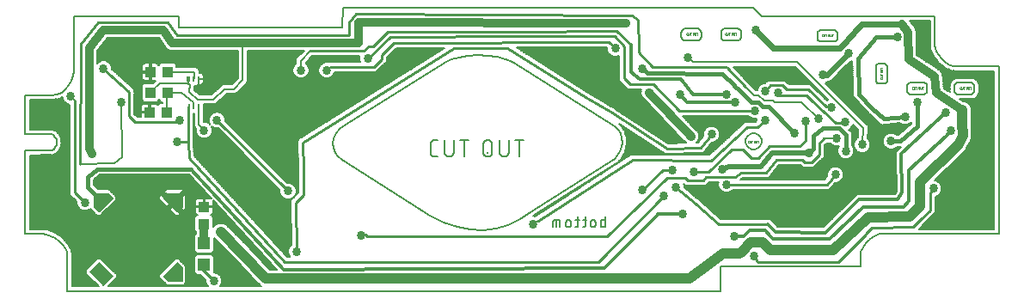
<source format=gbl>
G75*
%MOIN*%
%OFA0B0*%
%FSLAX25Y25*%
%IPPOS*%
%LPD*%
%AMOC8*
5,1,8,0,0,1.08239X$1,22.5*
%
%ADD10C,0.00600*%
%ADD11C,0.00500*%
%ADD12C,0.00800*%
%ADD13C,0.00000*%
%ADD14C,0.00004*%
%ADD15R,0.07480X0.05118*%
%ADD16R,0.07400X0.02700*%
%ADD17R,0.04331X0.03937*%
%ADD18R,0.04724X0.04724*%
%ADD19R,0.03937X0.04331*%
%ADD20R,0.01181X0.02165*%
%ADD21R,0.00984X0.02165*%
%ADD22C,0.03378*%
%ADD23C,0.01600*%
%ADD24C,0.01200*%
%ADD25C,0.01000*%
%ADD26C,0.03200*%
%ADD27C,0.02000*%
%ADD28C,0.02400*%
%ADD29C,0.04000*%
D10*
X0017703Y0038877D02*
X0017703Y0053068D01*
X0017473Y0054223D01*
X0016826Y0055511D01*
X0015826Y0056843D01*
X0014540Y0058131D01*
X0013031Y0059287D01*
X0011367Y0060221D01*
X0009609Y0060847D01*
X0007826Y0061075D01*
X0001300Y0061075D01*
X0001300Y0093285D01*
X0011489Y0093363D01*
X0012380Y0093845D01*
X0013016Y0094600D01*
X0013395Y0095536D01*
X0013520Y0096561D01*
X0013391Y0097585D01*
X0013008Y0098513D01*
X0012374Y0099256D01*
X0011489Y0099720D01*
X0001300Y0099735D01*
X0003050Y0101532D02*
X0003050Y0113003D01*
X0010879Y0113003D01*
X0010986Y0112920D01*
X0011608Y0113003D01*
X0012234Y0113003D01*
X0012330Y0113099D01*
X0013425Y0113244D01*
X0013684Y0113142D01*
X0014137Y0113339D01*
X0014627Y0113404D01*
X0014797Y0113625D01*
X0015758Y0114042D01*
X0015758Y0113699D01*
X0016243Y0112527D01*
X0017140Y0111630D01*
X0018313Y0111144D01*
X0018697Y0111144D01*
X0018697Y0076130D01*
X0021258Y0073569D01*
X0021258Y0072574D01*
X0021743Y0071402D01*
X0022640Y0070505D01*
X0023813Y0070019D01*
X0025081Y0070019D01*
X0026253Y0070505D01*
X0026505Y0070756D01*
X0026772Y0070489D01*
X0027929Y0069334D01*
X0028311Y0068952D01*
X0028317Y0068880D01*
X0028739Y0068524D01*
X0029150Y0068113D01*
X0029226Y0068113D01*
X0029281Y0068067D01*
X0029823Y0068113D01*
X0030394Y0068113D01*
X0030395Y0068114D01*
X0030396Y0068114D01*
X0030448Y0068166D01*
X0030520Y0068172D01*
X0030881Y0068599D01*
X0036120Y0073840D01*
X0036561Y0074280D01*
X0036561Y0074281D01*
X0036562Y0074283D01*
X0036562Y0074902D01*
X0036563Y0075524D01*
X0036562Y0075525D01*
X0036562Y0075527D01*
X0036123Y0075966D01*
X0034620Y0077474D01*
X0034620Y0077475D01*
X0034179Y0077916D01*
X0033743Y0078354D01*
X0033741Y0078354D01*
X0033740Y0078355D01*
X0033120Y0078355D01*
X0032498Y0078356D01*
X0032497Y0078355D01*
X0029564Y0078355D01*
X0027997Y0079922D01*
X0027997Y0082150D01*
X0030048Y0083908D01*
X0064962Y0083908D01*
X0073505Y0074653D01*
X0073364Y0074735D01*
X0073033Y0074823D01*
X0070997Y0074823D01*
X0070997Y0071855D01*
X0070397Y0071855D01*
X0070397Y0074823D01*
X0068360Y0074823D01*
X0068030Y0074735D01*
X0067733Y0074564D01*
X0067491Y0074322D01*
X0067320Y0074025D01*
X0067231Y0073694D01*
X0067231Y0071855D01*
X0070397Y0071855D01*
X0070397Y0071255D01*
X0067231Y0071255D01*
X0067231Y0069415D01*
X0067320Y0069084D01*
X0067491Y0068788D01*
X0067733Y0068546D01*
X0068030Y0068375D01*
X0068196Y0068330D01*
X0067910Y0068330D01*
X0067031Y0067452D01*
X0067031Y0062272D01*
X0067597Y0061707D01*
X0067597Y0061088D01*
X0066835Y0060326D01*
X0066835Y0054359D01*
X0067713Y0053480D01*
X0073680Y0053480D01*
X0074559Y0054359D01*
X0074559Y0059396D01*
X0083189Y0050767D01*
X0091711Y0041771D01*
X0091730Y0041726D01*
X0092189Y0041267D01*
X0092635Y0040796D01*
X0092680Y0040776D01*
X0092714Y0040741D01*
X0092870Y0040677D01*
X0076843Y0040677D01*
X0077150Y0040984D01*
X0077636Y0042156D01*
X0077636Y0043425D01*
X0077150Y0044597D01*
X0076253Y0045494D01*
X0075081Y0045980D01*
X0074448Y0045980D01*
X0074559Y0046091D01*
X0074559Y0052058D01*
X0073680Y0052937D01*
X0067713Y0052937D01*
X0066835Y0052058D01*
X0066835Y0046091D01*
X0067713Y0045212D01*
X0069089Y0045212D01*
X0069657Y0044600D01*
X0069698Y0044599D01*
X0071258Y0043025D01*
X0071258Y0042156D01*
X0071743Y0040984D01*
X0072051Y0040677D01*
X0033652Y0040677D01*
X0036887Y0043911D01*
X0036887Y0045361D01*
X0035862Y0046386D01*
X0035598Y0046386D01*
X0030530Y0051454D01*
X0029288Y0051454D01*
X0029261Y0051427D01*
X0029226Y0051427D01*
X0029226Y0051427D01*
X0029225Y0051427D01*
X0028766Y0050968D01*
X0025606Y0047808D01*
X0025078Y0047280D01*
X0024726Y0046929D01*
X0024726Y0046929D01*
X0024726Y0046928D01*
X0024726Y0046313D01*
X0024726Y0045684D01*
X0025224Y0045187D01*
X0025606Y0044804D01*
X0025606Y0044804D01*
X0029734Y0040677D01*
X0019503Y0040677D01*
X0019503Y0052522D01*
X0019614Y0052688D01*
X0019503Y0053245D01*
X0019503Y0053813D01*
X0019362Y0053955D01*
X0019331Y0054109D01*
X0019416Y0054365D01*
X0019190Y0054814D01*
X0019092Y0055306D01*
X0018868Y0055456D01*
X0018687Y0055815D01*
X0018713Y0055995D01*
X0018362Y0056463D01*
X0018099Y0056986D01*
X0017927Y0057043D01*
X0017627Y0057443D01*
X0017627Y0057588D01*
X0017190Y0058025D01*
X0016819Y0058520D01*
X0016675Y0058540D01*
X0016244Y0058972D01*
X0016226Y0059107D01*
X0015729Y0059488D01*
X0015286Y0059931D01*
X0015150Y0059931D01*
X0014602Y0060351D01*
X0014563Y0060491D01*
X0014024Y0060794D01*
X0013534Y0061169D01*
X0013390Y0061150D01*
X0012747Y0061511D01*
X0012673Y0061667D01*
X0012114Y0061866D01*
X0011598Y0062156D01*
X0011431Y0062109D01*
X0010710Y0062366D01*
X0010577Y0062538D01*
X0010030Y0062608D01*
X0009511Y0062793D01*
X0009314Y0062699D01*
X0008664Y0062782D01*
X0008571Y0062875D01*
X0007940Y0062875D01*
X0007314Y0062955D01*
X0007211Y0062875D01*
X0003100Y0062875D01*
X0003100Y0091499D01*
X0011232Y0091561D01*
X0011688Y0091425D01*
X0011950Y0091567D01*
X0012248Y0091569D01*
X0012582Y0091908D01*
X0012907Y0092084D01*
X0013277Y0092115D01*
X0013537Y0092424D01*
X0013892Y0092615D01*
X0013998Y0092972D01*
X0014115Y0093110D01*
X0014404Y0093232D01*
X0014577Y0093659D01*
X0014873Y0094011D01*
X0014846Y0094323D01*
X0014883Y0094415D01*
X0015092Y0094579D01*
X0015153Y0095081D01*
X0015344Y0095551D01*
X0015240Y0095795D01*
X0015247Y0095851D01*
X0015399Y0096047D01*
X0015333Y0096566D01*
X0015396Y0097085D01*
X0015243Y0097280D01*
X0015236Y0097335D01*
X0015339Y0097580D01*
X0015146Y0098048D01*
X0015083Y0098550D01*
X0014873Y0098713D01*
X0014836Y0098801D01*
X0014861Y0099116D01*
X0014563Y0099464D01*
X0014389Y0099888D01*
X0014097Y0100010D01*
X0013982Y0100144D01*
X0013870Y0100504D01*
X0013517Y0100689D01*
X0013258Y0100992D01*
X0012883Y0101021D01*
X0012569Y0101186D01*
X0012237Y0101519D01*
X0011933Y0101519D01*
X0011664Y0101660D01*
X0011215Y0101520D01*
X0003050Y0101532D01*
X0003050Y0101545D02*
X0011294Y0101545D01*
X0011884Y0101545D02*
X0018697Y0101545D01*
X0018697Y0102143D02*
X0003050Y0102143D01*
X0003050Y0102742D02*
X0018697Y0102742D01*
X0018697Y0103340D02*
X0003050Y0103340D01*
X0003050Y0103939D02*
X0018697Y0103939D01*
X0018697Y0104537D02*
X0003050Y0104537D01*
X0003050Y0105136D02*
X0018697Y0105136D01*
X0018697Y0105734D02*
X0003050Y0105734D01*
X0003050Y0106333D02*
X0018697Y0106333D01*
X0018697Y0106931D02*
X0003050Y0106931D01*
X0003050Y0107530D02*
X0018697Y0107530D01*
X0018697Y0108128D02*
X0003050Y0108128D01*
X0003050Y0108727D02*
X0018697Y0108727D01*
X0018697Y0109325D02*
X0003050Y0109325D01*
X0003050Y0109924D02*
X0018697Y0109924D01*
X0018697Y0110522D02*
X0003050Y0110522D01*
X0003050Y0111121D02*
X0018697Y0111121D01*
X0017051Y0111719D02*
X0003050Y0111719D01*
X0003050Y0112318D02*
X0016453Y0112318D01*
X0016082Y0112916D02*
X0003050Y0112916D01*
X0001300Y0114803D02*
X0011489Y0114803D01*
X0013651Y0115090D01*
X0015486Y0115887D01*
X0017005Y0117096D01*
X0018220Y0118620D01*
X0019144Y0120362D01*
X0019789Y0122225D01*
X0020167Y0124111D01*
X0020291Y0125924D01*
X0020291Y0145461D01*
X0033204Y0137108D02*
X0053087Y0137108D01*
X0055439Y0133675D01*
X0055554Y0133400D01*
X0055784Y0133171D01*
X0055968Y0132903D01*
X0056217Y0132740D01*
X0056429Y0132530D01*
X0056729Y0132407D01*
X0057001Y0132230D01*
X0057294Y0132175D01*
X0057570Y0132062D01*
X0057894Y0132063D01*
X0058213Y0132003D01*
X0058505Y0132065D01*
X0072529Y0132108D01*
X0083797Y0132108D01*
X0083797Y0121495D01*
X0081410Y0119108D01*
X0078753Y0119108D01*
X0078023Y0119151D01*
X0077974Y0119108D01*
X0077910Y0119108D01*
X0077393Y0118591D01*
X0073474Y0115108D01*
X0068891Y0115108D01*
X0066898Y0116788D01*
X0066951Y0118168D01*
X0066993Y0118211D01*
X0066987Y0118539D01*
X0067810Y0118539D01*
X0068010Y0118739D01*
X0068665Y0118739D01*
X0068665Y0119394D01*
X0068665Y0119394D01*
X0068665Y0118739D01*
X0069329Y0118739D01*
X0069659Y0118828D01*
X0069956Y0118999D01*
X0070198Y0119241D01*
X0070369Y0119537D01*
X0070457Y0119868D01*
X0070457Y0121122D01*
X0070457Y0122376D01*
X0070369Y0122706D01*
X0070198Y0123003D01*
X0069956Y0123245D01*
X0069659Y0123416D01*
X0069329Y0123504D01*
X0068847Y0123504D01*
X0068847Y0124620D01*
X0067734Y0125733D01*
X0060012Y0125733D01*
X0060012Y0126620D01*
X0059133Y0127499D01*
X0053953Y0127499D01*
X0053075Y0126620D01*
X0053075Y0126334D01*
X0053030Y0126500D01*
X0052859Y0126797D01*
X0052617Y0127039D01*
X0052321Y0127210D01*
X0051990Y0127299D01*
X0050150Y0127299D01*
X0050150Y0124133D01*
X0049550Y0124133D01*
X0049550Y0123533D01*
X0046582Y0123533D01*
X0046582Y0121497D01*
X0046670Y0121166D01*
X0046842Y0120870D01*
X0047084Y0120628D01*
X0047380Y0120457D01*
X0047711Y0120368D01*
X0049550Y0120368D01*
X0049550Y0123533D01*
X0050150Y0123533D01*
X0050150Y0120368D01*
X0051842Y0120368D01*
X0050834Y0119499D01*
X0047261Y0119499D01*
X0046382Y0118620D01*
X0046382Y0113047D01*
X0047261Y0112168D01*
X0052440Y0112168D01*
X0053197Y0112925D01*
X0053953Y0112168D01*
X0054422Y0112168D01*
X0054422Y0111677D01*
X0053507Y0111677D01*
X0052805Y0110976D01*
X0052564Y0111217D01*
X0052268Y0111388D01*
X0051937Y0111477D01*
X0049900Y0111477D01*
X0049900Y0108508D01*
X0049300Y0108508D01*
X0049300Y0107908D01*
X0046135Y0107908D01*
X0046135Y0106458D01*
X0044775Y0106458D01*
X0043697Y0107537D01*
X0043697Y0115316D01*
X0043738Y0115361D01*
X0043697Y0116136D01*
X0043697Y0116912D01*
X0043654Y0116955D01*
X0043651Y0117016D01*
X0043074Y0117535D01*
X0042525Y0118083D01*
X0042464Y0118083D01*
X0034886Y0124904D01*
X0034886Y0125718D01*
X0034400Y0126890D01*
X0033503Y0127787D01*
X0032331Y0128272D01*
X0031063Y0128272D01*
X0029890Y0127787D01*
X0029297Y0127193D01*
X0029297Y0132136D01*
X0033204Y0137108D01*
X0033006Y0136857D02*
X0053260Y0136857D01*
X0053670Y0136258D02*
X0032536Y0136258D01*
X0032065Y0135660D02*
X0054080Y0135660D01*
X0054489Y0135061D02*
X0031595Y0135061D01*
X0031125Y0134463D02*
X0054899Y0134463D01*
X0055309Y0133864D02*
X0030655Y0133864D01*
X0030184Y0133266D02*
X0055689Y0133266D01*
X0056291Y0132667D02*
X0029714Y0132667D01*
X0029297Y0132069D02*
X0057553Y0132069D01*
X0059774Y0132069D02*
X0083797Y0132069D01*
X0083797Y0131470D02*
X0029297Y0131470D01*
X0029297Y0130872D02*
X0083797Y0130872D01*
X0083797Y0130273D02*
X0029297Y0130273D01*
X0029297Y0129675D02*
X0083797Y0129675D01*
X0083797Y0129076D02*
X0029297Y0129076D01*
X0029297Y0128478D02*
X0083797Y0128478D01*
X0083797Y0127879D02*
X0033280Y0127879D01*
X0034009Y0127281D02*
X0047643Y0127281D01*
X0047711Y0127299D02*
X0047380Y0127210D01*
X0047084Y0127039D01*
X0046842Y0126797D01*
X0046670Y0126500D01*
X0046582Y0126170D01*
X0046582Y0124133D01*
X0049550Y0124133D01*
X0049550Y0127299D01*
X0047711Y0127299D01*
X0046775Y0126682D02*
X0034486Y0126682D01*
X0034734Y0126084D02*
X0046582Y0126084D01*
X0046582Y0125485D02*
X0034886Y0125485D01*
X0034905Y0124887D02*
X0046582Y0124887D01*
X0046582Y0124288D02*
X0035570Y0124288D01*
X0036235Y0123689D02*
X0049550Y0123689D01*
X0049550Y0123091D02*
X0050150Y0123091D01*
X0050150Y0122492D02*
X0049550Y0122492D01*
X0049550Y0121894D02*
X0050150Y0121894D01*
X0050150Y0121295D02*
X0049550Y0121295D01*
X0049550Y0120697D02*
X0050150Y0120697D01*
X0050835Y0119500D02*
X0040890Y0119500D01*
X0040225Y0120098D02*
X0051529Y0120098D01*
X0050150Y0124288D02*
X0049550Y0124288D01*
X0049550Y0124887D02*
X0050150Y0124887D01*
X0050150Y0125485D02*
X0049550Y0125485D01*
X0049550Y0126084D02*
X0050150Y0126084D01*
X0050150Y0126682D02*
X0049550Y0126682D01*
X0049550Y0127281D02*
X0050150Y0127281D01*
X0052058Y0127281D02*
X0053735Y0127281D01*
X0053137Y0126682D02*
X0052925Y0126682D01*
X0059351Y0127281D02*
X0083797Y0127281D01*
X0083797Y0126682D02*
X0059950Y0126682D01*
X0060012Y0126084D02*
X0083797Y0126084D01*
X0083797Y0125485D02*
X0067982Y0125485D01*
X0068581Y0124887D02*
X0083797Y0124887D01*
X0083797Y0124288D02*
X0068847Y0124288D01*
X0068847Y0123689D02*
X0083797Y0123689D01*
X0083797Y0123091D02*
X0070109Y0123091D01*
X0070426Y0122492D02*
X0083797Y0122492D01*
X0083797Y0121894D02*
X0070457Y0121894D01*
X0070457Y0121295D02*
X0083597Y0121295D01*
X0082998Y0120697D02*
X0070457Y0120697D01*
X0070457Y0121122D02*
X0068847Y0121122D01*
X0070457Y0121122D01*
X0070457Y0120098D02*
X0082400Y0120098D01*
X0081801Y0119500D02*
X0070347Y0119500D01*
X0069787Y0118901D02*
X0077703Y0118901D01*
X0077068Y0118303D02*
X0066991Y0118303D01*
X0066933Y0117704D02*
X0076395Y0117704D01*
X0075722Y0117106D02*
X0066910Y0117106D01*
X0067231Y0116507D02*
X0075048Y0116507D01*
X0074375Y0115909D02*
X0067941Y0115909D01*
X0068651Y0115310D02*
X0073702Y0115310D01*
X0076055Y0112318D02*
X0130587Y0112318D01*
X0129628Y0111719D02*
X0075395Y0111719D01*
X0075501Y0111825D02*
X0079419Y0115308D01*
X0082984Y0115308D01*
X0084097Y0116421D01*
X0086484Y0118808D01*
X0087597Y0119921D01*
X0087597Y0132108D01*
X0109410Y0132108D01*
X0106297Y0128995D01*
X0106297Y0127068D01*
X0105493Y0126265D01*
X0105008Y0125093D01*
X0105008Y0123824D01*
X0105493Y0122652D01*
X0106390Y0121755D01*
X0107563Y0121269D01*
X0108831Y0121269D01*
X0110003Y0121755D01*
X0110900Y0122652D01*
X0111386Y0123824D01*
X0111386Y0125093D01*
X0110900Y0126265D01*
X0110097Y0127068D01*
X0110097Y0127421D01*
X0112634Y0129958D01*
X0130947Y0129958D01*
X0130883Y0129804D01*
X0130883Y0128535D01*
X0131225Y0127708D01*
X0118618Y0127708D01*
X0118557Y0127647D01*
X0117563Y0127647D01*
X0116390Y0127162D01*
X0115493Y0126265D01*
X0115008Y0125093D01*
X0115008Y0123824D01*
X0115493Y0122652D01*
X0116390Y0121755D01*
X0117563Y0121269D01*
X0118831Y0121269D01*
X0120003Y0121755D01*
X0120900Y0122652D01*
X0121338Y0123708D01*
X0137275Y0123708D01*
X0140275Y0126708D01*
X0141447Y0127880D01*
X0141447Y0129400D01*
X0145109Y0133062D01*
X0163980Y0133153D01*
X0108352Y0098444D01*
X0108070Y0098438D01*
X0107673Y0098021D01*
X0107185Y0097717D01*
X0107122Y0097442D01*
X0106927Y0097238D01*
X0106941Y0096663D01*
X0106812Y0096102D01*
X0106961Y0095863D01*
X0107197Y0086184D01*
X0107197Y0077017D01*
X0104863Y0074603D01*
X0104288Y0074016D01*
X0104288Y0074008D01*
X0104283Y0074003D01*
X0104297Y0073180D01*
X0104471Y0056642D01*
X0103793Y0055965D01*
X0103308Y0054793D01*
X0103308Y0053524D01*
X0103793Y0052352D01*
X0103937Y0052208D01*
X0102822Y0052208D01*
X0066753Y0091236D01*
X0066622Y0096724D01*
X0066693Y0106001D01*
X0066697Y0106005D01*
X0066697Y0106451D01*
X0066703Y0107271D01*
X0066697Y0107278D01*
X0066697Y0107712D01*
X0066765Y0107712D01*
X0066765Y0102578D01*
X0067508Y0101835D01*
X0067508Y0100574D01*
X0067993Y0099402D01*
X0068890Y0098505D01*
X0070063Y0098019D01*
X0071331Y0098019D01*
X0072503Y0098505D01*
X0073400Y0099402D01*
X0073886Y0100574D01*
X0073886Y0101843D01*
X0073503Y0102768D01*
X0073890Y0102380D01*
X0075063Y0101894D01*
X0076057Y0101894D01*
X0100008Y0077944D01*
X0100008Y0076949D01*
X0100493Y0075777D01*
X0101390Y0074880D01*
X0102563Y0074394D01*
X0103831Y0074394D01*
X0105003Y0074880D01*
X0105900Y0075777D01*
X0106386Y0076949D01*
X0106386Y0078218D01*
X0105900Y0079390D01*
X0105003Y0080287D01*
X0103831Y0080772D01*
X0102836Y0080772D01*
X0078886Y0104723D01*
X0078886Y0105718D01*
X0078400Y0106890D01*
X0077503Y0107787D01*
X0076331Y0108272D01*
X0075063Y0108272D01*
X0073890Y0107787D01*
X0072993Y0106890D01*
X0072508Y0105718D01*
X0072508Y0104449D01*
X0072891Y0103524D01*
X0072503Y0103912D01*
X0071331Y0104397D01*
X0070565Y0104397D01*
X0070565Y0108499D01*
X0070657Y0108591D01*
X0070657Y0111308D01*
X0074141Y0111308D01*
X0074871Y0111265D01*
X0074919Y0111308D01*
X0074984Y0111308D01*
X0075501Y0111825D01*
X0076728Y0112916D02*
X0131546Y0112916D01*
X0132506Y0113515D02*
X0077402Y0113515D01*
X0078075Y0114113D02*
X0133465Y0114113D01*
X0134424Y0114712D02*
X0078748Y0114712D01*
X0082986Y0115310D02*
X0135383Y0115310D01*
X0136343Y0115909D02*
X0083584Y0115909D01*
X0084097Y0116421D02*
X0084097Y0116421D01*
X0084183Y0116507D02*
X0137302Y0116507D01*
X0138261Y0117106D02*
X0084781Y0117106D01*
X0085380Y0117704D02*
X0139221Y0117704D01*
X0140180Y0118303D02*
X0085978Y0118303D01*
X0086577Y0118901D02*
X0141139Y0118901D01*
X0142098Y0119500D02*
X0087175Y0119500D01*
X0087597Y0120098D02*
X0143058Y0120098D01*
X0144017Y0120697D02*
X0087597Y0120697D01*
X0087597Y0121295D02*
X0107500Y0121295D01*
X0106251Y0121894D02*
X0087597Y0121894D01*
X0087597Y0122492D02*
X0105653Y0122492D01*
X0105311Y0123091D02*
X0087597Y0123091D01*
X0087597Y0123689D02*
X0105064Y0123689D01*
X0105008Y0124288D02*
X0087597Y0124288D01*
X0087597Y0124887D02*
X0105008Y0124887D01*
X0105170Y0125485D02*
X0087597Y0125485D01*
X0087597Y0126084D02*
X0105418Y0126084D01*
X0105911Y0126682D02*
X0087597Y0126682D01*
X0087597Y0127281D02*
X0106297Y0127281D01*
X0106297Y0127879D02*
X0087597Y0127879D01*
X0087597Y0128478D02*
X0106297Y0128478D01*
X0106378Y0129076D02*
X0087597Y0129076D01*
X0087597Y0129675D02*
X0106976Y0129675D01*
X0107575Y0130273D02*
X0087597Y0130273D01*
X0087597Y0130872D02*
X0108173Y0130872D01*
X0108772Y0131470D02*
X0087597Y0131470D01*
X0087597Y0132069D02*
X0109370Y0132069D01*
X0112350Y0129675D02*
X0130883Y0129675D01*
X0130883Y0129076D02*
X0111752Y0129076D01*
X0111153Y0128478D02*
X0130907Y0128478D01*
X0131155Y0127879D02*
X0110555Y0127879D01*
X0110097Y0127281D02*
X0116677Y0127281D01*
X0115911Y0126682D02*
X0110483Y0126682D01*
X0110975Y0126084D02*
X0115418Y0126084D01*
X0115170Y0125485D02*
X0111223Y0125485D01*
X0111386Y0124887D02*
X0115008Y0124887D01*
X0115008Y0124288D02*
X0111386Y0124288D01*
X0111330Y0123689D02*
X0115064Y0123689D01*
X0115311Y0123091D02*
X0111082Y0123091D01*
X0110741Y0122492D02*
X0115653Y0122492D01*
X0116251Y0121894D02*
X0110142Y0121894D01*
X0108894Y0121295D02*
X0117500Y0121295D01*
X0118894Y0121295D02*
X0144976Y0121295D01*
X0145935Y0121894D02*
X0120142Y0121894D01*
X0120741Y0122492D02*
X0146895Y0122492D01*
X0147854Y0123091D02*
X0121082Y0123091D01*
X0121330Y0123689D02*
X0148813Y0123689D01*
X0149772Y0124288D02*
X0137855Y0124288D01*
X0138453Y0124887D02*
X0150732Y0124887D01*
X0151691Y0125485D02*
X0139052Y0125485D01*
X0139650Y0126084D02*
X0152650Y0126084D01*
X0153609Y0126682D02*
X0140249Y0126682D01*
X0140848Y0127281D02*
X0154569Y0127281D01*
X0155528Y0127879D02*
X0141446Y0127879D01*
X0141447Y0128478D02*
X0156487Y0128478D01*
X0157446Y0129076D02*
X0141447Y0129076D01*
X0141721Y0129675D02*
X0158406Y0129675D01*
X0159365Y0130273D02*
X0142320Y0130273D01*
X0142918Y0130872D02*
X0160324Y0130872D01*
X0161283Y0131470D02*
X0143517Y0131470D01*
X0144116Y0132069D02*
X0162243Y0132069D01*
X0163202Y0132667D02*
X0144714Y0132667D01*
X0164671Y0127595D02*
X0166698Y0128721D01*
X0169574Y0129549D01*
X0173041Y0130067D01*
X0176836Y0130263D01*
X0180700Y0130126D01*
X0184372Y0129643D01*
X0187592Y0128804D01*
X0190100Y0127595D01*
X0229833Y0102771D01*
X0231257Y0101475D01*
X0232183Y0099923D01*
X0232659Y0098204D01*
X0232729Y0096404D01*
X0232442Y0094612D01*
X0231843Y0092915D01*
X0230978Y0091402D01*
X0229895Y0090159D01*
X0197289Y0069447D01*
X0193079Y0066639D01*
X0188596Y0064518D01*
X0183880Y0063119D01*
X0178974Y0062478D01*
X0173919Y0062628D01*
X0168754Y0063607D01*
X0163523Y0065449D01*
X0158265Y0068189D01*
X0124225Y0089783D01*
X0122690Y0090966D01*
X0121562Y0092486D01*
X0120878Y0094247D01*
X0120674Y0096150D01*
X0120989Y0098097D01*
X0121857Y0099993D01*
X0123317Y0101738D01*
X0125405Y0103236D01*
X0164671Y0127595D01*
X0191762Y0133286D02*
X0226842Y0133454D01*
X0226883Y0133411D01*
X0226883Y0132324D01*
X0227368Y0131152D01*
X0228265Y0130255D01*
X0229438Y0129769D01*
X0230706Y0129769D01*
X0231422Y0130066D01*
X0231422Y0121465D01*
X0231421Y0120637D01*
X0231422Y0120636D01*
X0231422Y0120635D01*
X0232008Y0120048D01*
X0233951Y0118101D01*
X0233951Y0118094D01*
X0234536Y0117515D01*
X0235117Y0116934D01*
X0235124Y0116934D01*
X0235130Y0116929D01*
X0235953Y0116933D01*
X0236773Y0116933D01*
X0236779Y0116938D01*
X0240262Y0116957D01*
X0240008Y0116343D01*
X0240008Y0115074D01*
X0240493Y0113902D01*
X0241390Y0113005D01*
X0241563Y0112934D01*
X0256636Y0097211D01*
X0256743Y0096952D01*
X0257469Y0096226D01*
X0250646Y0096095D01*
X0230515Y0109141D01*
X0230508Y0109172D01*
X0229824Y0109589D01*
X0229152Y0110025D01*
X0229121Y0110018D01*
X0219561Y0115847D01*
X0191762Y0133286D01*
X0191795Y0133266D02*
X0226883Y0133266D01*
X0226883Y0132667D02*
X0192749Y0132667D01*
X0193703Y0132069D02*
X0226989Y0132069D01*
X0227237Y0131470D02*
X0194657Y0131470D01*
X0195611Y0130872D02*
X0227649Y0130872D01*
X0228247Y0130273D02*
X0196565Y0130273D01*
X0197519Y0129675D02*
X0231422Y0129675D01*
X0231422Y0129076D02*
X0198473Y0129076D01*
X0199427Y0128478D02*
X0231422Y0128478D01*
X0231422Y0127879D02*
X0200381Y0127879D01*
X0201335Y0127281D02*
X0231422Y0127281D01*
X0231422Y0126682D02*
X0202289Y0126682D01*
X0203243Y0126084D02*
X0231422Y0126084D01*
X0231422Y0125485D02*
X0204198Y0125485D01*
X0205152Y0124887D02*
X0231422Y0124887D01*
X0231422Y0124288D02*
X0206106Y0124288D01*
X0207060Y0123689D02*
X0231422Y0123689D01*
X0231422Y0123091D02*
X0208014Y0123091D01*
X0208968Y0122492D02*
X0231422Y0122492D01*
X0231422Y0121894D02*
X0209922Y0121894D01*
X0210876Y0121295D02*
X0231422Y0121295D01*
X0231421Y0120697D02*
X0211830Y0120697D01*
X0212784Y0120098D02*
X0231958Y0120098D01*
X0232556Y0119500D02*
X0213738Y0119500D01*
X0214692Y0118901D02*
X0233153Y0118901D01*
X0233750Y0118303D02*
X0215646Y0118303D01*
X0216600Y0117704D02*
X0234345Y0117704D01*
X0234945Y0117106D02*
X0217554Y0117106D01*
X0218508Y0116507D02*
X0240076Y0116507D01*
X0240008Y0115909D02*
X0219462Y0115909D01*
X0220441Y0115310D02*
X0240008Y0115310D01*
X0240158Y0114712D02*
X0221423Y0114712D01*
X0222404Y0114113D02*
X0240406Y0114113D01*
X0240880Y0113515D02*
X0223386Y0113515D01*
X0224367Y0112916D02*
X0241579Y0112916D01*
X0242153Y0112318D02*
X0225349Y0112318D01*
X0226331Y0111719D02*
X0242727Y0111719D01*
X0243300Y0111121D02*
X0227312Y0111121D01*
X0228294Y0110522D02*
X0243874Y0110522D01*
X0244448Y0109924D02*
X0229308Y0109924D01*
X0230257Y0109325D02*
X0245022Y0109325D01*
X0245596Y0108727D02*
X0231155Y0108727D01*
X0232078Y0108128D02*
X0246169Y0108128D01*
X0246743Y0107530D02*
X0233002Y0107530D01*
X0233925Y0106931D02*
X0247317Y0106931D01*
X0247891Y0106333D02*
X0234849Y0106333D01*
X0235772Y0105734D02*
X0248465Y0105734D01*
X0249038Y0105136D02*
X0236696Y0105136D01*
X0237619Y0104537D02*
X0249612Y0104537D01*
X0250186Y0103939D02*
X0238543Y0103939D01*
X0239466Y0103340D02*
X0250760Y0103340D01*
X0251334Y0102742D02*
X0240390Y0102742D01*
X0241313Y0102143D02*
X0251907Y0102143D01*
X0252481Y0101545D02*
X0242237Y0101545D01*
X0243160Y0100946D02*
X0253055Y0100946D01*
X0253629Y0100348D02*
X0244084Y0100348D01*
X0245007Y0099749D02*
X0254203Y0099749D01*
X0254776Y0099151D02*
X0245931Y0099151D01*
X0246854Y0098552D02*
X0255350Y0098552D01*
X0255924Y0097954D02*
X0247778Y0097954D01*
X0248701Y0097355D02*
X0256498Y0097355D01*
X0256939Y0096756D02*
X0249625Y0096756D01*
X0250548Y0096158D02*
X0253935Y0096158D01*
X0248734Y0092567D02*
X0233717Y0092567D01*
X0233776Y0092670D02*
X0233727Y0092846D01*
X0233952Y0093483D01*
X0234101Y0093591D01*
X0234193Y0094166D01*
X0234387Y0094716D01*
X0234308Y0094882D01*
X0234420Y0095582D01*
X0234557Y0095729D01*
X0234535Y0096296D01*
X0234624Y0096855D01*
X0234506Y0097018D01*
X0234477Y0097762D01*
X0234592Y0097965D01*
X0234449Y0098483D01*
X0234428Y0099019D01*
X0234257Y0099178D01*
X0234045Y0099944D01*
X0234111Y0100206D01*
X0233853Y0100637D01*
X0233719Y0101122D01*
X0233485Y0101255D01*
X0233034Y0102010D01*
X0233020Y0102304D01*
X0232666Y0102626D01*
X0232421Y0103038D01*
X0232135Y0103110D01*
X0231461Y0103723D01*
X0231450Y0103769D01*
X0248823Y0092509D01*
X0249282Y0092068D01*
X0249498Y0092072D01*
X0249679Y0091954D01*
X0250302Y0092087D01*
X0262379Y0092320D01*
X0262453Y0092259D01*
X0263194Y0092335D01*
X0263939Y0092350D01*
X0264005Y0092419D01*
X0264102Y0092429D01*
X0264571Y0093007D01*
X0265087Y0093544D01*
X0265086Y0093640D01*
X0267395Y0096482D01*
X0268044Y0096482D01*
X0269216Y0096967D01*
X0270113Y0097864D01*
X0270598Y0099037D01*
X0270598Y0100305D01*
X0270113Y0101477D01*
X0269216Y0102374D01*
X0268044Y0102860D01*
X0266775Y0102860D01*
X0265603Y0102374D01*
X0264706Y0101477D01*
X0264220Y0100305D01*
X0264220Y0099037D01*
X0264253Y0098958D01*
X0262105Y0096315D01*
X0261502Y0096303D01*
X0262150Y0096952D01*
X0262636Y0098124D01*
X0262636Y0099393D01*
X0262150Y0100565D01*
X0261253Y0101462D01*
X0261081Y0101533D01*
X0256165Y0106661D01*
X0256170Y0106664D01*
X0281702Y0106818D01*
X0282390Y0106130D01*
X0283563Y0105644D01*
X0284831Y0105644D01*
X0285008Y0105718D01*
X0285008Y0105017D01*
X0284343Y0104458D01*
X0281234Y0104458D01*
X0280444Y0104488D01*
X0280412Y0104458D01*
X0280368Y0104458D01*
X0279809Y0103899D01*
X0266519Y0091565D01*
X0237043Y0091831D01*
X0236432Y0091963D01*
X0236240Y0091839D01*
X0236011Y0091841D01*
X0235566Y0091403D01*
X0199003Y0067774D01*
X0198706Y0067897D01*
X0198209Y0067897D01*
X0198271Y0067939D01*
X0230474Y0088395D01*
X0230762Y0088414D01*
X0231080Y0088780D01*
X0231489Y0089039D01*
X0231552Y0089321D01*
X0231977Y0089808D01*
X0232171Y0089861D01*
X0232453Y0090353D01*
X0232825Y0090781D01*
X0232811Y0090981D01*
X0233127Y0091534D01*
X0233292Y0091613D01*
X0233486Y0092163D01*
X0233776Y0092670D01*
X0233840Y0093165D02*
X0247811Y0093165D01*
X0246887Y0093764D02*
X0234129Y0093764D01*
X0234262Y0094362D02*
X0245964Y0094362D01*
X0245040Y0094961D02*
X0234321Y0094961D01*
X0234417Y0095559D02*
X0244117Y0095559D01*
X0243193Y0096158D02*
X0234540Y0096158D01*
X0234609Y0096756D02*
X0242270Y0096756D01*
X0241346Y0097355D02*
X0234493Y0097355D01*
X0234586Y0097954D02*
X0240423Y0097954D01*
X0239499Y0098552D02*
X0234446Y0098552D01*
X0234286Y0099151D02*
X0238576Y0099151D01*
X0237652Y0099749D02*
X0234099Y0099749D01*
X0234026Y0100348D02*
X0236729Y0100348D01*
X0235805Y0100946D02*
X0233768Y0100946D01*
X0233312Y0101545D02*
X0234882Y0101545D01*
X0233958Y0102143D02*
X0233028Y0102143D01*
X0233035Y0102742D02*
X0232597Y0102742D01*
X0232111Y0103340D02*
X0231882Y0103340D01*
X0233418Y0091968D02*
X0249658Y0091968D01*
X0249745Y0091968D02*
X0266954Y0091968D01*
X0267599Y0092567D02*
X0264213Y0092567D01*
X0264724Y0093165D02*
X0268243Y0093165D01*
X0268888Y0093764D02*
X0265186Y0093764D01*
X0265673Y0094362D02*
X0269533Y0094362D01*
X0270178Y0094961D02*
X0266159Y0094961D01*
X0266645Y0095559D02*
X0270823Y0095559D01*
X0271468Y0096158D02*
X0267132Y0096158D01*
X0268707Y0096756D02*
X0272113Y0096756D01*
X0272758Y0097355D02*
X0269603Y0097355D01*
X0270150Y0097954D02*
X0273403Y0097954D01*
X0274048Y0098552D02*
X0270398Y0098552D01*
X0270598Y0099151D02*
X0274693Y0099151D01*
X0275337Y0099749D02*
X0270598Y0099749D01*
X0270581Y0100348D02*
X0275982Y0100348D01*
X0276627Y0100946D02*
X0270333Y0100946D01*
X0270046Y0101545D02*
X0277272Y0101545D01*
X0277917Y0102143D02*
X0269447Y0102143D01*
X0268329Y0102742D02*
X0278562Y0102742D01*
X0279207Y0103340D02*
X0259349Y0103340D01*
X0259923Y0102742D02*
X0266490Y0102742D01*
X0265372Y0102143D02*
X0260496Y0102143D01*
X0261070Y0101545D02*
X0264773Y0101545D01*
X0264486Y0100946D02*
X0261769Y0100946D01*
X0262240Y0100348D02*
X0264238Y0100348D01*
X0264220Y0099749D02*
X0262488Y0099749D01*
X0262636Y0099151D02*
X0264220Y0099151D01*
X0263923Y0098552D02*
X0262636Y0098552D01*
X0262565Y0097954D02*
X0263437Y0097954D01*
X0262950Y0097355D02*
X0262317Y0097355D01*
X0262464Y0096756D02*
X0261955Y0096756D01*
X0258775Y0103939D02*
X0279849Y0103939D01*
X0282188Y0106333D02*
X0256480Y0106333D01*
X0257054Y0105734D02*
X0283346Y0105734D01*
X0284437Y0104537D02*
X0258201Y0104537D01*
X0257627Y0105136D02*
X0285008Y0105136D01*
X0284289Y0100013D02*
X0283675Y0100074D01*
X0283060Y0100013D01*
X0282469Y0099834D01*
X0281925Y0099543D01*
X0281448Y0099151D01*
X0281056Y0098674D01*
X0280765Y0098129D01*
X0280586Y0097539D01*
X0280525Y0096924D01*
X0280586Y0096310D01*
X0280765Y0095719D01*
X0281056Y0095174D01*
X0281448Y0094697D01*
X0281925Y0094305D01*
X0282469Y0094014D01*
X0283060Y0093835D01*
X0283675Y0093774D01*
X0284289Y0093835D01*
X0284880Y0094014D01*
X0285425Y0094305D01*
X0285902Y0094697D01*
X0286294Y0095174D01*
X0286585Y0095719D01*
X0286764Y0096310D01*
X0286824Y0096924D01*
X0286764Y0097539D01*
X0286585Y0098129D01*
X0286294Y0098674D01*
X0285902Y0099151D01*
X0285425Y0099543D01*
X0284880Y0099834D01*
X0284289Y0100013D01*
X0284309Y0100010D02*
X0284901Y0099826D01*
X0285436Y0099536D01*
X0285902Y0099151D01*
X0286287Y0098685D01*
X0286577Y0098150D01*
X0286760Y0097559D01*
X0286824Y0096924D01*
X0286760Y0096289D01*
X0286577Y0095698D01*
X0286287Y0095163D01*
X0285902Y0094697D01*
X0285436Y0094312D01*
X0284901Y0094022D01*
X0284309Y0093839D01*
X0283675Y0093774D01*
X0283040Y0093839D01*
X0282449Y0094022D01*
X0281914Y0094312D01*
X0281448Y0094697D01*
X0281063Y0095163D01*
X0280773Y0095698D01*
X0280589Y0096289D01*
X0280525Y0096924D01*
X0280589Y0097559D01*
X0280773Y0098150D01*
X0281063Y0098685D01*
X0281448Y0099151D01*
X0281914Y0099536D01*
X0282449Y0099826D01*
X0283040Y0100010D01*
X0283675Y0100074D01*
X0284309Y0100010D01*
X0307025Y0086708D02*
X0310025Y0089708D01*
X0311197Y0090880D01*
X0311197Y0095405D01*
X0311864Y0096102D01*
X0313388Y0096132D01*
X0314140Y0095380D01*
X0315313Y0094894D01*
X0316581Y0094894D01*
X0316717Y0094951D01*
X0316258Y0093843D01*
X0316258Y0092574D01*
X0316743Y0091402D01*
X0317640Y0090505D01*
X0318813Y0090019D01*
X0320081Y0090019D01*
X0321253Y0090505D01*
X0322150Y0091402D01*
X0322636Y0092574D01*
X0322636Y0093843D01*
X0322150Y0095015D01*
X0321747Y0095418D01*
X0321747Y0100411D01*
X0320615Y0101542D01*
X0321128Y0101755D01*
X0322025Y0102652D01*
X0322294Y0103300D01*
X0324359Y0101234D01*
X0324132Y0098335D01*
X0324015Y0098287D01*
X0323118Y0097390D01*
X0322633Y0096218D01*
X0322633Y0094949D01*
X0323118Y0093777D01*
X0324015Y0092880D01*
X0325188Y0092394D01*
X0326456Y0092394D01*
X0327628Y0092880D01*
X0328525Y0093777D01*
X0329011Y0094949D01*
X0329011Y0096218D01*
X0328525Y0097390D01*
X0327917Y0097998D01*
X0328161Y0101111D01*
X0328222Y0101171D01*
X0328222Y0101884D01*
X0328278Y0102594D01*
X0328222Y0102660D01*
X0328222Y0102745D01*
X0327718Y0103249D01*
X0327255Y0103791D01*
X0327169Y0103798D01*
X0311414Y0119554D01*
X0312503Y0120005D01*
X0312507Y0120008D01*
X0312734Y0120008D01*
X0313726Y0120419D01*
X0318575Y0125268D01*
X0321243Y0127769D01*
X0321331Y0127769D01*
X0322031Y0128059D01*
X0322147Y0115225D01*
X0322125Y0114309D01*
X0322155Y0114278D01*
X0322156Y0114235D01*
X0322809Y0113593D01*
X0327437Y0108745D01*
X0327440Y0108657D01*
X0328086Y0108065D01*
X0328691Y0107431D01*
X0328780Y0107429D01*
X0332001Y0104476D01*
X0332010Y0104393D01*
X0332695Y0103840D01*
X0333345Y0103244D01*
X0333428Y0103248D01*
X0333492Y0103196D01*
X0334368Y0103289D01*
X0335249Y0103327D01*
X0335304Y0103388D01*
X0340461Y0103935D01*
X0340640Y0103755D01*
X0341813Y0103269D01*
X0343081Y0103269D01*
X0344253Y0103755D01*
X0344772Y0104273D01*
X0344772Y0103731D01*
X0339813Y0099258D01*
X0339157Y0099258D01*
X0338753Y0099662D01*
X0337581Y0100147D01*
X0336313Y0100147D01*
X0335140Y0099662D01*
X0334243Y0098765D01*
X0333758Y0097593D01*
X0333758Y0096324D01*
X0334243Y0095152D01*
X0335140Y0094255D01*
X0336313Y0093769D01*
X0337581Y0093769D01*
X0338753Y0094255D01*
X0339157Y0094658D01*
X0340638Y0094658D01*
X0340745Y0094653D01*
X0340092Y0094038D01*
X0340025Y0094036D01*
X0339465Y0093447D01*
X0338874Y0092890D01*
X0338872Y0092824D01*
X0338826Y0092775D01*
X0338846Y0091964D01*
X0338822Y0091152D01*
X0338868Y0091103D01*
X0339206Y0077551D01*
X0338432Y0076392D01*
X0333759Y0076333D01*
X0324627Y0076333D01*
X0323767Y0076342D01*
X0323759Y0076333D01*
X0323747Y0076333D01*
X0323139Y0075726D01*
X0310745Y0063569D01*
X0293078Y0063797D01*
X0290067Y0066808D01*
X0288327Y0066808D01*
X0288227Y0066708D01*
X0270983Y0066708D01*
X0263108Y0073689D01*
X0263107Y0073703D01*
X0262490Y0074237D01*
X0261879Y0074779D01*
X0261865Y0074779D01*
X0256886Y0079092D01*
X0256886Y0079843D01*
X0256640Y0080437D01*
X0257368Y0079708D01*
X0263591Y0079708D01*
X0263777Y0079585D01*
X0264395Y0079708D01*
X0265025Y0079708D01*
X0265183Y0079866D01*
X0265401Y0079910D01*
X0265751Y0080434D01*
X0266197Y0080880D01*
X0266197Y0081103D01*
X0266267Y0081208D01*
X0270159Y0081208D01*
X0270008Y0080843D01*
X0270008Y0079574D01*
X0270493Y0078402D01*
X0271390Y0077505D01*
X0272563Y0077019D01*
X0273831Y0077019D01*
X0275003Y0077505D01*
X0275707Y0078208D01*
X0311455Y0078208D01*
X0311520Y0078152D01*
X0312271Y0078208D01*
X0313025Y0078208D01*
X0313086Y0078269D01*
X0313172Y0078276D01*
X0313664Y0078847D01*
X0314197Y0079380D01*
X0314197Y0079466D01*
X0315329Y0080781D01*
X0316070Y0080781D01*
X0317242Y0081266D01*
X0318139Y0082163D01*
X0318624Y0083335D01*
X0318624Y0084604D01*
X0318139Y0085776D01*
X0317242Y0086673D01*
X0316070Y0087159D01*
X0314801Y0087159D01*
X0313629Y0086673D01*
X0312732Y0085776D01*
X0312246Y0084604D01*
X0312246Y0083335D01*
X0312248Y0083333D01*
X0311280Y0082208D01*
X0278682Y0082208D01*
X0279499Y0082833D01*
X0287981Y0082833D01*
X0288069Y0082762D01*
X0288795Y0082833D01*
X0289525Y0082833D01*
X0289605Y0082913D01*
X0289718Y0082924D01*
X0290181Y0083489D01*
X0290697Y0084005D01*
X0290697Y0084118D01*
X0293643Y0087708D01*
X0301868Y0087708D01*
X0302868Y0086708D01*
X0307025Y0086708D01*
X0307497Y0087180D02*
X0338965Y0087180D01*
X0338980Y0086582D02*
X0317333Y0086582D01*
X0317932Y0085983D02*
X0338995Y0085983D01*
X0339010Y0085385D02*
X0318301Y0085385D01*
X0318549Y0084786D02*
X0339025Y0084786D01*
X0339040Y0084188D02*
X0318624Y0084188D01*
X0318624Y0083589D02*
X0339055Y0083589D01*
X0339070Y0082991D02*
X0318482Y0082991D01*
X0318234Y0082392D02*
X0339085Y0082392D01*
X0339100Y0081794D02*
X0317769Y0081794D01*
X0317070Y0081195D02*
X0339115Y0081195D01*
X0339130Y0080597D02*
X0315170Y0080597D01*
X0314655Y0079998D02*
X0339145Y0079998D01*
X0339160Y0079400D02*
X0314197Y0079400D01*
X0313624Y0078801D02*
X0339175Y0078801D01*
X0339190Y0078203D02*
X0312195Y0078203D01*
X0311461Y0078203D02*
X0275701Y0078203D01*
X0275103Y0077604D02*
X0339205Y0077604D01*
X0338842Y0077006D02*
X0259294Y0077006D01*
X0258603Y0077604D02*
X0271291Y0077604D01*
X0270693Y0078203D02*
X0257912Y0078203D01*
X0257222Y0078801D02*
X0270328Y0078801D01*
X0270080Y0079400D02*
X0256886Y0079400D01*
X0256821Y0079998D02*
X0257079Y0079998D01*
X0259985Y0076407D02*
X0338442Y0076407D01*
X0323222Y0075809D02*
X0260676Y0075809D01*
X0261367Y0075210D02*
X0322614Y0075210D01*
X0322004Y0074612D02*
X0262068Y0074612D01*
X0262749Y0074013D02*
X0321393Y0074013D01*
X0320783Y0073415D02*
X0263418Y0073415D01*
X0264093Y0072816D02*
X0320173Y0072816D01*
X0319563Y0072218D02*
X0264769Y0072218D01*
X0265444Y0071619D02*
X0318952Y0071619D01*
X0318342Y0071020D02*
X0266119Y0071020D01*
X0266794Y0070422D02*
X0317732Y0070422D01*
X0317122Y0069823D02*
X0267469Y0069823D01*
X0268144Y0069225D02*
X0316512Y0069225D01*
X0315901Y0068626D02*
X0268819Y0068626D01*
X0269495Y0068028D02*
X0315291Y0068028D01*
X0314681Y0067429D02*
X0270170Y0067429D01*
X0270845Y0066831D02*
X0314071Y0066831D01*
X0313460Y0066232D02*
X0290643Y0066232D01*
X0291241Y0065634D02*
X0312850Y0065634D01*
X0312240Y0065035D02*
X0291840Y0065035D01*
X0292438Y0064437D02*
X0311630Y0064437D01*
X0311020Y0063838D02*
X0293037Y0063838D01*
X0270858Y0048361D02*
X0270858Y0038877D01*
X0017703Y0038877D01*
X0019503Y0041095D02*
X0029316Y0041095D01*
X0028717Y0041693D02*
X0019503Y0041693D01*
X0019503Y0042292D02*
X0028119Y0042292D01*
X0027520Y0042890D02*
X0019503Y0042890D01*
X0019503Y0043489D02*
X0026922Y0043489D01*
X0026323Y0044087D02*
X0019503Y0044087D01*
X0019503Y0044686D02*
X0025725Y0044686D01*
X0025126Y0045285D02*
X0019503Y0045285D01*
X0019503Y0045883D02*
X0024726Y0045883D01*
X0024726Y0045684D02*
X0024726Y0045684D01*
X0024726Y0045684D01*
X0024726Y0046482D02*
X0019503Y0046482D01*
X0019503Y0047080D02*
X0024878Y0047080D01*
X0025476Y0047679D02*
X0019503Y0047679D01*
X0019503Y0048277D02*
X0026075Y0048277D01*
X0025606Y0047808D02*
X0025606Y0047808D01*
X0026674Y0048876D02*
X0019503Y0048876D01*
X0019503Y0049474D02*
X0027272Y0049474D01*
X0027871Y0050073D02*
X0019503Y0050073D01*
X0019503Y0050671D02*
X0028469Y0050671D01*
X0029068Y0051270D02*
X0019503Y0051270D01*
X0019503Y0051868D02*
X0066835Y0051868D01*
X0066835Y0051270D02*
X0060886Y0051270D01*
X0060772Y0051384D02*
X0060770Y0051384D01*
X0060760Y0051395D01*
X0060754Y0051395D01*
X0060754Y0051395D01*
X0060754Y0051395D01*
X0060754Y0051395D01*
X0060686Y0051395D01*
X0060631Y0051442D01*
X0060079Y0051395D01*
X0059510Y0051395D01*
X0059510Y0051395D01*
X0059509Y0051395D01*
X0059488Y0051373D01*
X0059484Y0051373D01*
X0059452Y0051342D01*
X0059391Y0051337D01*
X0059089Y0050978D01*
X0053636Y0045525D01*
X0053338Y0045228D01*
X0053338Y0044606D01*
X0053338Y0043984D01*
X0053338Y0043984D01*
X0053338Y0043983D01*
X0053786Y0043535D01*
X0054217Y0043104D01*
X0054218Y0043104D01*
X0055733Y0041589D01*
X0056165Y0041156D01*
X0056165Y0041156D01*
X0056166Y0041156D01*
X0056167Y0041156D01*
X0056169Y0041155D01*
X0056170Y0041155D01*
X0056171Y0041154D01*
X0056791Y0041154D01*
X0057413Y0041153D01*
X0057414Y0041154D01*
X0061467Y0041154D01*
X0061467Y0041153D01*
X0062082Y0041154D01*
X0062701Y0041153D01*
X0062701Y0041154D01*
X0062702Y0041154D01*
X0062710Y0041154D01*
X0062711Y0041154D01*
X0062712Y0041154D01*
X0063151Y0041595D01*
X0063590Y0042033D01*
X0063590Y0042034D01*
X0063591Y0042035D01*
X0063590Y0042653D01*
X0063590Y0043278D01*
X0063590Y0043278D01*
X0063586Y0047964D01*
X0063585Y0048573D01*
X0063585Y0048574D01*
X0063139Y0049019D01*
X0061601Y0050556D01*
X0061594Y0050629D01*
X0061167Y0050989D01*
X0060772Y0051384D01*
X0061544Y0050671D02*
X0066835Y0050671D01*
X0066835Y0050073D02*
X0062085Y0050073D01*
X0062684Y0049474D02*
X0066835Y0049474D01*
X0066835Y0048876D02*
X0063283Y0048876D01*
X0063585Y0048574D02*
X0063585Y0048574D01*
X0063586Y0048277D02*
X0066835Y0048277D01*
X0066835Y0047679D02*
X0063586Y0047679D01*
X0063587Y0047080D02*
X0066835Y0047080D01*
X0066835Y0046482D02*
X0063587Y0046482D01*
X0063588Y0045883D02*
X0067043Y0045883D01*
X0067641Y0045285D02*
X0063588Y0045285D01*
X0063588Y0044686D02*
X0069577Y0044686D01*
X0070204Y0044087D02*
X0063589Y0044087D01*
X0063589Y0043489D02*
X0070798Y0043489D01*
X0071258Y0042890D02*
X0063590Y0042890D01*
X0063590Y0042292D02*
X0071258Y0042292D01*
X0071450Y0041693D02*
X0063250Y0041693D01*
X0062702Y0041154D02*
X0062702Y0041154D01*
X0055628Y0041693D02*
X0034669Y0041693D01*
X0034071Y0041095D02*
X0071698Y0041095D01*
X0077196Y0041095D02*
X0092351Y0041095D01*
X0091762Y0041693D02*
X0077444Y0041693D01*
X0077636Y0042292D02*
X0091217Y0042292D01*
X0090650Y0042890D02*
X0077636Y0042890D01*
X0077609Y0043489D02*
X0090083Y0043489D01*
X0089516Y0044087D02*
X0077361Y0044087D01*
X0077062Y0044686D02*
X0088949Y0044686D01*
X0088382Y0045285D02*
X0076463Y0045285D01*
X0075315Y0045883D02*
X0087815Y0045883D01*
X0087248Y0046482D02*
X0074559Y0046482D01*
X0074559Y0047080D02*
X0086681Y0047080D01*
X0086114Y0047679D02*
X0074559Y0047679D01*
X0074559Y0048277D02*
X0085547Y0048277D01*
X0084980Y0048876D02*
X0074559Y0048876D01*
X0074559Y0049474D02*
X0084413Y0049474D01*
X0083846Y0050073D02*
X0074559Y0050073D01*
X0074559Y0050671D02*
X0083279Y0050671D01*
X0082686Y0051270D02*
X0074559Y0051270D01*
X0074559Y0051868D02*
X0082087Y0051868D01*
X0081489Y0052467D02*
X0074150Y0052467D01*
X0073864Y0053664D02*
X0080292Y0053664D01*
X0079693Y0054262D02*
X0074463Y0054262D01*
X0074559Y0054861D02*
X0079095Y0054861D01*
X0078496Y0055459D02*
X0074559Y0055459D01*
X0074559Y0056058D02*
X0077898Y0056058D01*
X0077299Y0056656D02*
X0074559Y0056656D01*
X0074559Y0057255D02*
X0076701Y0057255D01*
X0076102Y0057853D02*
X0074559Y0057853D01*
X0074559Y0058452D02*
X0075504Y0058452D01*
X0074905Y0059050D02*
X0074559Y0059050D01*
X0067597Y0061444D02*
X0012865Y0061444D01*
X0011799Y0062043D02*
X0067261Y0062043D01*
X0067031Y0062641D02*
X0009936Y0062641D01*
X0013956Y0060846D02*
X0067355Y0060846D01*
X0066835Y0060247D02*
X0014737Y0060247D01*
X0015568Y0059649D02*
X0066835Y0059649D01*
X0066835Y0059050D02*
X0016234Y0059050D01*
X0016870Y0058452D02*
X0066835Y0058452D01*
X0066835Y0057853D02*
X0017362Y0057853D01*
X0017768Y0057255D02*
X0066835Y0057255D01*
X0066835Y0056656D02*
X0018265Y0056656D01*
X0018666Y0056058D02*
X0066835Y0056058D01*
X0066835Y0055459D02*
X0018866Y0055459D01*
X0019181Y0054861D02*
X0066835Y0054861D01*
X0066931Y0054262D02*
X0019382Y0054262D01*
X0019503Y0053664D02*
X0067530Y0053664D01*
X0067243Y0052467D02*
X0019503Y0052467D01*
X0019539Y0053065D02*
X0080890Y0053065D01*
X0087199Y0056656D02*
X0090118Y0056656D01*
X0090670Y0056058D02*
X0087819Y0056058D01*
X0087759Y0056121D02*
X0087714Y0056141D01*
X0079179Y0064675D01*
X0077893Y0065208D01*
X0076501Y0065208D01*
X0075214Y0064675D01*
X0074362Y0063823D01*
X0074362Y0067452D01*
X0073484Y0068330D01*
X0073198Y0068330D01*
X0073364Y0068375D01*
X0073660Y0068546D01*
X0073902Y0068788D01*
X0074074Y0069084D01*
X0074162Y0069415D01*
X0074162Y0071255D01*
X0070997Y0071255D01*
X0070997Y0071855D01*
X0074162Y0071855D01*
X0074162Y0073694D01*
X0074074Y0074025D01*
X0074054Y0074058D01*
X0098839Y0047208D01*
X0096202Y0047208D01*
X0088683Y0055146D01*
X0088664Y0055191D01*
X0088205Y0055650D01*
X0087759Y0056121D01*
X0088396Y0055459D02*
X0091223Y0055459D01*
X0091775Y0054861D02*
X0088953Y0054861D01*
X0089520Y0054262D02*
X0092328Y0054262D01*
X0092880Y0053664D02*
X0090087Y0053664D01*
X0090654Y0053065D02*
X0093433Y0053065D01*
X0093985Y0052467D02*
X0091221Y0052467D01*
X0091788Y0051868D02*
X0094538Y0051868D01*
X0095090Y0051270D02*
X0092355Y0051270D01*
X0092922Y0050671D02*
X0095643Y0050671D01*
X0096195Y0050073D02*
X0093489Y0050073D01*
X0094056Y0049474D02*
X0096747Y0049474D01*
X0097300Y0048876D02*
X0094623Y0048876D01*
X0095190Y0048277D02*
X0097852Y0048277D01*
X0098405Y0047679D02*
X0095757Y0047679D01*
X0102030Y0053065D02*
X0103498Y0053065D01*
X0103308Y0053664D02*
X0101477Y0053664D01*
X0100924Y0054262D02*
X0103308Y0054262D01*
X0103336Y0054861D02*
X0100371Y0054861D01*
X0099817Y0055459D02*
X0103584Y0055459D01*
X0103886Y0056058D02*
X0099264Y0056058D01*
X0098711Y0056656D02*
X0104471Y0056656D01*
X0104464Y0057255D02*
X0098158Y0057255D01*
X0097605Y0057853D02*
X0104458Y0057853D01*
X0104452Y0058452D02*
X0097052Y0058452D01*
X0096499Y0059050D02*
X0104445Y0059050D01*
X0104439Y0059649D02*
X0095945Y0059649D01*
X0095392Y0060247D02*
X0104433Y0060247D01*
X0104427Y0060846D02*
X0094839Y0060846D01*
X0094286Y0061444D02*
X0104420Y0061444D01*
X0104414Y0062043D02*
X0093733Y0062043D01*
X0093180Y0062641D02*
X0104408Y0062641D01*
X0104401Y0063240D02*
X0092627Y0063240D01*
X0092074Y0063838D02*
X0104395Y0063838D01*
X0104389Y0064437D02*
X0091520Y0064437D01*
X0090967Y0065035D02*
X0104383Y0065035D01*
X0104376Y0065634D02*
X0090414Y0065634D01*
X0089861Y0066232D02*
X0104370Y0066232D01*
X0104364Y0066831D02*
X0089308Y0066831D01*
X0088755Y0067429D02*
X0104357Y0067429D01*
X0104351Y0068028D02*
X0088202Y0068028D01*
X0087649Y0068626D02*
X0104345Y0068626D01*
X0104339Y0069225D02*
X0087095Y0069225D01*
X0086542Y0069823D02*
X0104332Y0069823D01*
X0104326Y0070422D02*
X0085989Y0070422D01*
X0085436Y0071020D02*
X0104320Y0071020D01*
X0104313Y0071619D02*
X0084883Y0071619D01*
X0084330Y0072218D02*
X0104307Y0072218D01*
X0104301Y0072816D02*
X0083777Y0072816D01*
X0083223Y0073415D02*
X0104293Y0073415D01*
X0104288Y0074013D02*
X0082670Y0074013D01*
X0082117Y0074612D02*
X0102038Y0074612D01*
X0101060Y0075210D02*
X0081564Y0075210D01*
X0081011Y0075809D02*
X0100480Y0075809D01*
X0100232Y0076407D02*
X0080458Y0076407D01*
X0079905Y0077006D02*
X0100008Y0077006D01*
X0100008Y0077604D02*
X0079352Y0077604D01*
X0078798Y0078203D02*
X0099749Y0078203D01*
X0099151Y0078801D02*
X0078245Y0078801D01*
X0077692Y0079400D02*
X0098552Y0079400D01*
X0097954Y0079998D02*
X0077139Y0079998D01*
X0076586Y0080597D02*
X0097355Y0080597D01*
X0096757Y0081195D02*
X0076033Y0081195D01*
X0075480Y0081794D02*
X0096158Y0081794D01*
X0095560Y0082392D02*
X0074927Y0082392D01*
X0074373Y0082991D02*
X0094961Y0082991D01*
X0094363Y0083589D02*
X0073820Y0083589D01*
X0073267Y0084188D02*
X0093764Y0084188D01*
X0093166Y0084786D02*
X0072714Y0084786D01*
X0072161Y0085385D02*
X0092567Y0085385D01*
X0091968Y0085983D02*
X0071608Y0085983D01*
X0071055Y0086582D02*
X0091370Y0086582D01*
X0090771Y0087180D02*
X0070502Y0087180D01*
X0069948Y0087779D02*
X0090173Y0087779D01*
X0089574Y0088377D02*
X0069395Y0088377D01*
X0068842Y0088976D02*
X0088976Y0088976D01*
X0088377Y0089574D02*
X0068289Y0089574D01*
X0067736Y0090173D02*
X0087779Y0090173D01*
X0087180Y0090771D02*
X0067183Y0090771D01*
X0066750Y0091370D02*
X0086582Y0091370D01*
X0085983Y0091968D02*
X0066736Y0091968D01*
X0066721Y0092567D02*
X0085385Y0092567D01*
X0084786Y0093165D02*
X0066707Y0093165D01*
X0066693Y0093764D02*
X0084188Y0093764D01*
X0083589Y0094362D02*
X0066678Y0094362D01*
X0066664Y0094961D02*
X0082991Y0094961D01*
X0082392Y0095559D02*
X0066650Y0095559D01*
X0066636Y0096158D02*
X0081794Y0096158D01*
X0081195Y0096756D02*
X0066622Y0096756D01*
X0066627Y0097355D02*
X0080597Y0097355D01*
X0079998Y0097954D02*
X0066631Y0097954D01*
X0066636Y0098552D02*
X0068843Y0098552D01*
X0068245Y0099151D02*
X0066641Y0099151D01*
X0066645Y0099749D02*
X0067850Y0099749D01*
X0067602Y0100348D02*
X0066650Y0100348D01*
X0066654Y0100946D02*
X0067508Y0100946D01*
X0067508Y0101545D02*
X0066659Y0101545D01*
X0066664Y0102143D02*
X0067200Y0102143D01*
X0066765Y0102742D02*
X0066668Y0102742D01*
X0066673Y0103340D02*
X0066765Y0103340D01*
X0066765Y0103939D02*
X0066678Y0103939D01*
X0066682Y0104537D02*
X0066765Y0104537D01*
X0066765Y0105136D02*
X0066687Y0105136D01*
X0066691Y0105734D02*
X0066765Y0105734D01*
X0066765Y0106333D02*
X0066697Y0106333D01*
X0066701Y0106931D02*
X0066765Y0106931D01*
X0066765Y0107530D02*
X0066697Y0107530D01*
X0070565Y0107530D02*
X0073633Y0107530D01*
X0073035Y0106931D02*
X0070565Y0106931D01*
X0070565Y0106333D02*
X0072763Y0106333D01*
X0072515Y0105734D02*
X0070565Y0105734D01*
X0070565Y0105136D02*
X0072508Y0105136D01*
X0072508Y0104537D02*
X0070565Y0104537D01*
X0072439Y0103939D02*
X0072719Y0103939D01*
X0073513Y0102742D02*
X0073529Y0102742D01*
X0073761Y0102143D02*
X0074462Y0102143D01*
X0073886Y0101545D02*
X0076407Y0101545D01*
X0077006Y0100946D02*
X0073886Y0100946D01*
X0073792Y0100348D02*
X0077604Y0100348D01*
X0078203Y0099749D02*
X0073544Y0099749D01*
X0073149Y0099151D02*
X0078801Y0099151D01*
X0079400Y0098552D02*
X0072550Y0098552D01*
X0080867Y0102742D02*
X0115239Y0102742D01*
X0116198Y0103340D02*
X0080268Y0103340D01*
X0079670Y0103939D02*
X0117158Y0103939D01*
X0118117Y0104537D02*
X0079071Y0104537D01*
X0078886Y0105136D02*
X0119076Y0105136D01*
X0120035Y0105734D02*
X0078879Y0105734D01*
X0078631Y0106333D02*
X0120995Y0106333D01*
X0121954Y0106931D02*
X0078359Y0106931D01*
X0077760Y0107530D02*
X0122913Y0107530D01*
X0123872Y0108128D02*
X0076679Y0108128D01*
X0074715Y0108128D02*
X0070565Y0108128D01*
X0070657Y0108727D02*
X0124832Y0108727D01*
X0125791Y0109325D02*
X0070657Y0109325D01*
X0070657Y0109924D02*
X0126750Y0109924D01*
X0127709Y0110522D02*
X0070657Y0110522D01*
X0070657Y0111121D02*
X0128669Y0111121D01*
X0114280Y0102143D02*
X0081465Y0102143D01*
X0082064Y0101545D02*
X0113321Y0101545D01*
X0112361Y0100946D02*
X0082663Y0100946D01*
X0083261Y0100348D02*
X0111402Y0100348D01*
X0110443Y0099749D02*
X0083860Y0099749D01*
X0084458Y0099151D02*
X0109484Y0099151D01*
X0108524Y0098552D02*
X0085057Y0098552D01*
X0085655Y0097954D02*
X0107565Y0097954D01*
X0107039Y0097355D02*
X0086254Y0097355D01*
X0086852Y0096756D02*
X0106939Y0096756D01*
X0106824Y0096158D02*
X0087451Y0096158D01*
X0088049Y0095559D02*
X0106968Y0095559D01*
X0106983Y0094961D02*
X0088648Y0094961D01*
X0089246Y0094362D02*
X0106997Y0094362D01*
X0107012Y0093764D02*
X0089845Y0093764D01*
X0090443Y0093165D02*
X0107027Y0093165D01*
X0107041Y0092567D02*
X0091042Y0092567D01*
X0091640Y0091968D02*
X0107056Y0091968D01*
X0107070Y0091370D02*
X0092239Y0091370D01*
X0092837Y0090771D02*
X0107085Y0090771D01*
X0107100Y0090173D02*
X0093436Y0090173D01*
X0094034Y0089574D02*
X0107114Y0089574D01*
X0107129Y0088976D02*
X0094633Y0088976D01*
X0095231Y0088377D02*
X0107143Y0088377D01*
X0107158Y0087779D02*
X0095830Y0087779D01*
X0096428Y0087180D02*
X0107173Y0087180D01*
X0107187Y0086582D02*
X0097027Y0086582D01*
X0097625Y0085983D02*
X0107197Y0085983D01*
X0107197Y0085385D02*
X0098224Y0085385D01*
X0098822Y0084786D02*
X0107197Y0084786D01*
X0107197Y0084188D02*
X0099421Y0084188D01*
X0100019Y0083589D02*
X0107197Y0083589D01*
X0107197Y0082991D02*
X0100618Y0082991D01*
X0101216Y0082392D02*
X0107197Y0082392D01*
X0107197Y0081794D02*
X0101815Y0081794D01*
X0102413Y0081195D02*
X0107197Y0081195D01*
X0107197Y0080597D02*
X0104255Y0080597D01*
X0105292Y0079998D02*
X0107197Y0079998D01*
X0107197Y0079400D02*
X0105890Y0079400D01*
X0106144Y0078801D02*
X0107197Y0078801D01*
X0107197Y0078203D02*
X0106386Y0078203D01*
X0106386Y0077604D02*
X0107197Y0077604D01*
X0107186Y0077006D02*
X0106386Y0077006D01*
X0106607Y0076407D02*
X0106161Y0076407D01*
X0106029Y0075809D02*
X0105913Y0075809D01*
X0105450Y0075210D02*
X0105333Y0075210D01*
X0104872Y0074612D02*
X0104356Y0074612D01*
X0082936Y0064437D02*
X0079418Y0064437D01*
X0080017Y0063838D02*
X0083488Y0063838D01*
X0084041Y0063240D02*
X0080615Y0063240D01*
X0081214Y0062641D02*
X0084593Y0062641D01*
X0085146Y0062043D02*
X0081812Y0062043D01*
X0082411Y0061444D02*
X0085698Y0061444D01*
X0086251Y0060846D02*
X0083009Y0060846D01*
X0083608Y0060247D02*
X0086803Y0060247D01*
X0087355Y0059649D02*
X0084206Y0059649D01*
X0084805Y0059050D02*
X0087908Y0059050D01*
X0088460Y0058452D02*
X0085403Y0058452D01*
X0086002Y0057853D02*
X0089013Y0057853D01*
X0089565Y0057255D02*
X0086600Y0057255D01*
X0082383Y0065035D02*
X0078311Y0065035D01*
X0076083Y0065035D02*
X0074362Y0065035D01*
X0074362Y0064437D02*
X0074976Y0064437D01*
X0074377Y0063838D02*
X0074362Y0063838D01*
X0074362Y0065634D02*
X0081831Y0065634D01*
X0081278Y0066232D02*
X0074362Y0066232D01*
X0074362Y0066831D02*
X0080726Y0066831D01*
X0080173Y0067429D02*
X0074362Y0067429D01*
X0073786Y0068028D02*
X0079621Y0068028D01*
X0079068Y0068626D02*
X0073741Y0068626D01*
X0074111Y0069225D02*
X0078516Y0069225D01*
X0077963Y0069823D02*
X0074162Y0069823D01*
X0074162Y0070422D02*
X0077411Y0070422D01*
X0076858Y0071020D02*
X0074162Y0071020D01*
X0074162Y0072218D02*
X0075754Y0072218D01*
X0075201Y0072816D02*
X0074162Y0072816D01*
X0074162Y0073415D02*
X0074649Y0073415D01*
X0074096Y0074013D02*
X0074077Y0074013D01*
X0072991Y0075210D02*
X0063581Y0075210D01*
X0063581Y0074612D02*
X0067816Y0074612D01*
X0067317Y0074013D02*
X0063581Y0074013D01*
X0063580Y0073415D02*
X0067231Y0073415D01*
X0067231Y0072816D02*
X0063580Y0072816D01*
X0063580Y0072218D02*
X0067231Y0072218D01*
X0067231Y0071020D02*
X0063580Y0071020D01*
X0063580Y0070938D02*
X0063580Y0071570D01*
X0063582Y0076229D01*
X0063582Y0076840D01*
X0063582Y0077473D01*
X0063582Y0077473D01*
X0063582Y0077474D01*
X0063134Y0077922D01*
X0062703Y0078353D01*
X0062702Y0078353D01*
X0062702Y0078354D01*
X0062087Y0078354D01*
X0061458Y0078354D01*
X0057413Y0078354D01*
X0056821Y0078354D01*
X0056169Y0078354D01*
X0056169Y0078354D01*
X0056169Y0078354D01*
X0055728Y0077913D01*
X0055289Y0077474D01*
X0053773Y0075958D01*
X0053341Y0075526D01*
X0053341Y0075526D01*
X0053341Y0075526D01*
X0053341Y0074904D01*
X0053340Y0074282D01*
X0053341Y0074282D01*
X0053341Y0074281D01*
X0053786Y0073836D01*
X0058628Y0068990D01*
X0059078Y0068540D01*
X0059507Y0068111D01*
X0059508Y0068111D01*
X0059508Y0068110D01*
X0060130Y0068110D01*
X0060751Y0068110D01*
X0060752Y0068110D01*
X0061200Y0068558D01*
X0061632Y0068990D01*
X0063147Y0070505D01*
X0063579Y0070937D01*
X0063579Y0070937D01*
X0063580Y0070938D01*
X0063580Y0071619D02*
X0070397Y0071619D01*
X0070397Y0072218D02*
X0070997Y0072218D01*
X0070997Y0072816D02*
X0070397Y0072816D01*
X0070397Y0073415D02*
X0070997Y0073415D01*
X0070997Y0074013D02*
X0070397Y0074013D01*
X0070397Y0074612D02*
X0070997Y0074612D01*
X0072439Y0075809D02*
X0063581Y0075809D01*
X0063582Y0076229D02*
X0063582Y0076229D01*
X0063582Y0076407D02*
X0071886Y0076407D01*
X0071334Y0077006D02*
X0063582Y0077006D01*
X0063451Y0077604D02*
X0070781Y0077604D01*
X0070229Y0078203D02*
X0062853Y0078203D01*
X0061458Y0078354D02*
X0061458Y0078354D01*
X0057413Y0078354D02*
X0057413Y0078354D01*
X0056017Y0078203D02*
X0033893Y0078203D01*
X0034491Y0077604D02*
X0055419Y0077604D01*
X0055289Y0077474D02*
X0055289Y0077474D01*
X0054820Y0077006D02*
X0035086Y0077006D01*
X0035683Y0076407D02*
X0054222Y0076407D01*
X0053623Y0075809D02*
X0036280Y0075809D01*
X0036563Y0075210D02*
X0053341Y0075210D01*
X0053340Y0074612D02*
X0036562Y0074612D01*
X0036294Y0074013D02*
X0053609Y0074013D01*
X0054207Y0073415D02*
X0035695Y0073415D01*
X0035096Y0072816D02*
X0054805Y0072816D01*
X0055403Y0072218D02*
X0034498Y0072218D01*
X0033900Y0071619D02*
X0056001Y0071619D01*
X0056599Y0071020D02*
X0033301Y0071020D01*
X0032703Y0070422D02*
X0057197Y0070422D01*
X0057796Y0069823D02*
X0032105Y0069823D01*
X0031507Y0069225D02*
X0058394Y0069225D01*
X0058628Y0068990D02*
X0058628Y0068990D01*
X0058992Y0068626D02*
X0030908Y0068626D01*
X0028617Y0068626D02*
X0003100Y0068626D01*
X0003100Y0068028D02*
X0067608Y0068028D01*
X0067653Y0068626D02*
X0061268Y0068626D01*
X0061632Y0068990D02*
X0061632Y0068990D01*
X0061867Y0069225D02*
X0067282Y0069225D01*
X0067231Y0069823D02*
X0062465Y0069823D01*
X0063064Y0070422D02*
X0067231Y0070422D01*
X0070997Y0071619D02*
X0076306Y0071619D01*
X0067031Y0067429D02*
X0003100Y0067429D01*
X0003100Y0066831D02*
X0067031Y0066831D01*
X0067031Y0066232D02*
X0003100Y0066232D01*
X0003100Y0065634D02*
X0067031Y0065634D01*
X0067031Y0065035D02*
X0003100Y0065035D01*
X0003100Y0064437D02*
X0067031Y0064437D01*
X0067031Y0063838D02*
X0003100Y0063838D01*
X0003100Y0063240D02*
X0067031Y0063240D01*
X0060752Y0068110D02*
X0060752Y0068110D01*
X0058855Y0073220D02*
X0058430Y0073644D01*
X0060136Y0075350D01*
X0060577Y0075350D01*
X0060577Y0074942D01*
X0058855Y0073220D01*
X0058660Y0073415D02*
X0059049Y0073415D01*
X0058799Y0074013D02*
X0059648Y0074013D01*
X0059398Y0074612D02*
X0060246Y0074612D01*
X0059996Y0075210D02*
X0060577Y0075210D01*
X0068571Y0079998D02*
X0027997Y0079998D01*
X0027997Y0080597D02*
X0068019Y0080597D01*
X0067466Y0081195D02*
X0027997Y0081195D01*
X0027997Y0081794D02*
X0066914Y0081794D01*
X0066362Y0082392D02*
X0028279Y0082392D01*
X0028977Y0082991D02*
X0065809Y0082991D01*
X0065257Y0083589D02*
X0029675Y0083589D01*
X0028519Y0079400D02*
X0069124Y0079400D01*
X0069676Y0078801D02*
X0029118Y0078801D01*
X0028726Y0075940D02*
X0031436Y0073230D01*
X0027439Y0069823D02*
X0003100Y0069823D01*
X0003100Y0069225D02*
X0028038Y0069225D01*
X0026839Y0070422D02*
X0026053Y0070422D01*
X0022840Y0070422D02*
X0003100Y0070422D01*
X0003100Y0071020D02*
X0022125Y0071020D01*
X0021653Y0071619D02*
X0003100Y0071619D01*
X0003100Y0072218D02*
X0021406Y0072218D01*
X0021258Y0072816D02*
X0003100Y0072816D01*
X0003100Y0073415D02*
X0021258Y0073415D01*
X0020814Y0074013D02*
X0003100Y0074013D01*
X0003100Y0074612D02*
X0020215Y0074612D01*
X0019617Y0075210D02*
X0003100Y0075210D01*
X0003100Y0075809D02*
X0019018Y0075809D01*
X0018697Y0076407D02*
X0003100Y0076407D01*
X0003100Y0077006D02*
X0018697Y0077006D01*
X0018697Y0077604D02*
X0003100Y0077604D01*
X0003100Y0078203D02*
X0018697Y0078203D01*
X0018697Y0078801D02*
X0003100Y0078801D01*
X0003100Y0079400D02*
X0018697Y0079400D01*
X0018697Y0079998D02*
X0003100Y0079998D01*
X0003100Y0080597D02*
X0018697Y0080597D01*
X0018697Y0081195D02*
X0003100Y0081195D01*
X0003100Y0081794D02*
X0018697Y0081794D01*
X0018697Y0082392D02*
X0003100Y0082392D01*
X0003100Y0082991D02*
X0018697Y0082991D01*
X0018697Y0083589D02*
X0003100Y0083589D01*
X0003100Y0084188D02*
X0018697Y0084188D01*
X0018697Y0084786D02*
X0003100Y0084786D01*
X0003100Y0085385D02*
X0018697Y0085385D01*
X0018697Y0085983D02*
X0003100Y0085983D01*
X0003100Y0086582D02*
X0018697Y0086582D01*
X0018697Y0087180D02*
X0003100Y0087180D01*
X0003100Y0087779D02*
X0018697Y0087779D01*
X0018697Y0088377D02*
X0003100Y0088377D01*
X0003100Y0088976D02*
X0018697Y0088976D01*
X0018697Y0089574D02*
X0003100Y0089574D01*
X0003100Y0090173D02*
X0018697Y0090173D01*
X0018697Y0090771D02*
X0003100Y0090771D01*
X0003100Y0091370D02*
X0018697Y0091370D01*
X0018697Y0091968D02*
X0012693Y0091968D01*
X0013802Y0092567D02*
X0018697Y0092567D01*
X0018697Y0093165D02*
X0014245Y0093165D01*
X0014665Y0093764D02*
X0018697Y0093764D01*
X0018697Y0094362D02*
X0014862Y0094362D01*
X0015139Y0094961D02*
X0018697Y0094961D01*
X0018697Y0095559D02*
X0015340Y0095559D01*
X0015385Y0096158D02*
X0018697Y0096158D01*
X0018697Y0096756D02*
X0015357Y0096756D01*
X0015245Y0097355D02*
X0018697Y0097355D01*
X0018697Y0097954D02*
X0015185Y0097954D01*
X0015080Y0098552D02*
X0018697Y0098552D01*
X0018697Y0099151D02*
X0014832Y0099151D01*
X0014446Y0099749D02*
X0018697Y0099749D01*
X0018697Y0100348D02*
X0013919Y0100348D01*
X0013297Y0100946D02*
X0018697Y0100946D01*
X0015834Y0113515D02*
X0014712Y0113515D01*
X0036900Y0123091D02*
X0046582Y0123091D01*
X0046582Y0122492D02*
X0037565Y0122492D01*
X0038230Y0121894D02*
X0046582Y0121894D01*
X0046636Y0121295D02*
X0038895Y0121295D01*
X0039560Y0120697D02*
X0047014Y0120697D01*
X0046663Y0118901D02*
X0041555Y0118901D01*
X0042220Y0118303D02*
X0046382Y0118303D01*
X0046382Y0117704D02*
X0042904Y0117704D01*
X0043550Y0117106D02*
X0046382Y0117106D01*
X0046382Y0116507D02*
X0043697Y0116507D01*
X0043709Y0115909D02*
X0046382Y0115909D01*
X0046382Y0115310D02*
X0043697Y0115310D01*
X0043697Y0114712D02*
X0046382Y0114712D01*
X0046382Y0114113D02*
X0043697Y0114113D01*
X0043697Y0113515D02*
X0046382Y0113515D01*
X0046512Y0112916D02*
X0043697Y0112916D01*
X0043697Y0112318D02*
X0047111Y0112318D01*
X0047264Y0111477D02*
X0046933Y0111388D01*
X0046637Y0111217D01*
X0046395Y0110975D01*
X0046224Y0110679D01*
X0046135Y0110348D01*
X0046135Y0108508D01*
X0049300Y0108508D01*
X0049300Y0111477D01*
X0047264Y0111477D01*
X0046540Y0111121D02*
X0043697Y0111121D01*
X0043697Y0111719D02*
X0054422Y0111719D01*
X0053804Y0112318D02*
X0052590Y0112318D01*
X0053189Y0112916D02*
X0053205Y0112916D01*
X0052951Y0111121D02*
X0052660Y0111121D01*
X0049900Y0111121D02*
X0049300Y0111121D01*
X0049300Y0110522D02*
X0049900Y0110522D01*
X0049900Y0109924D02*
X0049300Y0109924D01*
X0049300Y0109325D02*
X0049900Y0109325D01*
X0049900Y0108727D02*
X0049300Y0108727D01*
X0049300Y0108128D02*
X0043697Y0108128D01*
X0043704Y0107530D02*
X0046135Y0107530D01*
X0046135Y0106931D02*
X0044302Y0106931D01*
X0043697Y0108727D02*
X0046135Y0108727D01*
X0046135Y0109325D02*
X0043697Y0109325D01*
X0043697Y0109924D02*
X0046135Y0109924D01*
X0046182Y0110522D02*
X0043697Y0110522D01*
X0068665Y0118901D02*
X0068665Y0118901D01*
X0068847Y0121122D02*
X0068847Y0121122D01*
X0030113Y0127879D02*
X0029297Y0127879D01*
X0029297Y0127281D02*
X0029384Y0127281D01*
X0060762Y0141013D02*
X0124178Y0141164D01*
X0124439Y0148568D01*
X0283611Y0148568D01*
X0286803Y0145461D01*
X0353849Y0145461D01*
X0353872Y0134183D01*
X0354104Y0132969D01*
X0354668Y0131631D01*
X0355516Y0130256D01*
X0356599Y0128933D01*
X0357869Y0127750D01*
X0359276Y0126796D01*
X0360773Y0126160D01*
X0362309Y0125929D01*
X0362585Y0125935D01*
X0378794Y0125924D01*
X0378794Y0061075D01*
X0333600Y0061075D01*
X0332610Y0060907D01*
X0331351Y0060421D01*
X0329946Y0059641D01*
X0328519Y0058595D01*
X0327194Y0057307D01*
X0326094Y0055804D01*
X0325344Y0054111D01*
X0325066Y0052254D01*
X0325066Y0048361D01*
X0270858Y0048361D01*
X0212362Y0076407D02*
X0211602Y0076407D01*
X0211436Y0075809D02*
X0210660Y0075809D01*
X0210510Y0075210D02*
X0209718Y0075210D01*
X0209583Y0074612D02*
X0208776Y0074612D01*
X0208657Y0074013D02*
X0207833Y0074013D01*
X0207731Y0073415D02*
X0206891Y0073415D01*
X0206805Y0072816D02*
X0205949Y0072816D01*
X0205879Y0072218D02*
X0205007Y0072218D01*
X0204953Y0071619D02*
X0204065Y0071619D01*
X0204027Y0071020D02*
X0203122Y0071020D01*
X0203101Y0070422D02*
X0202180Y0070422D01*
X0202175Y0069823D02*
X0201238Y0069823D01*
X0201248Y0069225D02*
X0200296Y0069225D01*
X0200322Y0068626D02*
X0199353Y0068626D01*
X0199396Y0068028D02*
X0198411Y0068028D01*
X0212545Y0077006D02*
X0213288Y0077006D01*
X0213487Y0077604D02*
X0214214Y0077604D01*
X0214429Y0078203D02*
X0215140Y0078203D01*
X0215371Y0078801D02*
X0216066Y0078801D01*
X0216313Y0079400D02*
X0216992Y0079400D01*
X0217256Y0079998D02*
X0217919Y0079998D01*
X0218198Y0080597D02*
X0218845Y0080597D01*
X0219140Y0081195D02*
X0219771Y0081195D01*
X0220082Y0081794D02*
X0220697Y0081794D01*
X0221025Y0082392D02*
X0221623Y0082392D01*
X0221967Y0082991D02*
X0222549Y0082991D01*
X0222909Y0083589D02*
X0223475Y0083589D01*
X0223851Y0084188D02*
X0224401Y0084188D01*
X0224794Y0084786D02*
X0225327Y0084786D01*
X0225736Y0085385D02*
X0226254Y0085385D01*
X0226678Y0085983D02*
X0227180Y0085983D01*
X0227620Y0086582D02*
X0228106Y0086582D01*
X0228562Y0087180D02*
X0229032Y0087180D01*
X0229505Y0087779D02*
X0229958Y0087779D01*
X0230447Y0088377D02*
X0230884Y0088377D01*
X0231389Y0088976D02*
X0231810Y0088976D01*
X0231773Y0089574D02*
X0232736Y0089574D01*
X0232349Y0090173D02*
X0233662Y0090173D01*
X0232817Y0090771D02*
X0234589Y0090771D01*
X0235515Y0091370D02*
X0233033Y0091370D01*
X0265460Y0079998D02*
X0270008Y0079998D01*
X0270008Y0080597D02*
X0265914Y0080597D01*
X0266258Y0081195D02*
X0270154Y0081195D01*
X0278922Y0082392D02*
X0311438Y0082392D01*
X0311953Y0082991D02*
X0289772Y0082991D01*
X0290281Y0083589D02*
X0312246Y0083589D01*
X0312246Y0084188D02*
X0290754Y0084188D01*
X0291245Y0084786D02*
X0312322Y0084786D01*
X0312570Y0085385D02*
X0291736Y0085385D01*
X0292227Y0085983D02*
X0312939Y0085983D01*
X0313538Y0086582D02*
X0292719Y0086582D01*
X0293210Y0087180D02*
X0302396Y0087180D01*
X0308096Y0087779D02*
X0338951Y0087779D01*
X0338936Y0088377D02*
X0308694Y0088377D01*
X0309293Y0088976D02*
X0338921Y0088976D01*
X0338906Y0089574D02*
X0309891Y0089574D01*
X0310490Y0090173D02*
X0318442Y0090173D01*
X0317374Y0090771D02*
X0311088Y0090771D01*
X0311197Y0091370D02*
X0316775Y0091370D01*
X0316509Y0091968D02*
X0311197Y0091968D01*
X0311197Y0092567D02*
X0316261Y0092567D01*
X0316258Y0093165D02*
X0311197Y0093165D01*
X0311197Y0093764D02*
X0316258Y0093764D01*
X0316473Y0094362D02*
X0311197Y0094362D01*
X0311197Y0094961D02*
X0315152Y0094961D01*
X0313961Y0095559D02*
X0311345Y0095559D01*
X0321747Y0095559D02*
X0322633Y0095559D01*
X0322633Y0094961D02*
X0322173Y0094961D01*
X0322421Y0094362D02*
X0322876Y0094362D01*
X0322636Y0093764D02*
X0323131Y0093764D01*
X0322636Y0093165D02*
X0323730Y0093165D01*
X0324771Y0092567D02*
X0322633Y0092567D01*
X0322385Y0091968D02*
X0338846Y0091968D01*
X0338828Y0091370D02*
X0322118Y0091370D01*
X0321520Y0090771D02*
X0338876Y0090771D01*
X0338891Y0090173D02*
X0320452Y0090173D01*
X0326873Y0092567D02*
X0338831Y0092567D01*
X0339166Y0093165D02*
X0327914Y0093165D01*
X0328512Y0093764D02*
X0339766Y0093764D01*
X0340436Y0094362D02*
X0338861Y0094362D01*
X0335033Y0094362D02*
X0328768Y0094362D01*
X0329011Y0094961D02*
X0334434Y0094961D01*
X0334075Y0095559D02*
X0329011Y0095559D01*
X0329011Y0096158D02*
X0333827Y0096158D01*
X0333758Y0096756D02*
X0328788Y0096756D01*
X0328540Y0097355D02*
X0333758Y0097355D01*
X0333907Y0097954D02*
X0327962Y0097954D01*
X0327960Y0098552D02*
X0334155Y0098552D01*
X0334629Y0099151D02*
X0328007Y0099151D01*
X0328054Y0099749D02*
X0335351Y0099749D01*
X0338543Y0099749D02*
X0340357Y0099749D01*
X0341020Y0100348D02*
X0328101Y0100348D01*
X0328148Y0100946D02*
X0341684Y0100946D01*
X0342348Y0101545D02*
X0328222Y0101545D01*
X0328242Y0102143D02*
X0343011Y0102143D01*
X0343675Y0102742D02*
X0328222Y0102742D01*
X0327640Y0103340D02*
X0333240Y0103340D01*
X0332573Y0103939D02*
X0327029Y0103939D01*
X0326430Y0104537D02*
X0331934Y0104537D01*
X0331281Y0105136D02*
X0325832Y0105136D01*
X0325233Y0105734D02*
X0330629Y0105734D01*
X0329976Y0106333D02*
X0324634Y0106333D01*
X0324036Y0106931D02*
X0329323Y0106931D01*
X0328597Y0107530D02*
X0323437Y0107530D01*
X0322839Y0108128D02*
X0328017Y0108128D01*
X0327437Y0108727D02*
X0322240Y0108727D01*
X0321642Y0109325D02*
X0326883Y0109325D01*
X0326312Y0109924D02*
X0321043Y0109924D01*
X0320445Y0110522D02*
X0325740Y0110522D01*
X0325169Y0111121D02*
X0319846Y0111121D01*
X0319248Y0111719D02*
X0324598Y0111719D01*
X0324026Y0112318D02*
X0318649Y0112318D01*
X0318051Y0112916D02*
X0323455Y0112916D01*
X0322884Y0113515D02*
X0317452Y0113515D01*
X0316854Y0114113D02*
X0322279Y0114113D01*
X0322135Y0114712D02*
X0316255Y0114712D01*
X0315657Y0115310D02*
X0322146Y0115310D01*
X0322140Y0115909D02*
X0315058Y0115909D01*
X0314460Y0116507D02*
X0322135Y0116507D01*
X0322130Y0117106D02*
X0313861Y0117106D01*
X0313263Y0117704D02*
X0322124Y0117704D01*
X0322119Y0118303D02*
X0312664Y0118303D01*
X0312066Y0118901D02*
X0322113Y0118901D01*
X0322108Y0119500D02*
X0311467Y0119500D01*
X0312951Y0120098D02*
X0322103Y0120098D01*
X0322097Y0120697D02*
X0314004Y0120697D01*
X0314602Y0121295D02*
X0322092Y0121295D01*
X0322087Y0121894D02*
X0315201Y0121894D01*
X0315799Y0122492D02*
X0322081Y0122492D01*
X0322076Y0123091D02*
X0316398Y0123091D01*
X0316996Y0123689D02*
X0322070Y0123689D01*
X0322065Y0124288D02*
X0317595Y0124288D01*
X0318193Y0124887D02*
X0322060Y0124887D01*
X0322054Y0125485D02*
X0318806Y0125485D01*
X0319445Y0126084D02*
X0322049Y0126084D01*
X0322043Y0126682D02*
X0320083Y0126682D01*
X0320722Y0127281D02*
X0322038Y0127281D01*
X0322033Y0127879D02*
X0321596Y0127879D01*
X0331091Y0125978D02*
X0331167Y0126223D01*
X0331288Y0126445D01*
X0331448Y0126639D01*
X0331642Y0126799D01*
X0331865Y0126920D01*
X0332109Y0126996D01*
X0332372Y0127023D01*
X0334256Y0127023D01*
X0334519Y0126996D01*
X0334765Y0126920D01*
X0334987Y0126799D01*
X0335181Y0126639D01*
X0335341Y0126445D01*
X0335462Y0126223D01*
X0335538Y0125978D01*
X0335565Y0125715D01*
X0335565Y0120638D01*
X0335538Y0120375D01*
X0335462Y0120130D01*
X0335341Y0119908D01*
X0335181Y0119714D01*
X0334987Y0119554D01*
X0334765Y0119433D01*
X0334519Y0119357D01*
X0334256Y0119330D01*
X0332372Y0119330D01*
X0332109Y0119357D01*
X0331865Y0119433D01*
X0331642Y0119554D01*
X0331448Y0119714D01*
X0331288Y0119908D01*
X0331167Y0120130D01*
X0331091Y0120375D01*
X0331064Y0120638D01*
X0331064Y0125715D01*
X0331091Y0125978D01*
X0343477Y0119106D02*
X0343637Y0119300D01*
X0343831Y0119460D01*
X0344053Y0119581D01*
X0344298Y0119658D01*
X0344561Y0119684D01*
X0349637Y0119684D01*
X0349900Y0119658D01*
X0350145Y0119581D01*
X0350368Y0119460D01*
X0350561Y0119300D01*
X0350722Y0119106D01*
X0350843Y0118884D01*
X0350919Y0118639D01*
X0350946Y0118376D01*
X0350946Y0116492D01*
X0350919Y0116229D01*
X0350843Y0115984D01*
X0350722Y0115761D01*
X0350561Y0115567D01*
X0350368Y0115407D01*
X0350145Y0115286D01*
X0349900Y0115210D01*
X0349637Y0115183D01*
X0344561Y0115183D01*
X0344298Y0115210D01*
X0344053Y0115286D01*
X0343831Y0115407D01*
X0343637Y0115567D01*
X0343477Y0115761D01*
X0343356Y0115984D01*
X0343280Y0116229D01*
X0343253Y0116492D01*
X0343253Y0118376D01*
X0343280Y0118639D01*
X0343356Y0118884D01*
X0343477Y0119106D01*
X0355800Y0124578D02*
X0356140Y0124359D01*
X0356264Y0124181D01*
X0356430Y0124039D01*
X0356613Y0123679D01*
X0356844Y0123346D01*
X0356891Y0123134D01*
X0356989Y0122940D01*
X0357021Y0122537D01*
X0357107Y0122141D01*
X0357069Y0121928D01*
X0357419Y0117463D01*
X0359776Y0115910D01*
X0359776Y0116041D01*
X0359663Y0116405D01*
X0359758Y0116586D01*
X0359710Y0117051D01*
X0359776Y0117133D01*
X0359776Y0117735D01*
X0359710Y0117817D01*
X0359757Y0118282D01*
X0359663Y0118462D01*
X0359776Y0118826D01*
X0359776Y0118973D01*
X0359742Y0119090D01*
X0359862Y0119310D01*
X0359888Y0119563D01*
X0359944Y0119609D01*
X0359938Y0119677D01*
X0360104Y0119878D01*
X0360183Y0120131D01*
X0360235Y0120158D01*
X0360240Y0120214D01*
X0360447Y0120385D01*
X0360576Y0120621D01*
X0360624Y0120636D01*
X0360638Y0120683D01*
X0360875Y0120813D01*
X0361047Y0121021D01*
X0361102Y0121026D01*
X0361129Y0121078D01*
X0361382Y0121156D01*
X0361584Y0121323D01*
X0361652Y0121316D01*
X0361698Y0121373D01*
X0361950Y0121398D01*
X0362170Y0121518D01*
X0362286Y0121484D01*
X0362433Y0121484D01*
X0362797Y0121598D01*
X0362978Y0121503D01*
X0363444Y0121551D01*
X0363525Y0121484D01*
X0367321Y0121484D01*
X0367402Y0121551D01*
X0367867Y0121503D01*
X0368047Y0121598D01*
X0368412Y0121484D01*
X0368562Y0121484D01*
X0368678Y0121518D01*
X0368898Y0121398D01*
X0369148Y0121373D01*
X0369194Y0121316D01*
X0369262Y0121323D01*
X0369463Y0121157D01*
X0369716Y0121078D01*
X0369744Y0121026D01*
X0369798Y0121021D01*
X0369971Y0120812D01*
X0370208Y0120682D01*
X0370222Y0120635D01*
X0370270Y0120621D01*
X0370399Y0120385D01*
X0370606Y0120214D01*
X0370611Y0120158D01*
X0370663Y0120131D01*
X0370742Y0119878D01*
X0370908Y0119677D01*
X0370902Y0119609D01*
X0370958Y0119563D01*
X0370983Y0119310D01*
X0371104Y0119090D01*
X0371069Y0118973D01*
X0371069Y0118826D01*
X0371183Y0118462D01*
X0371088Y0118282D01*
X0371136Y0117817D01*
X0371069Y0117735D01*
X0371069Y0117133D01*
X0371136Y0117051D01*
X0371088Y0116586D01*
X0371183Y0116405D01*
X0371069Y0116041D01*
X0371069Y0115894D01*
X0371104Y0115778D01*
X0370983Y0115557D01*
X0370958Y0115305D01*
X0370901Y0115259D01*
X0370908Y0115190D01*
X0370742Y0114989D01*
X0370663Y0114736D01*
X0370612Y0114710D01*
X0370607Y0114656D01*
X0370399Y0114484D01*
X0370270Y0114246D01*
X0370221Y0114232D01*
X0370207Y0114183D01*
X0369969Y0114053D01*
X0369798Y0113846D01*
X0369744Y0113841D01*
X0369716Y0113789D01*
X0369465Y0113711D01*
X0369264Y0113545D01*
X0369195Y0113552D01*
X0369148Y0113495D01*
X0368896Y0113469D01*
X0368675Y0113349D01*
X0368559Y0113383D01*
X0368412Y0113383D01*
X0368047Y0113270D01*
X0367867Y0113364D01*
X0367402Y0113317D01*
X0367321Y0113383D01*
X0363614Y0113383D01*
X0365018Y0112458D01*
X0365393Y0112458D01*
X0366679Y0111925D01*
X0367664Y0110941D01*
X0368197Y0109655D01*
X0368197Y0104002D01*
X0368308Y0099569D01*
X0368362Y0099405D01*
X0368325Y0098878D01*
X0368338Y0098350D01*
X0368276Y0098188D01*
X0368264Y0098016D01*
X0368027Y0097543D01*
X0367838Y0097051D01*
X0367718Y0096925D01*
X0366373Y0094234D01*
X0366139Y0093689D01*
X0366063Y0093615D01*
X0366016Y0093520D01*
X0365567Y0093131D01*
X0353920Y0081772D01*
X0354081Y0081772D01*
X0355253Y0081287D01*
X0356150Y0080390D01*
X0356636Y0079218D01*
X0356636Y0077949D01*
X0356150Y0076777D01*
X0355253Y0075880D01*
X0354197Y0075442D01*
X0354197Y0069380D01*
X0350125Y0065308D01*
X0347789Y0062875D01*
X0376994Y0062875D01*
X0376994Y0124125D01*
X0362910Y0124134D01*
X0362780Y0124039D01*
X0362193Y0124127D01*
X0361600Y0124115D01*
X0361476Y0124234D01*
X0360991Y0124307D01*
X0360754Y0124211D01*
X0360279Y0124413D01*
X0359769Y0124490D01*
X0359617Y0124695D01*
X0359077Y0124925D01*
X0358884Y0124888D01*
X0358411Y0125208D01*
X0357886Y0125432D01*
X0357812Y0125614D01*
X0357346Y0125930D01*
X0357187Y0125924D01*
X0356744Y0126338D01*
X0356242Y0126678D01*
X0356212Y0126833D01*
X0355816Y0127202D01*
X0355679Y0127216D01*
X0355283Y0127699D01*
X0354827Y0128124D01*
X0354822Y0128262D01*
X0354509Y0128645D01*
X0354376Y0128676D01*
X0354047Y0129209D01*
X0353651Y0129693D01*
X0353665Y0129829D01*
X0353445Y0130185D01*
X0353299Y0130245D01*
X0353063Y0130804D01*
X0352745Y0131320D01*
X0352781Y0131474D01*
X0352652Y0131780D01*
X0352476Y0131900D01*
X0352371Y0132445D01*
X0352156Y0132957D01*
X0352236Y0133155D01*
X0352208Y0133299D01*
X0352074Y0133433D01*
X0352073Y0134011D01*
X0351965Y0134578D01*
X0352071Y0134735D01*
X0352053Y0143661D01*
X0344282Y0143661D01*
X0346048Y0141246D01*
X0346304Y0140995D01*
X0346408Y0140753D01*
X0346564Y0140540D01*
X0346648Y0140191D01*
X0346789Y0139861D01*
X0346792Y0139598D01*
X0346855Y0139341D01*
X0346800Y0138987D01*
X0346902Y0130290D01*
X0355285Y0124908D01*
X0355492Y0124841D01*
X0355800Y0124578D01*
X0356190Y0124288D02*
X0360574Y0124288D01*
X0360945Y0124288D02*
X0361116Y0124288D01*
X0359167Y0124887D02*
X0355351Y0124887D01*
X0354386Y0125485D02*
X0357864Y0125485D01*
X0357017Y0126084D02*
X0353454Y0126084D01*
X0352522Y0126682D02*
X0356241Y0126682D01*
X0355625Y0127281D02*
X0351589Y0127281D01*
X0350657Y0127879D02*
X0355090Y0127879D01*
X0354646Y0128478D02*
X0349725Y0128478D01*
X0348793Y0129076D02*
X0354129Y0129076D01*
X0353666Y0129675D02*
X0347860Y0129675D01*
X0346928Y0130273D02*
X0353287Y0130273D01*
X0353021Y0130872D02*
X0346895Y0130872D01*
X0346888Y0131470D02*
X0352780Y0131470D01*
X0352443Y0132069D02*
X0346881Y0132069D01*
X0346874Y0132667D02*
X0352278Y0132667D01*
X0352215Y0133266D02*
X0346867Y0133266D01*
X0346860Y0133864D02*
X0352073Y0133864D01*
X0351987Y0134463D02*
X0346853Y0134463D01*
X0346846Y0135061D02*
X0352071Y0135061D01*
X0352069Y0135660D02*
X0346839Y0135660D01*
X0346832Y0136258D02*
X0352068Y0136258D01*
X0352067Y0136857D02*
X0346825Y0136857D01*
X0346818Y0137455D02*
X0352066Y0137455D01*
X0352064Y0138054D02*
X0346811Y0138054D01*
X0346804Y0138652D02*
X0352063Y0138652D01*
X0352062Y0139251D02*
X0346841Y0139251D01*
X0346790Y0139849D02*
X0352061Y0139849D01*
X0352059Y0140448D02*
X0346586Y0140448D01*
X0346252Y0141046D02*
X0352058Y0141046D01*
X0352057Y0141645D02*
X0345756Y0141645D01*
X0345318Y0142243D02*
X0352056Y0142243D01*
X0352054Y0142842D02*
X0344881Y0142842D01*
X0344444Y0143440D02*
X0352053Y0143440D01*
X0316150Y0139037D02*
X0316176Y0138774D01*
X0316176Y0136890D01*
X0316150Y0136627D01*
X0316073Y0136382D01*
X0315952Y0136160D01*
X0315792Y0135966D01*
X0315598Y0135806D01*
X0315376Y0135685D01*
X0315131Y0135608D01*
X0314868Y0135582D01*
X0309791Y0135582D01*
X0309529Y0135608D01*
X0309283Y0135685D01*
X0309061Y0135806D01*
X0308868Y0135966D01*
X0308707Y0136160D01*
X0308587Y0136382D01*
X0308510Y0136627D01*
X0308483Y0136890D01*
X0308483Y0138774D01*
X0308510Y0139037D01*
X0308587Y0139282D01*
X0308707Y0139504D01*
X0308868Y0139698D01*
X0309061Y0139858D01*
X0309283Y0139979D01*
X0309529Y0140056D01*
X0309791Y0140082D01*
X0314868Y0140082D01*
X0315131Y0140056D01*
X0315376Y0139979D01*
X0315598Y0139858D01*
X0315792Y0139698D01*
X0315952Y0139504D01*
X0316073Y0139282D01*
X0316150Y0139037D01*
X0300707Y0124887D02*
X0276752Y0124887D01*
X0276179Y0125485D02*
X0300108Y0125485D01*
X0299910Y0125683D02*
X0312611Y0112982D01*
X0312142Y0112788D01*
X0306231Y0118397D01*
X0305659Y0118964D01*
X0305633Y0118964D01*
X0305613Y0118983D01*
X0304808Y0118962D01*
X0303820Y0118958D01*
X0297447Y0118958D01*
X0296885Y0119521D01*
X0296885Y0119533D01*
X0296300Y0120105D01*
X0295722Y0120683D01*
X0295709Y0120683D01*
X0295701Y0120692D01*
X0294882Y0120683D01*
X0294065Y0120683D01*
X0294056Y0120675D01*
X0290868Y0120641D01*
X0290761Y0120723D01*
X0290057Y0120632D01*
X0289347Y0120624D01*
X0289252Y0120527D01*
X0289118Y0120510D01*
X0288685Y0119948D01*
X0288188Y0119440D01*
X0288188Y0119430D01*
X0287720Y0119430D01*
X0286548Y0118945D01*
X0285651Y0118047D01*
X0285166Y0116875D01*
X0285166Y0116623D01*
X0284575Y0116638D01*
X0283822Y0117419D01*
X0283822Y0117440D01*
X0283278Y0117984D01*
X0282744Y0118538D01*
X0282724Y0118538D01*
X0282587Y0118675D01*
X0282590Y0118787D01*
X0275989Y0125683D01*
X0299910Y0125683D01*
X0301305Y0124288D02*
X0277325Y0124288D01*
X0277898Y0123689D02*
X0301904Y0123689D01*
X0302502Y0123091D02*
X0278470Y0123091D01*
X0279043Y0122492D02*
X0303101Y0122492D01*
X0303699Y0121894D02*
X0279616Y0121894D01*
X0280189Y0121295D02*
X0304298Y0121295D01*
X0304896Y0120697D02*
X0290795Y0120697D01*
X0290557Y0120697D02*
X0280762Y0120697D01*
X0281335Y0120098D02*
X0288801Y0120098D01*
X0288246Y0119500D02*
X0281908Y0119500D01*
X0282480Y0118901D02*
X0286505Y0118901D01*
X0285907Y0118303D02*
X0282971Y0118303D01*
X0283557Y0117704D02*
X0285509Y0117704D01*
X0285261Y0117106D02*
X0284124Y0117106D01*
X0296307Y0120098D02*
X0305495Y0120098D01*
X0306093Y0119500D02*
X0296905Y0119500D01*
X0305723Y0118901D02*
X0306692Y0118901D01*
X0306330Y0118303D02*
X0307290Y0118303D01*
X0306961Y0117704D02*
X0307889Y0117704D01*
X0307591Y0117106D02*
X0308487Y0117106D01*
X0308222Y0116507D02*
X0309086Y0116507D01*
X0308853Y0115909D02*
X0309684Y0115909D01*
X0309484Y0115310D02*
X0310283Y0115310D01*
X0310114Y0114712D02*
X0310881Y0114712D01*
X0310745Y0114113D02*
X0311480Y0114113D01*
X0311376Y0113515D02*
X0312078Y0113515D01*
X0312007Y0112916D02*
X0312453Y0112916D01*
X0322062Y0102742D02*
X0322852Y0102742D01*
X0323450Y0102143D02*
X0321516Y0102143D01*
X0320621Y0101545D02*
X0324049Y0101545D01*
X0324337Y0100946D02*
X0321212Y0100946D01*
X0321747Y0100348D02*
X0324290Y0100348D01*
X0324243Y0099749D02*
X0321747Y0099749D01*
X0321747Y0099151D02*
X0324196Y0099151D01*
X0324149Y0098552D02*
X0321747Y0098552D01*
X0321747Y0097954D02*
X0323682Y0097954D01*
X0323104Y0097355D02*
X0321747Y0097355D01*
X0321747Y0096756D02*
X0322856Y0096756D01*
X0322633Y0096158D02*
X0321747Y0096158D01*
X0335261Y0103340D02*
X0341642Y0103340D01*
X0343252Y0103340D02*
X0344338Y0103340D01*
X0344437Y0103939D02*
X0344772Y0103939D01*
X0364323Y0112916D02*
X0376994Y0112916D01*
X0376994Y0112318D02*
X0365732Y0112318D01*
X0366886Y0111719D02*
X0376994Y0111719D01*
X0376994Y0111121D02*
X0367484Y0111121D01*
X0367837Y0110522D02*
X0376994Y0110522D01*
X0376994Y0109924D02*
X0368085Y0109924D01*
X0368197Y0109325D02*
X0376994Y0109325D01*
X0376994Y0108727D02*
X0368197Y0108727D01*
X0368197Y0108128D02*
X0376994Y0108128D01*
X0376994Y0107530D02*
X0368197Y0107530D01*
X0368197Y0106931D02*
X0376994Y0106931D01*
X0376994Y0106333D02*
X0368197Y0106333D01*
X0368197Y0105734D02*
X0376994Y0105734D01*
X0376994Y0105136D02*
X0368197Y0105136D01*
X0368197Y0104537D02*
X0376994Y0104537D01*
X0376994Y0103939D02*
X0368198Y0103939D01*
X0368213Y0103340D02*
X0376994Y0103340D01*
X0376994Y0102742D02*
X0368228Y0102742D01*
X0368243Y0102143D02*
X0376994Y0102143D01*
X0376994Y0101545D02*
X0368258Y0101545D01*
X0368273Y0100946D02*
X0376994Y0100946D01*
X0376994Y0100348D02*
X0368288Y0100348D01*
X0368303Y0099749D02*
X0376994Y0099749D01*
X0376994Y0099151D02*
X0368344Y0099151D01*
X0368333Y0098552D02*
X0376994Y0098552D01*
X0376994Y0097954D02*
X0368233Y0097954D01*
X0367955Y0097355D02*
X0376994Y0097355D01*
X0376994Y0096756D02*
X0367634Y0096756D01*
X0367335Y0096158D02*
X0376994Y0096158D01*
X0376994Y0095559D02*
X0367036Y0095559D01*
X0366736Y0094961D02*
X0376994Y0094961D01*
X0376994Y0094362D02*
X0366437Y0094362D01*
X0366171Y0093764D02*
X0376994Y0093764D01*
X0376994Y0093165D02*
X0365607Y0093165D01*
X0364989Y0092567D02*
X0376994Y0092567D01*
X0376994Y0091968D02*
X0364375Y0091968D01*
X0363761Y0091370D02*
X0376994Y0091370D01*
X0376994Y0090771D02*
X0363147Y0090771D01*
X0362534Y0090173D02*
X0376994Y0090173D01*
X0376994Y0089574D02*
X0361920Y0089574D01*
X0361306Y0088976D02*
X0376994Y0088976D01*
X0376994Y0088377D02*
X0360693Y0088377D01*
X0360079Y0087779D02*
X0376994Y0087779D01*
X0376994Y0087180D02*
X0359465Y0087180D01*
X0358851Y0086582D02*
X0376994Y0086582D01*
X0376994Y0085983D02*
X0358238Y0085983D01*
X0357624Y0085385D02*
X0376994Y0085385D01*
X0376994Y0084786D02*
X0357010Y0084786D01*
X0356396Y0084188D02*
X0376994Y0084188D01*
X0376994Y0083589D02*
X0355783Y0083589D01*
X0355169Y0082991D02*
X0376994Y0082991D01*
X0376994Y0082392D02*
X0354555Y0082392D01*
X0353942Y0081794D02*
X0376994Y0081794D01*
X0376994Y0081195D02*
X0355345Y0081195D01*
X0355943Y0080597D02*
X0376994Y0080597D01*
X0376994Y0079998D02*
X0356313Y0079998D01*
X0356560Y0079400D02*
X0376994Y0079400D01*
X0376994Y0078801D02*
X0356636Y0078801D01*
X0356636Y0078203D02*
X0376994Y0078203D01*
X0376994Y0077604D02*
X0356493Y0077604D01*
X0356245Y0077006D02*
X0376994Y0077006D01*
X0376994Y0076407D02*
X0355780Y0076407D01*
X0355081Y0075809D02*
X0376994Y0075809D01*
X0376994Y0075210D02*
X0354197Y0075210D01*
X0354197Y0074612D02*
X0376994Y0074612D01*
X0376994Y0074013D02*
X0354197Y0074013D01*
X0354197Y0073415D02*
X0376994Y0073415D01*
X0376994Y0072816D02*
X0354197Y0072816D01*
X0354197Y0072218D02*
X0376994Y0072218D01*
X0376994Y0071619D02*
X0354197Y0071619D01*
X0354197Y0071020D02*
X0376994Y0071020D01*
X0376994Y0070422D02*
X0354197Y0070422D01*
X0354197Y0069823D02*
X0376994Y0069823D01*
X0376994Y0069225D02*
X0354042Y0069225D01*
X0353443Y0068626D02*
X0376994Y0068626D01*
X0376994Y0068028D02*
X0352845Y0068028D01*
X0352246Y0067429D02*
X0376994Y0067429D01*
X0376994Y0066831D02*
X0351648Y0066831D01*
X0351049Y0066232D02*
X0376994Y0066232D01*
X0376994Y0065634D02*
X0350451Y0065634D01*
X0349863Y0065035D02*
X0376994Y0065035D01*
X0376994Y0064437D02*
X0349289Y0064437D01*
X0348714Y0063838D02*
X0376994Y0063838D01*
X0376994Y0063240D02*
X0348140Y0063240D01*
X0369165Y0113515D02*
X0376994Y0113515D01*
X0376994Y0114113D02*
X0370079Y0114113D01*
X0370616Y0114712D02*
X0376994Y0114712D01*
X0376994Y0115310D02*
X0370958Y0115310D01*
X0371069Y0115909D02*
X0376994Y0115909D01*
X0376994Y0116507D02*
X0371129Y0116507D01*
X0371091Y0117106D02*
X0376994Y0117106D01*
X0376994Y0117704D02*
X0371069Y0117704D01*
X0371099Y0118303D02*
X0376994Y0118303D01*
X0376994Y0118901D02*
X0371069Y0118901D01*
X0370964Y0119500D02*
X0376994Y0119500D01*
X0376994Y0120098D02*
X0370673Y0120098D01*
X0370182Y0120697D02*
X0376994Y0120697D01*
X0376994Y0121295D02*
X0369295Y0121295D01*
X0368469Y0119581D02*
X0368691Y0119460D01*
X0368885Y0119300D01*
X0369045Y0119106D01*
X0369166Y0118884D01*
X0369243Y0118639D01*
X0369269Y0118376D01*
X0369269Y0116492D01*
X0369243Y0116229D01*
X0369166Y0115984D01*
X0369045Y0115761D01*
X0368885Y0115567D01*
X0368691Y0115407D01*
X0368469Y0115286D01*
X0368224Y0115210D01*
X0367961Y0115183D01*
X0362885Y0115183D01*
X0362622Y0115210D01*
X0362377Y0115286D01*
X0362154Y0115407D01*
X0361961Y0115567D01*
X0361800Y0115761D01*
X0361680Y0115984D01*
X0361603Y0116229D01*
X0361576Y0116492D01*
X0361576Y0118376D01*
X0361603Y0118639D01*
X0361680Y0118884D01*
X0361800Y0119106D01*
X0361961Y0119300D01*
X0362154Y0119460D01*
X0362377Y0119581D01*
X0362622Y0119658D01*
X0362885Y0119684D01*
X0367961Y0119684D01*
X0368224Y0119658D01*
X0368469Y0119581D01*
X0361551Y0121295D02*
X0357118Y0121295D01*
X0357165Y0120697D02*
X0360663Y0120697D01*
X0360172Y0120098D02*
X0357212Y0120098D01*
X0357259Y0119500D02*
X0359882Y0119500D01*
X0359776Y0118901D02*
X0357306Y0118901D01*
X0357353Y0118303D02*
X0359746Y0118303D01*
X0359776Y0117704D02*
X0357400Y0117704D01*
X0357961Y0117106D02*
X0359755Y0117106D01*
X0359716Y0116507D02*
X0358870Y0116507D01*
X0357071Y0121894D02*
X0376994Y0121894D01*
X0376994Y0122492D02*
X0357030Y0122492D01*
X0356912Y0123091D02*
X0376994Y0123091D01*
X0376994Y0123689D02*
X0356608Y0123689D01*
X0278802Y0137142D02*
X0278725Y0136897D01*
X0278604Y0136675D01*
X0278444Y0136481D01*
X0278250Y0136321D01*
X0278028Y0136200D01*
X0277783Y0136123D01*
X0277520Y0136097D01*
X0272443Y0136097D01*
X0272181Y0136123D01*
X0271935Y0136200D01*
X0271713Y0136321D01*
X0271520Y0136481D01*
X0271359Y0136675D01*
X0271239Y0136897D01*
X0271162Y0137142D01*
X0271135Y0137405D01*
X0271135Y0139289D01*
X0271162Y0139552D01*
X0271239Y0139797D01*
X0271359Y0140020D01*
X0271520Y0140213D01*
X0271713Y0140374D01*
X0271935Y0140495D01*
X0272181Y0140571D01*
X0272443Y0140598D01*
X0277520Y0140598D01*
X0277783Y0140571D01*
X0278028Y0140495D01*
X0278250Y0140374D01*
X0278444Y0140213D01*
X0278604Y0140020D01*
X0278725Y0139797D01*
X0278802Y0139552D01*
X0278828Y0139289D01*
X0278828Y0137405D01*
X0278802Y0137142D01*
X0263400Y0137405D02*
X0263374Y0137142D01*
X0263297Y0136897D01*
X0263176Y0136675D01*
X0263016Y0136481D01*
X0262822Y0136321D01*
X0262600Y0136200D01*
X0262355Y0136123D01*
X0262092Y0136097D01*
X0257016Y0136097D01*
X0256753Y0136123D01*
X0256508Y0136200D01*
X0256285Y0136321D01*
X0256092Y0136481D01*
X0255931Y0136675D01*
X0255811Y0136897D01*
X0255734Y0137142D01*
X0255707Y0137405D01*
X0255707Y0139289D01*
X0255734Y0139552D01*
X0255811Y0139797D01*
X0255931Y0140020D01*
X0256092Y0140213D01*
X0256285Y0140374D01*
X0256508Y0140495D01*
X0256753Y0140571D01*
X0257016Y0140598D01*
X0262092Y0140598D01*
X0262355Y0140571D01*
X0262600Y0140495D01*
X0262822Y0140374D01*
X0263016Y0140213D01*
X0263176Y0140020D01*
X0263297Y0139797D01*
X0263374Y0139552D01*
X0263400Y0139289D01*
X0263400Y0137405D01*
X0194684Y0097408D02*
X0191129Y0097408D01*
X0192907Y0097408D02*
X0192907Y0091008D01*
X0188735Y0092786D02*
X0188735Y0097408D01*
X0185180Y0097408D02*
X0185180Y0092786D01*
X0185182Y0092703D01*
X0185188Y0092620D01*
X0185198Y0092537D01*
X0185211Y0092454D01*
X0185229Y0092373D01*
X0185250Y0092292D01*
X0185275Y0092213D01*
X0185304Y0092135D01*
X0185336Y0092058D01*
X0185372Y0091983D01*
X0185411Y0091909D01*
X0185454Y0091838D01*
X0185500Y0091768D01*
X0185550Y0091701D01*
X0185602Y0091636D01*
X0185657Y0091574D01*
X0185716Y0091514D01*
X0185777Y0091457D01*
X0185840Y0091403D01*
X0185906Y0091352D01*
X0185975Y0091305D01*
X0186045Y0091260D01*
X0186118Y0091219D01*
X0186192Y0091182D01*
X0186268Y0091147D01*
X0186346Y0091117D01*
X0186424Y0091090D01*
X0186505Y0091067D01*
X0186586Y0091047D01*
X0186668Y0091032D01*
X0186750Y0091020D01*
X0186833Y0091012D01*
X0186916Y0091008D01*
X0187000Y0091008D01*
X0187083Y0091012D01*
X0187166Y0091020D01*
X0187248Y0091032D01*
X0187330Y0091047D01*
X0187411Y0091067D01*
X0187492Y0091090D01*
X0187570Y0091117D01*
X0187648Y0091147D01*
X0187724Y0091182D01*
X0187798Y0091219D01*
X0187871Y0091260D01*
X0187941Y0091305D01*
X0188010Y0091352D01*
X0188076Y0091403D01*
X0188139Y0091457D01*
X0188200Y0091514D01*
X0188259Y0091574D01*
X0188314Y0091636D01*
X0188366Y0091701D01*
X0188416Y0091768D01*
X0188462Y0091838D01*
X0188505Y0091909D01*
X0188544Y0091983D01*
X0188580Y0092058D01*
X0188612Y0092135D01*
X0188641Y0092213D01*
X0188666Y0092292D01*
X0188687Y0092373D01*
X0188705Y0092454D01*
X0188718Y0092537D01*
X0188728Y0092620D01*
X0188734Y0092703D01*
X0188736Y0092786D01*
X0182376Y0092786D02*
X0182376Y0095631D01*
X0182374Y0095714D01*
X0182368Y0095797D01*
X0182358Y0095880D01*
X0182345Y0095963D01*
X0182327Y0096044D01*
X0182306Y0096125D01*
X0182281Y0096204D01*
X0182252Y0096282D01*
X0182220Y0096359D01*
X0182184Y0096434D01*
X0182145Y0096508D01*
X0182102Y0096579D01*
X0182056Y0096649D01*
X0182006Y0096716D01*
X0181954Y0096781D01*
X0181899Y0096843D01*
X0181840Y0096903D01*
X0181779Y0096960D01*
X0181716Y0097014D01*
X0181650Y0097065D01*
X0181581Y0097112D01*
X0181511Y0097157D01*
X0181438Y0097198D01*
X0181364Y0097235D01*
X0181288Y0097270D01*
X0181210Y0097300D01*
X0181132Y0097327D01*
X0181051Y0097350D01*
X0180970Y0097370D01*
X0180888Y0097385D01*
X0180806Y0097397D01*
X0180723Y0097405D01*
X0180640Y0097409D01*
X0180556Y0097409D01*
X0180473Y0097405D01*
X0180390Y0097397D01*
X0180308Y0097385D01*
X0180226Y0097370D01*
X0180145Y0097350D01*
X0180064Y0097327D01*
X0179986Y0097300D01*
X0179908Y0097270D01*
X0179832Y0097235D01*
X0179758Y0097198D01*
X0179685Y0097157D01*
X0179615Y0097112D01*
X0179546Y0097065D01*
X0179480Y0097014D01*
X0179417Y0096960D01*
X0179356Y0096903D01*
X0179297Y0096843D01*
X0179242Y0096781D01*
X0179190Y0096716D01*
X0179140Y0096649D01*
X0179094Y0096579D01*
X0179051Y0096508D01*
X0179012Y0096434D01*
X0178976Y0096359D01*
X0178944Y0096282D01*
X0178915Y0096204D01*
X0178890Y0096125D01*
X0178869Y0096044D01*
X0178851Y0095963D01*
X0178838Y0095880D01*
X0178828Y0095797D01*
X0178822Y0095714D01*
X0178820Y0095631D01*
X0178821Y0095631D02*
X0178821Y0092786D01*
X0178820Y0092786D02*
X0178822Y0092703D01*
X0178828Y0092620D01*
X0178838Y0092537D01*
X0178851Y0092454D01*
X0178869Y0092373D01*
X0178890Y0092292D01*
X0178915Y0092213D01*
X0178944Y0092135D01*
X0178976Y0092058D01*
X0179012Y0091983D01*
X0179051Y0091909D01*
X0179094Y0091838D01*
X0179140Y0091768D01*
X0179190Y0091701D01*
X0179242Y0091636D01*
X0179297Y0091574D01*
X0179356Y0091514D01*
X0179417Y0091457D01*
X0179480Y0091403D01*
X0179546Y0091352D01*
X0179615Y0091305D01*
X0179685Y0091260D01*
X0179758Y0091219D01*
X0179832Y0091182D01*
X0179908Y0091147D01*
X0179986Y0091117D01*
X0180064Y0091090D01*
X0180145Y0091067D01*
X0180226Y0091047D01*
X0180308Y0091032D01*
X0180390Y0091020D01*
X0180473Y0091012D01*
X0180556Y0091008D01*
X0180640Y0091008D01*
X0180723Y0091012D01*
X0180806Y0091020D01*
X0180888Y0091032D01*
X0180970Y0091047D01*
X0181051Y0091067D01*
X0181132Y0091090D01*
X0181210Y0091117D01*
X0181288Y0091147D01*
X0181364Y0091182D01*
X0181438Y0091219D01*
X0181511Y0091260D01*
X0181581Y0091305D01*
X0181650Y0091352D01*
X0181716Y0091403D01*
X0181779Y0091457D01*
X0181840Y0091514D01*
X0181899Y0091574D01*
X0181954Y0091636D01*
X0182006Y0091701D01*
X0182056Y0091768D01*
X0182102Y0091838D01*
X0182145Y0091909D01*
X0182184Y0091983D01*
X0182220Y0092058D01*
X0182252Y0092135D01*
X0182281Y0092213D01*
X0182306Y0092292D01*
X0182327Y0092373D01*
X0182345Y0092454D01*
X0182358Y0092537D01*
X0182368Y0092620D01*
X0182374Y0092703D01*
X0182376Y0092786D01*
X0173350Y0097408D02*
X0169795Y0097408D01*
X0171573Y0097408D02*
X0171573Y0091008D01*
X0167401Y0092786D02*
X0167401Y0097408D01*
X0163846Y0097408D02*
X0163846Y0092786D01*
X0163848Y0092703D01*
X0163854Y0092620D01*
X0163864Y0092537D01*
X0163877Y0092454D01*
X0163895Y0092373D01*
X0163916Y0092292D01*
X0163941Y0092213D01*
X0163970Y0092135D01*
X0164002Y0092058D01*
X0164038Y0091983D01*
X0164077Y0091909D01*
X0164120Y0091838D01*
X0164166Y0091768D01*
X0164216Y0091701D01*
X0164268Y0091636D01*
X0164323Y0091574D01*
X0164382Y0091514D01*
X0164443Y0091457D01*
X0164506Y0091403D01*
X0164572Y0091352D01*
X0164641Y0091305D01*
X0164711Y0091260D01*
X0164784Y0091219D01*
X0164858Y0091182D01*
X0164934Y0091147D01*
X0165012Y0091117D01*
X0165090Y0091090D01*
X0165171Y0091067D01*
X0165252Y0091047D01*
X0165334Y0091032D01*
X0165416Y0091020D01*
X0165499Y0091012D01*
X0165582Y0091008D01*
X0165666Y0091008D01*
X0165749Y0091012D01*
X0165832Y0091020D01*
X0165914Y0091032D01*
X0165996Y0091047D01*
X0166077Y0091067D01*
X0166158Y0091090D01*
X0166236Y0091117D01*
X0166314Y0091147D01*
X0166390Y0091182D01*
X0166464Y0091219D01*
X0166537Y0091260D01*
X0166607Y0091305D01*
X0166676Y0091352D01*
X0166742Y0091403D01*
X0166805Y0091457D01*
X0166866Y0091514D01*
X0166925Y0091574D01*
X0166980Y0091636D01*
X0167032Y0091701D01*
X0167082Y0091768D01*
X0167128Y0091838D01*
X0167171Y0091909D01*
X0167210Y0091983D01*
X0167246Y0092058D01*
X0167278Y0092135D01*
X0167307Y0092213D01*
X0167332Y0092292D01*
X0167353Y0092373D01*
X0167371Y0092454D01*
X0167384Y0092537D01*
X0167394Y0092620D01*
X0167400Y0092703D01*
X0167402Y0092786D01*
X0161341Y0091008D02*
X0159919Y0091008D01*
X0159919Y0091009D02*
X0159845Y0091011D01*
X0159770Y0091017D01*
X0159697Y0091027D01*
X0159623Y0091040D01*
X0159551Y0091057D01*
X0159480Y0091079D01*
X0159409Y0091103D01*
X0159341Y0091132D01*
X0159273Y0091164D01*
X0159208Y0091200D01*
X0159145Y0091238D01*
X0159083Y0091281D01*
X0159024Y0091326D01*
X0158967Y0091374D01*
X0158913Y0091425D01*
X0158862Y0091479D01*
X0158814Y0091536D01*
X0158769Y0091595D01*
X0158726Y0091657D01*
X0158688Y0091720D01*
X0158652Y0091785D01*
X0158620Y0091853D01*
X0158591Y0091921D01*
X0158567Y0091992D01*
X0158545Y0092063D01*
X0158528Y0092135D01*
X0158515Y0092209D01*
X0158505Y0092282D01*
X0158499Y0092357D01*
X0158497Y0092431D01*
X0158497Y0095986D01*
X0158499Y0096060D01*
X0158505Y0096135D01*
X0158515Y0096208D01*
X0158528Y0096282D01*
X0158545Y0096354D01*
X0158567Y0096425D01*
X0158591Y0096496D01*
X0158620Y0096564D01*
X0158652Y0096632D01*
X0158688Y0096697D01*
X0158726Y0096760D01*
X0158769Y0096822D01*
X0158814Y0096881D01*
X0158862Y0096937D01*
X0158913Y0096992D01*
X0158967Y0097043D01*
X0159024Y0097091D01*
X0159083Y0097136D01*
X0159145Y0097179D01*
X0159208Y0097217D01*
X0159273Y0097253D01*
X0159341Y0097285D01*
X0159409Y0097314D01*
X0159480Y0097338D01*
X0159551Y0097360D01*
X0159623Y0097377D01*
X0159697Y0097390D01*
X0159770Y0097400D01*
X0159845Y0097406D01*
X0159919Y0097408D01*
X0161341Y0097408D01*
X0103746Y0052467D02*
X0102583Y0052467D01*
X0059335Y0051270D02*
X0030714Y0051270D01*
X0031313Y0050671D02*
X0058782Y0050671D01*
X0058183Y0050073D02*
X0031912Y0050073D01*
X0032510Y0049474D02*
X0057584Y0049474D01*
X0056986Y0048876D02*
X0033109Y0048876D01*
X0033707Y0048277D02*
X0056387Y0048277D01*
X0055789Y0047679D02*
X0034306Y0047679D01*
X0034904Y0047080D02*
X0055190Y0047080D01*
X0054592Y0046482D02*
X0035503Y0046482D01*
X0036365Y0045883D02*
X0053993Y0045883D01*
X0053395Y0045285D02*
X0036887Y0045285D01*
X0036887Y0044686D02*
X0053338Y0044686D01*
X0053338Y0045228D02*
X0053338Y0045228D01*
X0053338Y0045228D01*
X0053338Y0044087D02*
X0036887Y0044087D01*
X0036465Y0043489D02*
X0053833Y0043489D01*
X0054431Y0042890D02*
X0035866Y0042890D01*
X0035268Y0042292D02*
X0055030Y0042292D01*
X0060762Y0141013D02*
X0060762Y0145461D01*
D11*
X0001300Y0114803D02*
X0001300Y0099735D01*
X0035137Y0044636D02*
X0031518Y0041017D01*
D12*
X0058430Y0073220D02*
X0058822Y0073208D01*
X0058855Y0073220D01*
X0058430Y0073220D02*
X0058822Y0073833D01*
X0038822Y0090708D02*
X0035822Y0088333D01*
X0022697Y0088208D01*
X0038822Y0090708D02*
X0038447Y0112208D01*
X0049850Y0115833D02*
X0050072Y0116333D01*
X0053697Y0119458D01*
X0064572Y0119458D01*
X0065080Y0118967D01*
X0064963Y0115933D01*
X0068197Y0113208D01*
X0074197Y0113208D01*
X0078697Y0117208D01*
X0082197Y0117208D01*
X0085697Y0120708D01*
X0085697Y0135208D01*
X0066947Y0123833D02*
X0056543Y0123833D01*
X0064630Y0121122D02*
X0064505Y0120247D01*
X0064505Y0119042D01*
X0065080Y0118967D01*
X0068697Y0117708D02*
X0068665Y0121122D01*
X0066947Y0121333D02*
X0066697Y0121122D01*
X0066947Y0121333D02*
X0066947Y0123833D01*
X0061947Y0115708D02*
X0056947Y0115708D01*
X0056543Y0115833D01*
X0056322Y0115708D01*
X0056322Y0108208D01*
X0056293Y0108208D01*
X0064697Y0106833D02*
X0064697Y0106458D01*
X0068665Y0103365D02*
X0070822Y0101208D01*
X0070697Y0101208D01*
X0068665Y0103365D02*
X0068665Y0110295D01*
X0066697Y0110295D02*
X0066447Y0112208D01*
X0061947Y0115708D01*
X0064728Y0110295D02*
X0064697Y0110263D01*
X0020697Y0112583D02*
X0018947Y0114333D01*
X0020291Y0145461D02*
X0060762Y0145461D01*
X0108197Y0128208D02*
X0108197Y0124458D01*
X0108197Y0128208D02*
X0111947Y0131958D01*
X0118197Y0124458D02*
X0119447Y0125708D01*
X0134072Y0129169D02*
X0134697Y0129458D01*
X0191447Y0139458D02*
X0194447Y0139458D01*
X0258197Y0129458D02*
X0260072Y0127583D01*
X0300697Y0127583D01*
X0326322Y0101958D01*
X0325822Y0095583D01*
X0332397Y0098908D02*
X0332397Y0086908D01*
X0318797Y0086908D01*
X0318797Y0082908D01*
X0312397Y0076508D01*
X0282797Y0076508D01*
X0309197Y0086908D02*
X0318797Y0086908D01*
X0332397Y0086908D02*
X0332397Y0078108D01*
X0356397Y0074908D02*
X0371597Y0090108D01*
X0371597Y0119708D01*
X0369197Y0122108D01*
X0360397Y0122108D01*
X0353997Y0128508D01*
X0353997Y0129308D01*
X0348397Y0134908D01*
X0318797Y0122908D02*
X0318797Y0112508D01*
X0332397Y0098908D01*
X0315947Y0098083D02*
X0310897Y0097983D01*
X0305697Y0093208D02*
X0305197Y0092458D01*
X0308822Y0105708D02*
X0302072Y0112183D01*
X0301197Y0112208D01*
X0291947Y0112083D01*
X0291322Y0112833D01*
X0288447Y0112708D01*
X0288022Y0112633D01*
X0285697Y0114708D01*
X0283747Y0114758D01*
X0281922Y0116653D01*
X0280572Y0118003D01*
X0285997Y0120508D02*
X0298797Y0120508D01*
X0273447Y0125447D02*
X0273197Y0125708D01*
X0180482Y0092655D02*
X0180397Y0092508D01*
X0215636Y0067808D02*
X0215636Y0064308D01*
X0215634Y0064258D01*
X0215629Y0064208D01*
X0215620Y0064159D01*
X0215608Y0064111D01*
X0215592Y0064063D01*
X0215573Y0064017D01*
X0215550Y0063973D01*
X0215525Y0063930D01*
X0215496Y0063889D01*
X0215465Y0063850D01*
X0215431Y0063813D01*
X0215394Y0063779D01*
X0215355Y0063748D01*
X0215314Y0063719D01*
X0215271Y0063694D01*
X0215227Y0063671D01*
X0215181Y0063652D01*
X0215133Y0063636D01*
X0215085Y0063624D01*
X0215036Y0063615D01*
X0214986Y0063610D01*
X0214936Y0063608D01*
X0214703Y0063608D01*
X0212832Y0064542D02*
X0212832Y0065475D01*
X0212831Y0065475D02*
X0212829Y0065535D01*
X0212823Y0065594D01*
X0212814Y0065653D01*
X0212800Y0065712D01*
X0212783Y0065769D01*
X0212763Y0065825D01*
X0212739Y0065880D01*
X0212711Y0065933D01*
X0212680Y0065984D01*
X0212646Y0066033D01*
X0212608Y0066080D01*
X0212568Y0066124D01*
X0212525Y0066166D01*
X0212480Y0066204D01*
X0212432Y0066240D01*
X0212382Y0066273D01*
X0212330Y0066302D01*
X0212276Y0066328D01*
X0212220Y0066351D01*
X0212163Y0066369D01*
X0212106Y0066385D01*
X0212047Y0066396D01*
X0211988Y0066404D01*
X0211928Y0066408D01*
X0211868Y0066408D01*
X0211808Y0066404D01*
X0211749Y0066396D01*
X0211690Y0066385D01*
X0211633Y0066369D01*
X0211576Y0066351D01*
X0211520Y0066328D01*
X0211466Y0066302D01*
X0211414Y0066273D01*
X0211364Y0066240D01*
X0211316Y0066204D01*
X0211271Y0066166D01*
X0211228Y0066124D01*
X0211188Y0066080D01*
X0211150Y0066033D01*
X0211116Y0065984D01*
X0211085Y0065933D01*
X0211057Y0065880D01*
X0211033Y0065825D01*
X0211013Y0065769D01*
X0210996Y0065712D01*
X0210982Y0065653D01*
X0210973Y0065594D01*
X0210967Y0065535D01*
X0210965Y0065475D01*
X0210965Y0064542D01*
X0210967Y0064482D01*
X0210973Y0064423D01*
X0210982Y0064364D01*
X0210996Y0064305D01*
X0211013Y0064248D01*
X0211033Y0064192D01*
X0211057Y0064137D01*
X0211085Y0064084D01*
X0211116Y0064033D01*
X0211150Y0063984D01*
X0211188Y0063937D01*
X0211228Y0063893D01*
X0211271Y0063851D01*
X0211316Y0063813D01*
X0211364Y0063777D01*
X0211414Y0063744D01*
X0211466Y0063715D01*
X0211520Y0063689D01*
X0211576Y0063666D01*
X0211633Y0063648D01*
X0211690Y0063632D01*
X0211749Y0063621D01*
X0211808Y0063613D01*
X0211868Y0063609D01*
X0211928Y0063609D01*
X0211988Y0063613D01*
X0212047Y0063621D01*
X0212106Y0063632D01*
X0212163Y0063648D01*
X0212220Y0063666D01*
X0212276Y0063689D01*
X0212330Y0063715D01*
X0212382Y0063744D01*
X0212432Y0063777D01*
X0212480Y0063813D01*
X0212525Y0063851D01*
X0212568Y0063893D01*
X0212608Y0063937D01*
X0212646Y0063984D01*
X0212680Y0064033D01*
X0212711Y0064084D01*
X0212739Y0064137D01*
X0212763Y0064192D01*
X0212783Y0064248D01*
X0212800Y0064305D01*
X0212814Y0064364D01*
X0212823Y0064423D01*
X0212829Y0064482D01*
X0212831Y0064542D01*
X0214703Y0066408D02*
X0216103Y0066408D01*
X0217553Y0066408D02*
X0218953Y0066408D01*
X0218486Y0067808D02*
X0218486Y0064308D01*
X0218484Y0064258D01*
X0218479Y0064208D01*
X0218470Y0064159D01*
X0218458Y0064111D01*
X0218442Y0064063D01*
X0218423Y0064017D01*
X0218400Y0063973D01*
X0218375Y0063930D01*
X0218346Y0063889D01*
X0218315Y0063850D01*
X0218281Y0063813D01*
X0218244Y0063779D01*
X0218205Y0063748D01*
X0218164Y0063719D01*
X0218121Y0063694D01*
X0218077Y0063671D01*
X0218031Y0063652D01*
X0217983Y0063636D01*
X0217935Y0063624D01*
X0217886Y0063615D01*
X0217836Y0063610D01*
X0217786Y0063608D01*
X0217553Y0063608D01*
X0220565Y0064542D02*
X0220565Y0065475D01*
X0220567Y0065535D01*
X0220573Y0065594D01*
X0220582Y0065653D01*
X0220596Y0065712D01*
X0220613Y0065769D01*
X0220633Y0065825D01*
X0220657Y0065880D01*
X0220685Y0065933D01*
X0220716Y0065984D01*
X0220750Y0066033D01*
X0220788Y0066080D01*
X0220828Y0066124D01*
X0220871Y0066166D01*
X0220916Y0066204D01*
X0220964Y0066240D01*
X0221014Y0066273D01*
X0221066Y0066302D01*
X0221120Y0066328D01*
X0221176Y0066351D01*
X0221233Y0066369D01*
X0221290Y0066385D01*
X0221349Y0066396D01*
X0221408Y0066404D01*
X0221468Y0066408D01*
X0221528Y0066408D01*
X0221588Y0066404D01*
X0221647Y0066396D01*
X0221706Y0066385D01*
X0221763Y0066369D01*
X0221820Y0066351D01*
X0221876Y0066328D01*
X0221930Y0066302D01*
X0221982Y0066273D01*
X0222032Y0066240D01*
X0222080Y0066204D01*
X0222125Y0066166D01*
X0222168Y0066124D01*
X0222208Y0066080D01*
X0222246Y0066033D01*
X0222280Y0065984D01*
X0222311Y0065933D01*
X0222339Y0065880D01*
X0222363Y0065825D01*
X0222383Y0065769D01*
X0222400Y0065712D01*
X0222414Y0065653D01*
X0222423Y0065594D01*
X0222429Y0065535D01*
X0222431Y0065475D01*
X0222432Y0065475D02*
X0222432Y0064542D01*
X0222431Y0064542D02*
X0222429Y0064482D01*
X0222423Y0064423D01*
X0222414Y0064364D01*
X0222400Y0064305D01*
X0222383Y0064248D01*
X0222363Y0064192D01*
X0222339Y0064137D01*
X0222311Y0064084D01*
X0222280Y0064033D01*
X0222246Y0063984D01*
X0222208Y0063937D01*
X0222168Y0063893D01*
X0222125Y0063851D01*
X0222080Y0063813D01*
X0222032Y0063777D01*
X0221982Y0063744D01*
X0221930Y0063715D01*
X0221876Y0063689D01*
X0221820Y0063666D01*
X0221763Y0063648D01*
X0221706Y0063632D01*
X0221647Y0063621D01*
X0221588Y0063613D01*
X0221528Y0063609D01*
X0221468Y0063609D01*
X0221408Y0063613D01*
X0221349Y0063621D01*
X0221290Y0063632D01*
X0221233Y0063648D01*
X0221176Y0063666D01*
X0221120Y0063689D01*
X0221066Y0063715D01*
X0221014Y0063744D01*
X0220964Y0063777D01*
X0220916Y0063813D01*
X0220871Y0063851D01*
X0220828Y0063893D01*
X0220788Y0063937D01*
X0220750Y0063984D01*
X0220716Y0064033D01*
X0220685Y0064084D01*
X0220657Y0064137D01*
X0220633Y0064192D01*
X0220613Y0064248D01*
X0220596Y0064305D01*
X0220582Y0064364D01*
X0220573Y0064423D01*
X0220567Y0064482D01*
X0220565Y0064542D01*
X0224430Y0064308D02*
X0224430Y0065708D01*
X0224432Y0065758D01*
X0224437Y0065808D01*
X0224446Y0065857D01*
X0224458Y0065905D01*
X0224474Y0065953D01*
X0224493Y0065999D01*
X0224516Y0066043D01*
X0224541Y0066086D01*
X0224570Y0066127D01*
X0224601Y0066166D01*
X0224635Y0066203D01*
X0224672Y0066237D01*
X0224711Y0066268D01*
X0224752Y0066297D01*
X0224795Y0066322D01*
X0224839Y0066345D01*
X0224885Y0066364D01*
X0224933Y0066380D01*
X0224981Y0066392D01*
X0225030Y0066401D01*
X0225080Y0066406D01*
X0225130Y0066408D01*
X0226297Y0066408D01*
X0226297Y0067808D02*
X0226297Y0063608D01*
X0225130Y0063608D01*
X0225080Y0063610D01*
X0225030Y0063615D01*
X0224981Y0063624D01*
X0224933Y0063636D01*
X0224885Y0063652D01*
X0224839Y0063671D01*
X0224795Y0063694D01*
X0224752Y0063719D01*
X0224711Y0063748D01*
X0224672Y0063779D01*
X0224635Y0063813D01*
X0224601Y0063850D01*
X0224570Y0063889D01*
X0224541Y0063930D01*
X0224516Y0063973D01*
X0224493Y0064017D01*
X0224474Y0064063D01*
X0224458Y0064111D01*
X0224446Y0064159D01*
X0224437Y0064208D01*
X0224432Y0064258D01*
X0224430Y0064308D01*
X0208648Y0063608D02*
X0208648Y0066408D01*
X0206548Y0066408D01*
X0206498Y0066406D01*
X0206448Y0066401D01*
X0206399Y0066392D01*
X0206351Y0066380D01*
X0206303Y0066364D01*
X0206257Y0066345D01*
X0206213Y0066322D01*
X0206170Y0066297D01*
X0206129Y0066268D01*
X0206090Y0066237D01*
X0206053Y0066203D01*
X0206019Y0066166D01*
X0205988Y0066127D01*
X0205959Y0066086D01*
X0205934Y0066043D01*
X0205911Y0065999D01*
X0205892Y0065953D01*
X0205876Y0065905D01*
X0205864Y0065857D01*
X0205855Y0065808D01*
X0205850Y0065758D01*
X0205848Y0065708D01*
X0205848Y0063608D01*
X0207248Y0063608D02*
X0207248Y0066408D01*
X0200072Y0066083D02*
X0198072Y0064708D01*
X0133572Y0060083D02*
X0133447Y0060708D01*
X0131947Y0060708D02*
X0131597Y0060508D01*
X0131322Y0060708D01*
D13*
X0281435Y0096586D02*
X0281435Y0097031D01*
X0281437Y0097056D01*
X0281442Y0097081D01*
X0281451Y0097105D01*
X0281463Y0097127D01*
X0281478Y0097148D01*
X0281496Y0097166D01*
X0281517Y0097181D01*
X0281539Y0097193D01*
X0281563Y0097202D01*
X0281588Y0097207D01*
X0281613Y0097209D01*
X0281613Y0097208D02*
X0281791Y0097208D01*
X0282060Y0097208D02*
X0282060Y0096631D01*
X0282061Y0096631D02*
X0282063Y0096602D01*
X0282069Y0096574D01*
X0282078Y0096546D01*
X0282091Y0096520D01*
X0282107Y0096496D01*
X0282126Y0096474D01*
X0282148Y0096455D01*
X0282172Y0096439D01*
X0282198Y0096426D01*
X0282226Y0096417D01*
X0282254Y0096411D01*
X0282283Y0096409D01*
X0282312Y0096411D01*
X0282340Y0096417D01*
X0282368Y0096426D01*
X0282394Y0096439D01*
X0282418Y0096455D01*
X0282440Y0096474D01*
X0282459Y0096496D01*
X0282475Y0096520D01*
X0282488Y0096546D01*
X0282497Y0096574D01*
X0282503Y0096602D01*
X0282505Y0096631D01*
X0282505Y0097208D01*
X0282756Y0097208D02*
X0283201Y0097208D01*
X0282979Y0097208D02*
X0282979Y0096408D01*
X0283812Y0096631D02*
X0283812Y0096986D01*
X0283813Y0096986D02*
X0283815Y0097015D01*
X0283821Y0097043D01*
X0283830Y0097071D01*
X0283843Y0097097D01*
X0283859Y0097121D01*
X0283878Y0097143D01*
X0283900Y0097162D01*
X0283924Y0097178D01*
X0283950Y0097191D01*
X0283978Y0097200D01*
X0284006Y0097206D01*
X0284035Y0097208D01*
X0284064Y0097206D01*
X0284092Y0097200D01*
X0284120Y0097191D01*
X0284146Y0097178D01*
X0284170Y0097162D01*
X0284192Y0097143D01*
X0284211Y0097121D01*
X0284227Y0097097D01*
X0284240Y0097071D01*
X0284249Y0097043D01*
X0284255Y0097015D01*
X0284257Y0096986D01*
X0284257Y0096631D01*
X0284255Y0096602D01*
X0284249Y0096574D01*
X0284240Y0096546D01*
X0284227Y0096520D01*
X0284211Y0096496D01*
X0284192Y0096474D01*
X0284170Y0096455D01*
X0284146Y0096439D01*
X0284120Y0096426D01*
X0284092Y0096417D01*
X0284064Y0096411D01*
X0284035Y0096409D01*
X0284006Y0096411D01*
X0283978Y0096417D01*
X0283950Y0096426D01*
X0283924Y0096439D01*
X0283900Y0096455D01*
X0283878Y0096474D01*
X0283859Y0096496D01*
X0283843Y0096520D01*
X0283830Y0096546D01*
X0283821Y0096574D01*
X0283815Y0096602D01*
X0283813Y0096631D01*
X0284556Y0096631D02*
X0284556Y0097208D01*
X0285001Y0097208D02*
X0285001Y0096631D01*
X0284999Y0096602D01*
X0284993Y0096574D01*
X0284984Y0096546D01*
X0284971Y0096520D01*
X0284955Y0096496D01*
X0284936Y0096474D01*
X0284914Y0096455D01*
X0284890Y0096439D01*
X0284864Y0096426D01*
X0284836Y0096417D01*
X0284808Y0096411D01*
X0284779Y0096409D01*
X0284750Y0096411D01*
X0284722Y0096417D01*
X0284694Y0096426D01*
X0284668Y0096439D01*
X0284644Y0096455D01*
X0284622Y0096474D01*
X0284603Y0096496D01*
X0284587Y0096520D01*
X0284574Y0096546D01*
X0284565Y0096574D01*
X0284559Y0096602D01*
X0284557Y0096631D01*
X0285252Y0097208D02*
X0285697Y0097208D01*
X0285475Y0097208D02*
X0285475Y0096408D01*
X0281791Y0096408D02*
X0281613Y0096408D01*
X0281588Y0096410D01*
X0281563Y0096415D01*
X0281539Y0096424D01*
X0281517Y0096436D01*
X0281496Y0096451D01*
X0281478Y0096469D01*
X0281463Y0096490D01*
X0281451Y0096512D01*
X0281442Y0096536D01*
X0281437Y0096561D01*
X0281435Y0096586D01*
X0332897Y0121386D02*
X0332897Y0121564D01*
X0332897Y0121386D02*
X0332899Y0121361D01*
X0332904Y0121336D01*
X0332913Y0121312D01*
X0332925Y0121290D01*
X0332940Y0121269D01*
X0332958Y0121251D01*
X0332979Y0121236D01*
X0333001Y0121224D01*
X0333025Y0121215D01*
X0333050Y0121210D01*
X0333075Y0121208D01*
X0333519Y0121208D01*
X0333544Y0121210D01*
X0333569Y0121215D01*
X0333593Y0121224D01*
X0333615Y0121236D01*
X0333636Y0121251D01*
X0333654Y0121269D01*
X0333669Y0121290D01*
X0333681Y0121312D01*
X0333690Y0121336D01*
X0333695Y0121361D01*
X0333697Y0121386D01*
X0333697Y0121564D01*
X0333475Y0121833D02*
X0332897Y0121833D01*
X0332897Y0122278D02*
X0333475Y0122278D01*
X0333504Y0122276D01*
X0333532Y0122270D01*
X0333560Y0122261D01*
X0333586Y0122248D01*
X0333610Y0122232D01*
X0333632Y0122213D01*
X0333651Y0122191D01*
X0333667Y0122167D01*
X0333680Y0122141D01*
X0333689Y0122113D01*
X0333695Y0122085D01*
X0333697Y0122056D01*
X0333695Y0122027D01*
X0333689Y0121999D01*
X0333680Y0121971D01*
X0333667Y0121945D01*
X0333651Y0121921D01*
X0333632Y0121899D01*
X0333610Y0121880D01*
X0333586Y0121864D01*
X0333560Y0121851D01*
X0333532Y0121842D01*
X0333504Y0121836D01*
X0333475Y0121834D01*
X0332897Y0122529D02*
X0332897Y0122974D01*
X0332897Y0122752D02*
X0333697Y0122752D01*
X0333475Y0123585D02*
X0333119Y0123585D01*
X0333119Y0123586D02*
X0333090Y0123588D01*
X0333062Y0123594D01*
X0333034Y0123603D01*
X0333008Y0123616D01*
X0332984Y0123632D01*
X0332962Y0123651D01*
X0332943Y0123673D01*
X0332927Y0123697D01*
X0332914Y0123723D01*
X0332905Y0123751D01*
X0332899Y0123779D01*
X0332897Y0123808D01*
X0332899Y0123837D01*
X0332905Y0123865D01*
X0332914Y0123893D01*
X0332927Y0123919D01*
X0332943Y0123943D01*
X0332962Y0123965D01*
X0332984Y0123984D01*
X0333008Y0124000D01*
X0333034Y0124013D01*
X0333062Y0124022D01*
X0333090Y0124028D01*
X0333119Y0124030D01*
X0333475Y0124030D01*
X0333504Y0124028D01*
X0333532Y0124022D01*
X0333560Y0124013D01*
X0333586Y0124000D01*
X0333610Y0123984D01*
X0333632Y0123965D01*
X0333651Y0123943D01*
X0333667Y0123919D01*
X0333680Y0123893D01*
X0333689Y0123865D01*
X0333695Y0123837D01*
X0333697Y0123808D01*
X0333695Y0123779D01*
X0333689Y0123751D01*
X0333680Y0123723D01*
X0333667Y0123697D01*
X0333651Y0123673D01*
X0333632Y0123651D01*
X0333610Y0123632D01*
X0333586Y0123616D01*
X0333560Y0123603D01*
X0333532Y0123594D01*
X0333504Y0123588D01*
X0333475Y0123586D01*
X0333475Y0124329D02*
X0332897Y0124329D01*
X0332897Y0124774D02*
X0333475Y0124774D01*
X0333504Y0124772D01*
X0333532Y0124766D01*
X0333560Y0124757D01*
X0333586Y0124744D01*
X0333610Y0124728D01*
X0333632Y0124709D01*
X0333651Y0124687D01*
X0333667Y0124663D01*
X0333680Y0124637D01*
X0333689Y0124609D01*
X0333695Y0124581D01*
X0333697Y0124552D01*
X0333695Y0124523D01*
X0333689Y0124495D01*
X0333680Y0124467D01*
X0333667Y0124441D01*
X0333651Y0124417D01*
X0333632Y0124395D01*
X0333610Y0124376D01*
X0333586Y0124360D01*
X0333560Y0124347D01*
X0333532Y0124338D01*
X0333504Y0124332D01*
X0333475Y0124330D01*
X0332897Y0125025D02*
X0332897Y0125470D01*
X0332897Y0125248D02*
X0333697Y0125248D01*
X0345197Y0117831D02*
X0345197Y0117386D01*
X0345199Y0117361D01*
X0345204Y0117336D01*
X0345213Y0117312D01*
X0345225Y0117290D01*
X0345240Y0117269D01*
X0345258Y0117251D01*
X0345279Y0117236D01*
X0345301Y0117224D01*
X0345325Y0117215D01*
X0345350Y0117210D01*
X0345375Y0117208D01*
X0345552Y0117208D01*
X0345822Y0117431D02*
X0345822Y0118008D01*
X0345552Y0118008D02*
X0345375Y0118008D01*
X0345375Y0118009D02*
X0345350Y0118007D01*
X0345325Y0118002D01*
X0345301Y0117993D01*
X0345279Y0117981D01*
X0345258Y0117966D01*
X0345240Y0117948D01*
X0345225Y0117927D01*
X0345213Y0117905D01*
X0345204Y0117881D01*
X0345199Y0117856D01*
X0345197Y0117831D01*
X0345822Y0117431D02*
X0345824Y0117402D01*
X0345830Y0117374D01*
X0345839Y0117346D01*
X0345852Y0117320D01*
X0345868Y0117296D01*
X0345887Y0117274D01*
X0345909Y0117255D01*
X0345933Y0117239D01*
X0345959Y0117226D01*
X0345987Y0117217D01*
X0346015Y0117211D01*
X0346044Y0117209D01*
X0346073Y0117211D01*
X0346101Y0117217D01*
X0346129Y0117226D01*
X0346155Y0117239D01*
X0346179Y0117255D01*
X0346201Y0117274D01*
X0346220Y0117296D01*
X0346236Y0117320D01*
X0346249Y0117346D01*
X0346258Y0117374D01*
X0346264Y0117402D01*
X0346266Y0117431D01*
X0346266Y0118008D01*
X0346518Y0118008D02*
X0346962Y0118008D01*
X0346740Y0118008D02*
X0346740Y0117208D01*
X0347574Y0117431D02*
X0347574Y0117786D01*
X0347576Y0117815D01*
X0347582Y0117843D01*
X0347591Y0117871D01*
X0347604Y0117897D01*
X0347620Y0117921D01*
X0347639Y0117943D01*
X0347661Y0117962D01*
X0347685Y0117978D01*
X0347711Y0117991D01*
X0347739Y0118000D01*
X0347767Y0118006D01*
X0347796Y0118008D01*
X0347825Y0118006D01*
X0347853Y0118000D01*
X0347881Y0117991D01*
X0347907Y0117978D01*
X0347931Y0117962D01*
X0347953Y0117943D01*
X0347972Y0117921D01*
X0347988Y0117897D01*
X0348001Y0117871D01*
X0348010Y0117843D01*
X0348016Y0117815D01*
X0348018Y0117786D01*
X0348018Y0117431D01*
X0348016Y0117402D01*
X0348010Y0117374D01*
X0348001Y0117346D01*
X0347988Y0117320D01*
X0347972Y0117296D01*
X0347953Y0117274D01*
X0347931Y0117255D01*
X0347907Y0117239D01*
X0347881Y0117226D01*
X0347853Y0117217D01*
X0347825Y0117211D01*
X0347796Y0117209D01*
X0347767Y0117211D01*
X0347739Y0117217D01*
X0347711Y0117226D01*
X0347685Y0117239D01*
X0347661Y0117255D01*
X0347639Y0117274D01*
X0347620Y0117296D01*
X0347604Y0117320D01*
X0347591Y0117346D01*
X0347582Y0117374D01*
X0347576Y0117402D01*
X0347574Y0117431D01*
X0348318Y0117431D02*
X0348318Y0118008D01*
X0348762Y0118008D02*
X0348762Y0117431D01*
X0348760Y0117402D01*
X0348754Y0117374D01*
X0348745Y0117346D01*
X0348732Y0117320D01*
X0348716Y0117296D01*
X0348697Y0117274D01*
X0348675Y0117255D01*
X0348651Y0117239D01*
X0348625Y0117226D01*
X0348597Y0117217D01*
X0348569Y0117211D01*
X0348540Y0117209D01*
X0348511Y0117211D01*
X0348483Y0117217D01*
X0348455Y0117226D01*
X0348429Y0117239D01*
X0348405Y0117255D01*
X0348383Y0117274D01*
X0348364Y0117296D01*
X0348348Y0117320D01*
X0348335Y0117346D01*
X0348326Y0117374D01*
X0348320Y0117402D01*
X0348318Y0117431D01*
X0349014Y0118008D02*
X0349458Y0118008D01*
X0349236Y0118008D02*
X0349236Y0117208D01*
X0363697Y0117386D02*
X0363697Y0117831D01*
X0363699Y0117856D01*
X0363704Y0117881D01*
X0363713Y0117905D01*
X0363725Y0117927D01*
X0363740Y0117948D01*
X0363758Y0117966D01*
X0363779Y0117981D01*
X0363801Y0117993D01*
X0363825Y0118002D01*
X0363850Y0118007D01*
X0363875Y0118009D01*
X0363875Y0118008D02*
X0364052Y0118008D01*
X0364322Y0118008D02*
X0364322Y0117431D01*
X0364324Y0117402D01*
X0364330Y0117374D01*
X0364339Y0117346D01*
X0364352Y0117320D01*
X0364368Y0117296D01*
X0364387Y0117274D01*
X0364409Y0117255D01*
X0364433Y0117239D01*
X0364459Y0117226D01*
X0364487Y0117217D01*
X0364515Y0117211D01*
X0364544Y0117209D01*
X0364573Y0117211D01*
X0364601Y0117217D01*
X0364629Y0117226D01*
X0364655Y0117239D01*
X0364679Y0117255D01*
X0364701Y0117274D01*
X0364720Y0117296D01*
X0364736Y0117320D01*
X0364749Y0117346D01*
X0364758Y0117374D01*
X0364764Y0117402D01*
X0364766Y0117431D01*
X0364766Y0118008D01*
X0365018Y0118008D02*
X0365462Y0118008D01*
X0365240Y0118008D02*
X0365240Y0117208D01*
X0366074Y0117431D02*
X0366074Y0117786D01*
X0366076Y0117815D01*
X0366082Y0117843D01*
X0366091Y0117871D01*
X0366104Y0117897D01*
X0366120Y0117921D01*
X0366139Y0117943D01*
X0366161Y0117962D01*
X0366185Y0117978D01*
X0366211Y0117991D01*
X0366239Y0118000D01*
X0366267Y0118006D01*
X0366296Y0118008D01*
X0366325Y0118006D01*
X0366353Y0118000D01*
X0366381Y0117991D01*
X0366407Y0117978D01*
X0366431Y0117962D01*
X0366453Y0117943D01*
X0366472Y0117921D01*
X0366488Y0117897D01*
X0366501Y0117871D01*
X0366510Y0117843D01*
X0366516Y0117815D01*
X0366518Y0117786D01*
X0366518Y0117431D01*
X0366516Y0117402D01*
X0366510Y0117374D01*
X0366501Y0117346D01*
X0366488Y0117320D01*
X0366472Y0117296D01*
X0366453Y0117274D01*
X0366431Y0117255D01*
X0366407Y0117239D01*
X0366381Y0117226D01*
X0366353Y0117217D01*
X0366325Y0117211D01*
X0366296Y0117209D01*
X0366267Y0117211D01*
X0366239Y0117217D01*
X0366211Y0117226D01*
X0366185Y0117239D01*
X0366161Y0117255D01*
X0366139Y0117274D01*
X0366120Y0117296D01*
X0366104Y0117320D01*
X0366091Y0117346D01*
X0366082Y0117374D01*
X0366076Y0117402D01*
X0366074Y0117431D01*
X0366818Y0117431D02*
X0366818Y0118008D01*
X0367262Y0118008D02*
X0367262Y0117431D01*
X0367260Y0117402D01*
X0367254Y0117374D01*
X0367245Y0117346D01*
X0367232Y0117320D01*
X0367216Y0117296D01*
X0367197Y0117274D01*
X0367175Y0117255D01*
X0367151Y0117239D01*
X0367125Y0117226D01*
X0367097Y0117217D01*
X0367069Y0117211D01*
X0367040Y0117209D01*
X0367011Y0117211D01*
X0366983Y0117217D01*
X0366955Y0117226D01*
X0366929Y0117239D01*
X0366905Y0117255D01*
X0366883Y0117274D01*
X0366864Y0117296D01*
X0366848Y0117320D01*
X0366835Y0117346D01*
X0366826Y0117374D01*
X0366820Y0117402D01*
X0366818Y0117431D01*
X0367514Y0118008D02*
X0367958Y0118008D01*
X0367736Y0118008D02*
X0367736Y0117208D01*
X0364052Y0117208D02*
X0363875Y0117208D01*
X0363850Y0117210D01*
X0363825Y0117215D01*
X0363801Y0117224D01*
X0363779Y0117236D01*
X0363758Y0117251D01*
X0363740Y0117269D01*
X0363725Y0117290D01*
X0363713Y0117312D01*
X0363704Y0117336D01*
X0363699Y0117361D01*
X0363697Y0117386D01*
X0314236Y0137708D02*
X0314236Y0138508D01*
X0314014Y0138508D02*
X0314458Y0138508D01*
X0313762Y0138508D02*
X0313762Y0137931D01*
X0313760Y0137902D01*
X0313754Y0137874D01*
X0313745Y0137846D01*
X0313732Y0137820D01*
X0313716Y0137796D01*
X0313697Y0137774D01*
X0313675Y0137755D01*
X0313651Y0137739D01*
X0313625Y0137726D01*
X0313597Y0137717D01*
X0313569Y0137711D01*
X0313540Y0137709D01*
X0313511Y0137711D01*
X0313483Y0137717D01*
X0313455Y0137726D01*
X0313429Y0137739D01*
X0313405Y0137755D01*
X0313383Y0137774D01*
X0313364Y0137796D01*
X0313348Y0137820D01*
X0313335Y0137846D01*
X0313326Y0137874D01*
X0313320Y0137902D01*
X0313318Y0137931D01*
X0313318Y0138508D01*
X0313018Y0138286D02*
X0313018Y0137931D01*
X0313016Y0137902D01*
X0313010Y0137874D01*
X0313001Y0137846D01*
X0312988Y0137820D01*
X0312972Y0137796D01*
X0312953Y0137774D01*
X0312931Y0137755D01*
X0312907Y0137739D01*
X0312881Y0137726D01*
X0312853Y0137717D01*
X0312825Y0137711D01*
X0312796Y0137709D01*
X0312767Y0137711D01*
X0312739Y0137717D01*
X0312711Y0137726D01*
X0312685Y0137739D01*
X0312661Y0137755D01*
X0312639Y0137774D01*
X0312620Y0137796D01*
X0312604Y0137820D01*
X0312591Y0137846D01*
X0312582Y0137874D01*
X0312576Y0137902D01*
X0312574Y0137931D01*
X0312574Y0138286D01*
X0312576Y0138315D01*
X0312582Y0138343D01*
X0312591Y0138371D01*
X0312604Y0138397D01*
X0312620Y0138421D01*
X0312639Y0138443D01*
X0312661Y0138462D01*
X0312685Y0138478D01*
X0312711Y0138491D01*
X0312739Y0138500D01*
X0312767Y0138506D01*
X0312796Y0138508D01*
X0312825Y0138506D01*
X0312853Y0138500D01*
X0312881Y0138491D01*
X0312907Y0138478D01*
X0312931Y0138462D01*
X0312953Y0138443D01*
X0312972Y0138421D01*
X0312988Y0138397D01*
X0313001Y0138371D01*
X0313010Y0138343D01*
X0313016Y0138315D01*
X0313018Y0138286D01*
X0311962Y0138508D02*
X0311518Y0138508D01*
X0311740Y0138508D02*
X0311740Y0137708D01*
X0311266Y0137931D02*
X0311266Y0138508D01*
X0310822Y0138508D02*
X0310822Y0137931D01*
X0310824Y0137902D01*
X0310830Y0137874D01*
X0310839Y0137846D01*
X0310852Y0137820D01*
X0310868Y0137796D01*
X0310887Y0137774D01*
X0310909Y0137755D01*
X0310933Y0137739D01*
X0310959Y0137726D01*
X0310987Y0137717D01*
X0311015Y0137711D01*
X0311044Y0137709D01*
X0311073Y0137711D01*
X0311101Y0137717D01*
X0311129Y0137726D01*
X0311155Y0137739D01*
X0311179Y0137755D01*
X0311201Y0137774D01*
X0311220Y0137796D01*
X0311236Y0137820D01*
X0311249Y0137846D01*
X0311258Y0137874D01*
X0311264Y0137902D01*
X0311266Y0137931D01*
X0310552Y0137708D02*
X0310375Y0137708D01*
X0310350Y0137710D01*
X0310325Y0137715D01*
X0310301Y0137724D01*
X0310279Y0137736D01*
X0310258Y0137751D01*
X0310240Y0137769D01*
X0310225Y0137790D01*
X0310213Y0137812D01*
X0310204Y0137836D01*
X0310199Y0137861D01*
X0310197Y0137886D01*
X0310197Y0138331D01*
X0310199Y0138356D01*
X0310204Y0138381D01*
X0310213Y0138405D01*
X0310225Y0138427D01*
X0310240Y0138448D01*
X0310258Y0138466D01*
X0310279Y0138481D01*
X0310301Y0138493D01*
X0310325Y0138502D01*
X0310350Y0138507D01*
X0310375Y0138509D01*
X0310375Y0138508D02*
X0310552Y0138508D01*
X0276958Y0139008D02*
X0276514Y0139008D01*
X0276736Y0139008D02*
X0276736Y0138208D01*
X0276262Y0138431D02*
X0276262Y0139008D01*
X0275818Y0139008D02*
X0275818Y0138431D01*
X0275820Y0138402D01*
X0275826Y0138374D01*
X0275835Y0138346D01*
X0275848Y0138320D01*
X0275864Y0138296D01*
X0275883Y0138274D01*
X0275905Y0138255D01*
X0275929Y0138239D01*
X0275955Y0138226D01*
X0275983Y0138217D01*
X0276011Y0138211D01*
X0276040Y0138209D01*
X0276069Y0138211D01*
X0276097Y0138217D01*
X0276125Y0138226D01*
X0276151Y0138239D01*
X0276175Y0138255D01*
X0276197Y0138274D01*
X0276216Y0138296D01*
X0276232Y0138320D01*
X0276245Y0138346D01*
X0276254Y0138374D01*
X0276260Y0138402D01*
X0276262Y0138431D01*
X0275518Y0138431D02*
X0275518Y0138786D01*
X0275516Y0138815D01*
X0275510Y0138843D01*
X0275501Y0138871D01*
X0275488Y0138897D01*
X0275472Y0138921D01*
X0275453Y0138943D01*
X0275431Y0138962D01*
X0275407Y0138978D01*
X0275381Y0138991D01*
X0275353Y0139000D01*
X0275325Y0139006D01*
X0275296Y0139008D01*
X0275267Y0139006D01*
X0275239Y0139000D01*
X0275211Y0138991D01*
X0275185Y0138978D01*
X0275161Y0138962D01*
X0275139Y0138943D01*
X0275120Y0138921D01*
X0275104Y0138897D01*
X0275091Y0138871D01*
X0275082Y0138843D01*
X0275076Y0138815D01*
X0275074Y0138786D01*
X0275074Y0138431D01*
X0275076Y0138402D01*
X0275082Y0138374D01*
X0275091Y0138346D01*
X0275104Y0138320D01*
X0275120Y0138296D01*
X0275139Y0138274D01*
X0275161Y0138255D01*
X0275185Y0138239D01*
X0275211Y0138226D01*
X0275239Y0138217D01*
X0275267Y0138211D01*
X0275296Y0138209D01*
X0275325Y0138211D01*
X0275353Y0138217D01*
X0275381Y0138226D01*
X0275407Y0138239D01*
X0275431Y0138255D01*
X0275453Y0138274D01*
X0275472Y0138296D01*
X0275488Y0138320D01*
X0275501Y0138346D01*
X0275510Y0138374D01*
X0275516Y0138402D01*
X0275518Y0138431D01*
X0274462Y0139008D02*
X0274018Y0139008D01*
X0274240Y0139008D02*
X0274240Y0138208D01*
X0273766Y0138431D02*
X0273766Y0139008D01*
X0273322Y0139008D02*
X0273322Y0138431D01*
X0273324Y0138402D01*
X0273330Y0138374D01*
X0273339Y0138346D01*
X0273352Y0138320D01*
X0273368Y0138296D01*
X0273387Y0138274D01*
X0273409Y0138255D01*
X0273433Y0138239D01*
X0273459Y0138226D01*
X0273487Y0138217D01*
X0273515Y0138211D01*
X0273544Y0138209D01*
X0273573Y0138211D01*
X0273601Y0138217D01*
X0273629Y0138226D01*
X0273655Y0138239D01*
X0273679Y0138255D01*
X0273701Y0138274D01*
X0273720Y0138296D01*
X0273736Y0138320D01*
X0273749Y0138346D01*
X0273758Y0138374D01*
X0273764Y0138402D01*
X0273766Y0138431D01*
X0273052Y0138208D02*
X0272875Y0138208D01*
X0272850Y0138210D01*
X0272825Y0138215D01*
X0272801Y0138224D01*
X0272779Y0138236D01*
X0272758Y0138251D01*
X0272740Y0138269D01*
X0272725Y0138290D01*
X0272713Y0138312D01*
X0272704Y0138336D01*
X0272699Y0138361D01*
X0272697Y0138386D01*
X0272697Y0138831D01*
X0272699Y0138856D01*
X0272704Y0138881D01*
X0272713Y0138905D01*
X0272725Y0138927D01*
X0272740Y0138948D01*
X0272758Y0138966D01*
X0272779Y0138981D01*
X0272801Y0138993D01*
X0272825Y0139002D01*
X0272850Y0139007D01*
X0272875Y0139009D01*
X0272875Y0139008D02*
X0273052Y0139008D01*
X0261958Y0139008D02*
X0261514Y0139008D01*
X0261736Y0139008D02*
X0261736Y0138208D01*
X0261262Y0138431D02*
X0261262Y0139008D01*
X0260818Y0139008D02*
X0260818Y0138431D01*
X0260820Y0138402D01*
X0260826Y0138374D01*
X0260835Y0138346D01*
X0260848Y0138320D01*
X0260864Y0138296D01*
X0260883Y0138274D01*
X0260905Y0138255D01*
X0260929Y0138239D01*
X0260955Y0138226D01*
X0260983Y0138217D01*
X0261011Y0138211D01*
X0261040Y0138209D01*
X0261069Y0138211D01*
X0261097Y0138217D01*
X0261125Y0138226D01*
X0261151Y0138239D01*
X0261175Y0138255D01*
X0261197Y0138274D01*
X0261216Y0138296D01*
X0261232Y0138320D01*
X0261245Y0138346D01*
X0261254Y0138374D01*
X0261260Y0138402D01*
X0261262Y0138431D01*
X0260518Y0138431D02*
X0260518Y0138786D01*
X0260516Y0138815D01*
X0260510Y0138843D01*
X0260501Y0138871D01*
X0260488Y0138897D01*
X0260472Y0138921D01*
X0260453Y0138943D01*
X0260431Y0138962D01*
X0260407Y0138978D01*
X0260381Y0138991D01*
X0260353Y0139000D01*
X0260325Y0139006D01*
X0260296Y0139008D01*
X0260267Y0139006D01*
X0260239Y0139000D01*
X0260211Y0138991D01*
X0260185Y0138978D01*
X0260161Y0138962D01*
X0260139Y0138943D01*
X0260120Y0138921D01*
X0260104Y0138897D01*
X0260091Y0138871D01*
X0260082Y0138843D01*
X0260076Y0138815D01*
X0260074Y0138786D01*
X0260074Y0138431D01*
X0260076Y0138402D01*
X0260082Y0138374D01*
X0260091Y0138346D01*
X0260104Y0138320D01*
X0260120Y0138296D01*
X0260139Y0138274D01*
X0260161Y0138255D01*
X0260185Y0138239D01*
X0260211Y0138226D01*
X0260239Y0138217D01*
X0260267Y0138211D01*
X0260296Y0138209D01*
X0260325Y0138211D01*
X0260353Y0138217D01*
X0260381Y0138226D01*
X0260407Y0138239D01*
X0260431Y0138255D01*
X0260453Y0138274D01*
X0260472Y0138296D01*
X0260488Y0138320D01*
X0260501Y0138346D01*
X0260510Y0138374D01*
X0260516Y0138402D01*
X0260518Y0138431D01*
X0259462Y0139008D02*
X0259018Y0139008D01*
X0259240Y0139008D02*
X0259240Y0138208D01*
X0258766Y0138431D02*
X0258766Y0139008D01*
X0258322Y0139008D02*
X0258322Y0138431D01*
X0258324Y0138402D01*
X0258330Y0138374D01*
X0258339Y0138346D01*
X0258352Y0138320D01*
X0258368Y0138296D01*
X0258387Y0138274D01*
X0258409Y0138255D01*
X0258433Y0138239D01*
X0258459Y0138226D01*
X0258487Y0138217D01*
X0258515Y0138211D01*
X0258544Y0138209D01*
X0258573Y0138211D01*
X0258601Y0138217D01*
X0258629Y0138226D01*
X0258655Y0138239D01*
X0258679Y0138255D01*
X0258701Y0138274D01*
X0258720Y0138296D01*
X0258736Y0138320D01*
X0258749Y0138346D01*
X0258758Y0138374D01*
X0258764Y0138402D01*
X0258766Y0138431D01*
X0258052Y0138208D02*
X0257875Y0138208D01*
X0257850Y0138210D01*
X0257825Y0138215D01*
X0257801Y0138224D01*
X0257779Y0138236D01*
X0257758Y0138251D01*
X0257740Y0138269D01*
X0257725Y0138290D01*
X0257713Y0138312D01*
X0257704Y0138336D01*
X0257699Y0138361D01*
X0257697Y0138386D01*
X0257697Y0138831D01*
X0257699Y0138856D01*
X0257704Y0138881D01*
X0257713Y0138905D01*
X0257725Y0138927D01*
X0257740Y0138948D01*
X0257758Y0138966D01*
X0257779Y0138981D01*
X0257801Y0138993D01*
X0257825Y0139002D01*
X0257850Y0139007D01*
X0257875Y0139009D01*
X0257875Y0139008D02*
X0258052Y0139008D01*
D14*
X0062080Y0076852D02*
X0062078Y0071560D01*
X0060130Y0069612D01*
X0054843Y0074904D01*
X0056791Y0076852D01*
X0062080Y0076852D01*
X0062059Y0076828D02*
X0056765Y0076824D01*
X0054833Y0074890D01*
X0054822Y0074878D01*
X0060111Y0069591D01*
X0062059Y0071533D01*
X0062059Y0076828D01*
X0062014Y0076828D01*
X0062059Y0076826D02*
X0059021Y0076826D01*
X0056764Y0076823D02*
X0062059Y0076823D01*
X0062059Y0076821D02*
X0056762Y0076821D01*
X0056759Y0076818D02*
X0062059Y0076818D01*
X0062059Y0076816D02*
X0056757Y0076816D01*
X0056754Y0076813D02*
X0062059Y0076813D01*
X0062059Y0076811D02*
X0056752Y0076811D01*
X0056749Y0076808D02*
X0062059Y0076808D01*
X0062059Y0076806D02*
X0056747Y0076806D01*
X0056744Y0076803D02*
X0062059Y0076803D01*
X0062059Y0076801D02*
X0056742Y0076801D01*
X0056740Y0076799D02*
X0062059Y0076799D01*
X0062059Y0076796D02*
X0056737Y0076796D01*
X0056735Y0076794D02*
X0062059Y0076794D01*
X0062059Y0076791D02*
X0056732Y0076791D01*
X0056730Y0076789D02*
X0062059Y0076789D01*
X0062059Y0076786D02*
X0056727Y0076786D01*
X0056725Y0076784D02*
X0062059Y0076784D01*
X0062059Y0076781D02*
X0056722Y0076781D01*
X0056720Y0076779D02*
X0062059Y0076779D01*
X0062059Y0076777D02*
X0056717Y0076777D01*
X0056715Y0076774D02*
X0062059Y0076774D01*
X0062059Y0076772D02*
X0056713Y0076772D01*
X0056710Y0076769D02*
X0062059Y0076769D01*
X0062059Y0076767D02*
X0056708Y0076767D01*
X0056705Y0076764D02*
X0062059Y0076764D01*
X0062059Y0076762D02*
X0056703Y0076762D01*
X0056700Y0076759D02*
X0062059Y0076759D01*
X0062059Y0076757D02*
X0056698Y0076757D01*
X0056695Y0076755D02*
X0062059Y0076755D01*
X0062059Y0076752D02*
X0056693Y0076752D01*
X0056691Y0076750D02*
X0062059Y0076750D01*
X0062059Y0076747D02*
X0056688Y0076747D01*
X0056686Y0076745D02*
X0062059Y0076745D01*
X0062059Y0076742D02*
X0056683Y0076742D01*
X0056681Y0076740D02*
X0062059Y0076740D01*
X0062059Y0076737D02*
X0056678Y0076737D01*
X0056676Y0076735D02*
X0062059Y0076735D01*
X0062059Y0076732D02*
X0056673Y0076732D01*
X0056671Y0076730D02*
X0062059Y0076730D01*
X0062059Y0076728D02*
X0056669Y0076728D01*
X0056666Y0076725D02*
X0062059Y0076725D01*
X0062059Y0076723D02*
X0056664Y0076723D01*
X0056661Y0076720D02*
X0062059Y0076720D01*
X0062059Y0076718D02*
X0056659Y0076718D01*
X0056656Y0076715D02*
X0062059Y0076715D01*
X0062059Y0076713D02*
X0056654Y0076713D01*
X0056651Y0076710D02*
X0062059Y0076710D01*
X0062059Y0076708D02*
X0056649Y0076708D01*
X0056647Y0076706D02*
X0062059Y0076706D01*
X0062059Y0076703D02*
X0056644Y0076703D01*
X0056642Y0076701D02*
X0062059Y0076701D01*
X0062059Y0076698D02*
X0056639Y0076698D01*
X0056637Y0076696D02*
X0062059Y0076696D01*
X0062059Y0076693D02*
X0056634Y0076693D01*
X0056632Y0076691D02*
X0062059Y0076691D01*
X0062059Y0076688D02*
X0056629Y0076688D01*
X0056627Y0076686D02*
X0062059Y0076686D01*
X0062059Y0076684D02*
X0056625Y0076684D01*
X0056622Y0076681D02*
X0062059Y0076681D01*
X0062059Y0076679D02*
X0056620Y0076679D01*
X0056617Y0076676D02*
X0062059Y0076676D01*
X0062059Y0076674D02*
X0056615Y0076674D01*
X0056612Y0076671D02*
X0062059Y0076671D01*
X0062059Y0076669D02*
X0056610Y0076669D01*
X0056607Y0076666D02*
X0062059Y0076666D01*
X0062059Y0076664D02*
X0056605Y0076664D01*
X0056603Y0076661D02*
X0062059Y0076661D01*
X0062059Y0076659D02*
X0056600Y0076659D01*
X0056598Y0076657D02*
X0062059Y0076657D01*
X0062059Y0076654D02*
X0056595Y0076654D01*
X0056593Y0076652D02*
X0062059Y0076652D01*
X0062059Y0076649D02*
X0056590Y0076649D01*
X0056588Y0076647D02*
X0062059Y0076647D01*
X0062059Y0076644D02*
X0056585Y0076644D01*
X0056583Y0076642D02*
X0062059Y0076642D01*
X0062059Y0076639D02*
X0056581Y0076639D01*
X0056578Y0076637D02*
X0062059Y0076637D01*
X0062059Y0076635D02*
X0056576Y0076635D01*
X0056573Y0076632D02*
X0062059Y0076632D01*
X0062059Y0076630D02*
X0056571Y0076630D01*
X0056568Y0076627D02*
X0062059Y0076627D01*
X0062059Y0076625D02*
X0056566Y0076625D01*
X0056563Y0076622D02*
X0062059Y0076622D01*
X0062059Y0076620D02*
X0056561Y0076620D01*
X0056559Y0076617D02*
X0062059Y0076617D01*
X0062059Y0076615D02*
X0056556Y0076615D01*
X0056554Y0076613D02*
X0062059Y0076613D01*
X0062059Y0076610D02*
X0056551Y0076610D01*
X0056549Y0076608D02*
X0062059Y0076608D01*
X0062059Y0076605D02*
X0056546Y0076605D01*
X0056544Y0076603D02*
X0062059Y0076603D01*
X0062059Y0076600D02*
X0056541Y0076600D01*
X0056539Y0076598D02*
X0062059Y0076598D01*
X0062059Y0076595D02*
X0056537Y0076595D01*
X0056534Y0076593D02*
X0062059Y0076593D01*
X0062059Y0076590D02*
X0056532Y0076590D01*
X0056529Y0076588D02*
X0062059Y0076588D01*
X0062059Y0076586D02*
X0056527Y0076586D01*
X0056524Y0076583D02*
X0062059Y0076583D01*
X0062059Y0076581D02*
X0056522Y0076581D01*
X0056519Y0076578D02*
X0062059Y0076578D01*
X0062059Y0076576D02*
X0056517Y0076576D01*
X0056514Y0076573D02*
X0062059Y0076573D01*
X0062059Y0076571D02*
X0056512Y0076571D01*
X0056510Y0076568D02*
X0062059Y0076568D01*
X0062059Y0076566D02*
X0056507Y0076566D01*
X0056505Y0076564D02*
X0062059Y0076564D01*
X0062059Y0076561D02*
X0056502Y0076561D01*
X0056500Y0076559D02*
X0062059Y0076559D01*
X0062059Y0076556D02*
X0056497Y0076556D01*
X0056495Y0076554D02*
X0062059Y0076554D01*
X0062059Y0076551D02*
X0056492Y0076551D01*
X0056490Y0076549D02*
X0062059Y0076549D01*
X0062059Y0076546D02*
X0056488Y0076546D01*
X0056485Y0076544D02*
X0062059Y0076544D01*
X0062059Y0076542D02*
X0056483Y0076542D01*
X0056480Y0076539D02*
X0062059Y0076539D01*
X0062059Y0076537D02*
X0056478Y0076537D01*
X0056475Y0076534D02*
X0062059Y0076534D01*
X0062059Y0076532D02*
X0056473Y0076532D01*
X0056470Y0076529D02*
X0062059Y0076529D01*
X0062059Y0076527D02*
X0056468Y0076527D01*
X0056466Y0076524D02*
X0062059Y0076524D01*
X0062059Y0076522D02*
X0056463Y0076522D01*
X0056461Y0076519D02*
X0062059Y0076519D01*
X0062059Y0076517D02*
X0056458Y0076517D01*
X0056456Y0076515D02*
X0062059Y0076515D01*
X0062059Y0076512D02*
X0056453Y0076512D01*
X0056451Y0076510D02*
X0062059Y0076510D01*
X0062059Y0076507D02*
X0056448Y0076507D01*
X0056446Y0076505D02*
X0062059Y0076505D01*
X0062059Y0076502D02*
X0056444Y0076502D01*
X0056441Y0076500D02*
X0062059Y0076500D01*
X0062059Y0076497D02*
X0056439Y0076497D01*
X0056436Y0076495D02*
X0062059Y0076495D01*
X0062059Y0076493D02*
X0056434Y0076493D01*
X0056431Y0076490D02*
X0062059Y0076490D01*
X0062059Y0076488D02*
X0056429Y0076488D01*
X0056426Y0076485D02*
X0062059Y0076485D01*
X0062059Y0076483D02*
X0056424Y0076483D01*
X0056422Y0076480D02*
X0062059Y0076480D01*
X0062059Y0076478D02*
X0056419Y0076478D01*
X0056417Y0076475D02*
X0062059Y0076475D01*
X0062059Y0076473D02*
X0056414Y0076473D01*
X0056412Y0076471D02*
X0062059Y0076471D01*
X0062059Y0076468D02*
X0056409Y0076468D01*
X0056407Y0076466D02*
X0062059Y0076466D01*
X0062059Y0076463D02*
X0056404Y0076463D01*
X0056402Y0076461D02*
X0062059Y0076461D01*
X0062059Y0076458D02*
X0056400Y0076458D01*
X0056397Y0076456D02*
X0062059Y0076456D01*
X0062059Y0076453D02*
X0056395Y0076453D01*
X0056392Y0076451D02*
X0062059Y0076451D01*
X0062059Y0076448D02*
X0056390Y0076448D01*
X0056387Y0076446D02*
X0062059Y0076446D01*
X0062059Y0076444D02*
X0056385Y0076444D01*
X0056382Y0076441D02*
X0062059Y0076441D01*
X0062059Y0076439D02*
X0056380Y0076439D01*
X0056378Y0076436D02*
X0062059Y0076436D01*
X0062059Y0076434D02*
X0056375Y0076434D01*
X0056373Y0076431D02*
X0062059Y0076431D01*
X0062059Y0076429D02*
X0056370Y0076429D01*
X0056368Y0076426D02*
X0062059Y0076426D01*
X0062059Y0076424D02*
X0056365Y0076424D01*
X0056363Y0076422D02*
X0062059Y0076422D01*
X0062059Y0076419D02*
X0056360Y0076419D01*
X0056358Y0076417D02*
X0062059Y0076417D01*
X0062059Y0076414D02*
X0056356Y0076414D01*
X0056353Y0076412D02*
X0062059Y0076412D01*
X0062059Y0076409D02*
X0056351Y0076409D01*
X0056348Y0076407D02*
X0062059Y0076407D01*
X0062059Y0076404D02*
X0056346Y0076404D01*
X0056343Y0076402D02*
X0062059Y0076402D01*
X0062059Y0076400D02*
X0056341Y0076400D01*
X0056338Y0076397D02*
X0062059Y0076397D01*
X0062059Y0076395D02*
X0056336Y0076395D01*
X0056334Y0076392D02*
X0062059Y0076392D01*
X0062059Y0076390D02*
X0056331Y0076390D01*
X0056329Y0076387D02*
X0062059Y0076387D01*
X0062059Y0076385D02*
X0056326Y0076385D01*
X0056324Y0076382D02*
X0062059Y0076382D01*
X0062059Y0076380D02*
X0056321Y0076380D01*
X0056319Y0076377D02*
X0062059Y0076377D01*
X0062059Y0076375D02*
X0056316Y0076375D01*
X0056314Y0076373D02*
X0062059Y0076373D01*
X0062059Y0076370D02*
X0056311Y0076370D01*
X0056309Y0076368D02*
X0062059Y0076368D01*
X0062059Y0076365D02*
X0056307Y0076365D01*
X0056304Y0076363D02*
X0062059Y0076363D01*
X0062059Y0076360D02*
X0056302Y0076360D01*
X0056299Y0076358D02*
X0062059Y0076358D01*
X0062059Y0076355D02*
X0056297Y0076355D01*
X0056294Y0076353D02*
X0062059Y0076353D01*
X0062059Y0076351D02*
X0056292Y0076351D01*
X0056289Y0076348D02*
X0062059Y0076348D01*
X0062059Y0076346D02*
X0056287Y0076346D01*
X0056285Y0076343D02*
X0062059Y0076343D01*
X0062059Y0076341D02*
X0056282Y0076341D01*
X0056280Y0076338D02*
X0062059Y0076338D01*
X0062059Y0076336D02*
X0056277Y0076336D01*
X0056275Y0076333D02*
X0062059Y0076333D01*
X0062059Y0076331D02*
X0056272Y0076331D01*
X0056270Y0076329D02*
X0062059Y0076329D01*
X0062059Y0076326D02*
X0056267Y0076326D01*
X0056265Y0076324D02*
X0062059Y0076324D01*
X0062059Y0076321D02*
X0056263Y0076321D01*
X0056260Y0076319D02*
X0062059Y0076319D01*
X0062059Y0076316D02*
X0056258Y0076316D01*
X0056255Y0076314D02*
X0062059Y0076314D01*
X0062059Y0076311D02*
X0056253Y0076311D01*
X0056250Y0076309D02*
X0062059Y0076309D01*
X0062059Y0076306D02*
X0056248Y0076306D01*
X0056245Y0076304D02*
X0062059Y0076304D01*
X0062059Y0076302D02*
X0056243Y0076302D01*
X0056241Y0076299D02*
X0062059Y0076299D01*
X0062059Y0076297D02*
X0056238Y0076297D01*
X0056236Y0076294D02*
X0062059Y0076294D01*
X0062059Y0076292D02*
X0056233Y0076292D01*
X0056231Y0076289D02*
X0062059Y0076289D01*
X0062059Y0076287D02*
X0056228Y0076287D01*
X0056226Y0076284D02*
X0062059Y0076284D01*
X0062059Y0076282D02*
X0056223Y0076282D01*
X0056221Y0076280D02*
X0062059Y0076280D01*
X0062059Y0076277D02*
X0056219Y0076277D01*
X0056216Y0076275D02*
X0062059Y0076275D01*
X0062059Y0076272D02*
X0056214Y0076272D01*
X0056211Y0076270D02*
X0062059Y0076270D01*
X0062059Y0076267D02*
X0056209Y0076267D01*
X0056206Y0076265D02*
X0062059Y0076265D01*
X0062059Y0076262D02*
X0056204Y0076262D01*
X0056201Y0076260D02*
X0062059Y0076260D01*
X0062059Y0076258D02*
X0056199Y0076258D01*
X0056197Y0076255D02*
X0062059Y0076255D01*
X0062059Y0076253D02*
X0056194Y0076253D01*
X0056192Y0076250D02*
X0062059Y0076250D01*
X0062059Y0076248D02*
X0056189Y0076248D01*
X0056187Y0076245D02*
X0062059Y0076245D01*
X0062059Y0076243D02*
X0056184Y0076243D01*
X0056182Y0076240D02*
X0062059Y0076240D01*
X0062059Y0076238D02*
X0056179Y0076238D01*
X0056177Y0076235D02*
X0062059Y0076235D01*
X0062059Y0076233D02*
X0056175Y0076233D01*
X0056172Y0076231D02*
X0062059Y0076231D01*
X0062059Y0076228D02*
X0056170Y0076228D01*
X0056167Y0076226D02*
X0062059Y0076226D01*
X0062059Y0076223D02*
X0056165Y0076223D01*
X0056162Y0076221D02*
X0062059Y0076221D01*
X0062059Y0076218D02*
X0056160Y0076218D01*
X0056157Y0076216D02*
X0062059Y0076216D01*
X0062059Y0076213D02*
X0056155Y0076213D01*
X0056153Y0076211D02*
X0062059Y0076211D01*
X0062059Y0076209D02*
X0056150Y0076209D01*
X0056148Y0076206D02*
X0062059Y0076206D01*
X0062059Y0076204D02*
X0056145Y0076204D01*
X0056143Y0076201D02*
X0062059Y0076201D01*
X0062059Y0076199D02*
X0056140Y0076199D01*
X0056138Y0076196D02*
X0062059Y0076196D01*
X0062059Y0076194D02*
X0056135Y0076194D01*
X0056133Y0076191D02*
X0062059Y0076191D01*
X0062059Y0076189D02*
X0056130Y0076189D01*
X0056128Y0076187D02*
X0062059Y0076187D01*
X0062059Y0076184D02*
X0056126Y0076184D01*
X0056123Y0076182D02*
X0062059Y0076182D01*
X0062059Y0076179D02*
X0056121Y0076179D01*
X0056118Y0076177D02*
X0062059Y0076177D01*
X0062059Y0076174D02*
X0056116Y0076174D01*
X0056113Y0076172D02*
X0062059Y0076172D01*
X0062059Y0076169D02*
X0056111Y0076169D01*
X0056108Y0076167D02*
X0062059Y0076167D01*
X0062059Y0076164D02*
X0056106Y0076164D01*
X0056104Y0076162D02*
X0062059Y0076162D01*
X0062059Y0076160D02*
X0056101Y0076160D01*
X0056099Y0076157D02*
X0062059Y0076157D01*
X0062059Y0076155D02*
X0056096Y0076155D01*
X0056094Y0076152D02*
X0062059Y0076152D01*
X0062059Y0076150D02*
X0056091Y0076150D01*
X0056089Y0076147D02*
X0062059Y0076147D01*
X0062059Y0076145D02*
X0056086Y0076145D01*
X0056084Y0076142D02*
X0062059Y0076142D01*
X0062059Y0076140D02*
X0056082Y0076140D01*
X0056079Y0076138D02*
X0062059Y0076138D01*
X0062059Y0076135D02*
X0056077Y0076135D01*
X0056074Y0076133D02*
X0062059Y0076133D01*
X0062059Y0076130D02*
X0056072Y0076130D01*
X0056069Y0076128D02*
X0062059Y0076128D01*
X0062059Y0076125D02*
X0056067Y0076125D01*
X0056064Y0076123D02*
X0062059Y0076123D01*
X0062059Y0076120D02*
X0056062Y0076120D01*
X0056060Y0076118D02*
X0062059Y0076118D01*
X0062059Y0076116D02*
X0056057Y0076116D01*
X0056055Y0076113D02*
X0062059Y0076113D01*
X0062059Y0076111D02*
X0056052Y0076111D01*
X0056050Y0076108D02*
X0062059Y0076108D01*
X0062059Y0076106D02*
X0056047Y0076106D01*
X0056045Y0076103D02*
X0062059Y0076103D01*
X0062059Y0076101D02*
X0056042Y0076101D01*
X0056040Y0076098D02*
X0062059Y0076098D01*
X0062059Y0076096D02*
X0056038Y0076096D01*
X0056035Y0076093D02*
X0062059Y0076093D01*
X0062059Y0076091D02*
X0056033Y0076091D01*
X0056030Y0076089D02*
X0062059Y0076089D01*
X0062059Y0076086D02*
X0056028Y0076086D01*
X0056025Y0076084D02*
X0062059Y0076084D01*
X0062059Y0076081D02*
X0056023Y0076081D01*
X0056020Y0076079D02*
X0062059Y0076079D01*
X0062059Y0076076D02*
X0056018Y0076076D01*
X0056016Y0076074D02*
X0062059Y0076074D01*
X0062059Y0076071D02*
X0056013Y0076071D01*
X0056011Y0076069D02*
X0062059Y0076069D01*
X0062059Y0076067D02*
X0056008Y0076067D01*
X0056006Y0076064D02*
X0062059Y0076064D01*
X0062059Y0076062D02*
X0056003Y0076062D01*
X0056001Y0076059D02*
X0062059Y0076059D01*
X0062059Y0076057D02*
X0055998Y0076057D01*
X0055996Y0076054D02*
X0062059Y0076054D01*
X0062059Y0076052D02*
X0055994Y0076052D01*
X0055991Y0076049D02*
X0062059Y0076049D01*
X0062059Y0076047D02*
X0055989Y0076047D01*
X0055986Y0076045D02*
X0062059Y0076045D01*
X0062059Y0076042D02*
X0055984Y0076042D01*
X0055981Y0076040D02*
X0062059Y0076040D01*
X0062059Y0076037D02*
X0055979Y0076037D01*
X0055976Y0076035D02*
X0062059Y0076035D01*
X0062059Y0076032D02*
X0055974Y0076032D01*
X0055972Y0076030D02*
X0062059Y0076030D01*
X0062059Y0076027D02*
X0055969Y0076027D01*
X0055967Y0076025D02*
X0062059Y0076025D01*
X0062059Y0076022D02*
X0055964Y0076022D01*
X0055962Y0076020D02*
X0062059Y0076020D01*
X0062059Y0076018D02*
X0055959Y0076018D01*
X0055957Y0076015D02*
X0062059Y0076015D01*
X0062059Y0076013D02*
X0055954Y0076013D01*
X0055952Y0076010D02*
X0062059Y0076010D01*
X0062059Y0076008D02*
X0055950Y0076008D01*
X0055947Y0076005D02*
X0062059Y0076005D01*
X0062059Y0076003D02*
X0055945Y0076003D01*
X0055942Y0076000D02*
X0062059Y0076000D01*
X0062059Y0075998D02*
X0055940Y0075998D01*
X0055937Y0075996D02*
X0062059Y0075996D01*
X0062059Y0075993D02*
X0055935Y0075993D01*
X0055932Y0075991D02*
X0062059Y0075991D01*
X0062059Y0075988D02*
X0055930Y0075988D01*
X0055927Y0075986D02*
X0062059Y0075986D01*
X0062059Y0075983D02*
X0055925Y0075983D01*
X0055923Y0075981D02*
X0062059Y0075981D01*
X0062059Y0075978D02*
X0055920Y0075978D01*
X0055918Y0075976D02*
X0062059Y0075976D01*
X0062059Y0075974D02*
X0055915Y0075974D01*
X0055913Y0075971D02*
X0062059Y0075971D01*
X0062059Y0075969D02*
X0055910Y0075969D01*
X0055908Y0075966D02*
X0062059Y0075966D01*
X0062059Y0075964D02*
X0055905Y0075964D01*
X0055903Y0075961D02*
X0062059Y0075961D01*
X0062059Y0075959D02*
X0055901Y0075959D01*
X0055898Y0075956D02*
X0062059Y0075956D01*
X0062059Y0075954D02*
X0055896Y0075954D01*
X0055893Y0075951D02*
X0062059Y0075951D01*
X0062059Y0075949D02*
X0055891Y0075949D01*
X0055888Y0075947D02*
X0062059Y0075947D01*
X0062059Y0075944D02*
X0055886Y0075944D01*
X0055883Y0075942D02*
X0062059Y0075942D01*
X0062059Y0075939D02*
X0055881Y0075939D01*
X0055879Y0075937D02*
X0062059Y0075937D01*
X0062059Y0075934D02*
X0055876Y0075934D01*
X0055874Y0075932D02*
X0062059Y0075932D01*
X0062059Y0075929D02*
X0055871Y0075929D01*
X0055869Y0075927D02*
X0062059Y0075927D01*
X0062059Y0075925D02*
X0055866Y0075925D01*
X0055864Y0075922D02*
X0062059Y0075922D01*
X0062059Y0075920D02*
X0055861Y0075920D01*
X0055859Y0075917D02*
X0062059Y0075917D01*
X0062059Y0075915D02*
X0055857Y0075915D01*
X0055854Y0075912D02*
X0062059Y0075912D01*
X0062059Y0075910D02*
X0055852Y0075910D01*
X0055849Y0075907D02*
X0062059Y0075907D01*
X0062059Y0075905D02*
X0055847Y0075905D01*
X0055844Y0075903D02*
X0062059Y0075903D01*
X0062059Y0075900D02*
X0055842Y0075900D01*
X0055839Y0075898D02*
X0062059Y0075898D01*
X0062059Y0075895D02*
X0055837Y0075895D01*
X0055835Y0075893D02*
X0062059Y0075893D01*
X0062059Y0075890D02*
X0055832Y0075890D01*
X0055830Y0075888D02*
X0062059Y0075888D01*
X0062059Y0075885D02*
X0055827Y0075885D01*
X0055825Y0075883D02*
X0062059Y0075883D01*
X0062059Y0075880D02*
X0055822Y0075880D01*
X0055820Y0075878D02*
X0062059Y0075878D01*
X0062059Y0075876D02*
X0055817Y0075876D01*
X0055815Y0075873D02*
X0062059Y0075873D01*
X0062059Y0075871D02*
X0055813Y0075871D01*
X0055810Y0075868D02*
X0062059Y0075868D01*
X0062059Y0075866D02*
X0055808Y0075866D01*
X0055805Y0075863D02*
X0062059Y0075863D01*
X0062059Y0075861D02*
X0055803Y0075861D01*
X0055800Y0075858D02*
X0062059Y0075858D01*
X0062059Y0075856D02*
X0055798Y0075856D01*
X0055795Y0075854D02*
X0062059Y0075854D01*
X0062059Y0075851D02*
X0055793Y0075851D01*
X0055791Y0075849D02*
X0062059Y0075849D01*
X0062059Y0075846D02*
X0055788Y0075846D01*
X0055786Y0075844D02*
X0062059Y0075844D01*
X0062059Y0075841D02*
X0055783Y0075841D01*
X0055781Y0075839D02*
X0062059Y0075839D01*
X0062059Y0075836D02*
X0055778Y0075836D01*
X0055776Y0075834D02*
X0062059Y0075834D01*
X0062059Y0075832D02*
X0055773Y0075832D01*
X0055771Y0075829D02*
X0062059Y0075829D01*
X0062059Y0075827D02*
X0055769Y0075827D01*
X0055766Y0075824D02*
X0062059Y0075824D01*
X0062059Y0075822D02*
X0055764Y0075822D01*
X0055761Y0075819D02*
X0062059Y0075819D01*
X0062059Y0075817D02*
X0055759Y0075817D01*
X0055756Y0075814D02*
X0062059Y0075814D01*
X0062059Y0075812D02*
X0055754Y0075812D01*
X0055751Y0075809D02*
X0062059Y0075809D01*
X0062059Y0075807D02*
X0055749Y0075807D01*
X0055747Y0075805D02*
X0062059Y0075805D01*
X0062059Y0075802D02*
X0055744Y0075802D01*
X0055742Y0075800D02*
X0062059Y0075800D01*
X0062059Y0075797D02*
X0055739Y0075797D01*
X0055737Y0075795D02*
X0062059Y0075795D01*
X0062059Y0075792D02*
X0055734Y0075792D01*
X0055732Y0075790D02*
X0062059Y0075790D01*
X0062059Y0075787D02*
X0055729Y0075787D01*
X0055727Y0075785D02*
X0062059Y0075785D01*
X0062059Y0075783D02*
X0055724Y0075783D01*
X0055722Y0075780D02*
X0062059Y0075780D01*
X0062059Y0075778D02*
X0055720Y0075778D01*
X0055717Y0075775D02*
X0062059Y0075775D01*
X0062059Y0075773D02*
X0055715Y0075773D01*
X0055712Y0075770D02*
X0062059Y0075770D01*
X0062059Y0075768D02*
X0055710Y0075768D01*
X0055707Y0075765D02*
X0062059Y0075765D01*
X0062059Y0075763D02*
X0055705Y0075763D01*
X0055702Y0075761D02*
X0062059Y0075761D01*
X0062059Y0075758D02*
X0055700Y0075758D01*
X0055698Y0075756D02*
X0062059Y0075756D01*
X0062059Y0075753D02*
X0055695Y0075753D01*
X0055693Y0075751D02*
X0062059Y0075751D01*
X0062059Y0075748D02*
X0055690Y0075748D01*
X0055688Y0075746D02*
X0062059Y0075746D01*
X0062059Y0075743D02*
X0055685Y0075743D01*
X0055683Y0075741D02*
X0062059Y0075741D01*
X0062059Y0075738D02*
X0055680Y0075738D01*
X0055678Y0075736D02*
X0062059Y0075736D01*
X0062059Y0075734D02*
X0055676Y0075734D01*
X0055673Y0075731D02*
X0062059Y0075731D01*
X0062059Y0075729D02*
X0055671Y0075729D01*
X0055668Y0075726D02*
X0062059Y0075726D01*
X0062059Y0075724D02*
X0055666Y0075724D01*
X0055663Y0075721D02*
X0062059Y0075721D01*
X0062059Y0075719D02*
X0055661Y0075719D01*
X0055658Y0075716D02*
X0062059Y0075716D01*
X0062059Y0075714D02*
X0055656Y0075714D01*
X0055654Y0075712D02*
X0062059Y0075712D01*
X0062059Y0075709D02*
X0055651Y0075709D01*
X0055649Y0075707D02*
X0062059Y0075707D01*
X0062059Y0075704D02*
X0055646Y0075704D01*
X0055644Y0075702D02*
X0062059Y0075702D01*
X0062059Y0075699D02*
X0055641Y0075699D01*
X0055639Y0075697D02*
X0062059Y0075697D01*
X0062059Y0075694D02*
X0055636Y0075694D01*
X0055634Y0075692D02*
X0062059Y0075692D01*
X0062059Y0075690D02*
X0055632Y0075690D01*
X0055629Y0075687D02*
X0062059Y0075687D01*
X0062059Y0075685D02*
X0055627Y0075685D01*
X0055624Y0075682D02*
X0062059Y0075682D01*
X0062059Y0075680D02*
X0055622Y0075680D01*
X0055619Y0075677D02*
X0062059Y0075677D01*
X0062059Y0075675D02*
X0055617Y0075675D01*
X0055614Y0075672D02*
X0062059Y0075672D01*
X0062059Y0075670D02*
X0055612Y0075670D01*
X0055610Y0075667D02*
X0062059Y0075667D01*
X0062059Y0075665D02*
X0055607Y0075665D01*
X0055605Y0075663D02*
X0062059Y0075663D01*
X0062059Y0075660D02*
X0055602Y0075660D01*
X0055600Y0075658D02*
X0062059Y0075658D01*
X0062059Y0075655D02*
X0055597Y0075655D01*
X0055595Y0075653D02*
X0062059Y0075653D01*
X0062059Y0075650D02*
X0055592Y0075650D01*
X0055590Y0075648D02*
X0062059Y0075648D01*
X0062059Y0075645D02*
X0055588Y0075645D01*
X0055585Y0075643D02*
X0062059Y0075643D01*
X0062059Y0075641D02*
X0055583Y0075641D01*
X0055580Y0075638D02*
X0062059Y0075638D01*
X0062059Y0075636D02*
X0055578Y0075636D01*
X0055575Y0075633D02*
X0062059Y0075633D01*
X0062059Y0075631D02*
X0055573Y0075631D01*
X0055570Y0075628D02*
X0062059Y0075628D01*
X0062059Y0075626D02*
X0055568Y0075626D01*
X0055566Y0075623D02*
X0062059Y0075623D01*
X0062059Y0075621D02*
X0055563Y0075621D01*
X0055561Y0075619D02*
X0062059Y0075619D01*
X0062059Y0075616D02*
X0055558Y0075616D01*
X0055556Y0075614D02*
X0062059Y0075614D01*
X0062059Y0075611D02*
X0055553Y0075611D01*
X0055551Y0075609D02*
X0062059Y0075609D01*
X0062059Y0075606D02*
X0055548Y0075606D01*
X0055546Y0075604D02*
X0062059Y0075604D01*
X0062059Y0075601D02*
X0055544Y0075601D01*
X0055541Y0075599D02*
X0062059Y0075599D01*
X0062059Y0075596D02*
X0055539Y0075596D01*
X0055536Y0075594D02*
X0062059Y0075594D01*
X0062059Y0075592D02*
X0055534Y0075592D01*
X0055531Y0075589D02*
X0062059Y0075589D01*
X0062059Y0075587D02*
X0055529Y0075587D01*
X0055526Y0075584D02*
X0062059Y0075584D01*
X0062059Y0075582D02*
X0055524Y0075582D01*
X0055521Y0075579D02*
X0062059Y0075579D01*
X0062059Y0075577D02*
X0055519Y0075577D01*
X0055517Y0075574D02*
X0062059Y0075574D01*
X0062059Y0075572D02*
X0055514Y0075572D01*
X0055512Y0075570D02*
X0062059Y0075570D01*
X0062059Y0075567D02*
X0055509Y0075567D01*
X0055507Y0075565D02*
X0062059Y0075565D01*
X0062059Y0075562D02*
X0055504Y0075562D01*
X0055502Y0075560D02*
X0062059Y0075560D01*
X0062059Y0075557D02*
X0055499Y0075557D01*
X0055497Y0075555D02*
X0062059Y0075555D01*
X0062059Y0075552D02*
X0055495Y0075552D01*
X0055492Y0075550D02*
X0062059Y0075550D01*
X0062059Y0075548D02*
X0055490Y0075548D01*
X0055487Y0075545D02*
X0062059Y0075545D01*
X0062059Y0075543D02*
X0055485Y0075543D01*
X0055482Y0075540D02*
X0062059Y0075540D01*
X0062059Y0075538D02*
X0055480Y0075538D01*
X0055477Y0075535D02*
X0062059Y0075535D01*
X0062059Y0075533D02*
X0055475Y0075533D01*
X0055473Y0075530D02*
X0062059Y0075530D01*
X0062059Y0075528D02*
X0055470Y0075528D01*
X0055468Y0075525D02*
X0062059Y0075525D01*
X0062059Y0075523D02*
X0055465Y0075523D01*
X0055463Y0075521D02*
X0062059Y0075521D01*
X0062059Y0075518D02*
X0055460Y0075518D01*
X0055458Y0075516D02*
X0062059Y0075516D01*
X0062059Y0075513D02*
X0055455Y0075513D01*
X0055453Y0075511D02*
X0062059Y0075511D01*
X0062059Y0075508D02*
X0055451Y0075508D01*
X0055448Y0075506D02*
X0062059Y0075506D01*
X0062059Y0075503D02*
X0055446Y0075503D01*
X0055443Y0075501D02*
X0062059Y0075501D01*
X0062059Y0075499D02*
X0055441Y0075499D01*
X0055438Y0075496D02*
X0062059Y0075496D01*
X0062059Y0075494D02*
X0055436Y0075494D01*
X0055433Y0075491D02*
X0062059Y0075491D01*
X0062059Y0075489D02*
X0055431Y0075489D01*
X0055429Y0075486D02*
X0062059Y0075486D01*
X0062059Y0075484D02*
X0055426Y0075484D01*
X0055424Y0075481D02*
X0062059Y0075481D01*
X0062059Y0075479D02*
X0055421Y0075479D01*
X0055419Y0075477D02*
X0062059Y0075477D01*
X0062059Y0075474D02*
X0055416Y0075474D01*
X0055414Y0075472D02*
X0062059Y0075472D01*
X0062059Y0075469D02*
X0055411Y0075469D01*
X0055409Y0075467D02*
X0062059Y0075467D01*
X0062059Y0075464D02*
X0055407Y0075464D01*
X0055404Y0075462D02*
X0062059Y0075462D01*
X0062059Y0075459D02*
X0055402Y0075459D01*
X0055399Y0075457D02*
X0062059Y0075457D01*
X0062059Y0075454D02*
X0055397Y0075454D01*
X0055394Y0075452D02*
X0062059Y0075452D01*
X0062059Y0075450D02*
X0055392Y0075450D01*
X0055389Y0075447D02*
X0062059Y0075447D01*
X0062059Y0075445D02*
X0055387Y0075445D01*
X0055385Y0075442D02*
X0062059Y0075442D01*
X0062059Y0075440D02*
X0055382Y0075440D01*
X0055380Y0075437D02*
X0062059Y0075437D01*
X0062059Y0075435D02*
X0055377Y0075435D01*
X0055375Y0075432D02*
X0062059Y0075432D01*
X0062059Y0075430D02*
X0055372Y0075430D01*
X0055370Y0075428D02*
X0062059Y0075428D01*
X0062059Y0075425D02*
X0055367Y0075425D01*
X0055365Y0075423D02*
X0062059Y0075423D01*
X0062059Y0075420D02*
X0055363Y0075420D01*
X0055360Y0075418D02*
X0062059Y0075418D01*
X0062059Y0075415D02*
X0055358Y0075415D01*
X0055355Y0075413D02*
X0062059Y0075413D01*
X0062059Y0075410D02*
X0055353Y0075410D01*
X0055350Y0075408D02*
X0062059Y0075408D01*
X0062059Y0075405D02*
X0055348Y0075405D01*
X0055345Y0075403D02*
X0062059Y0075403D01*
X0062059Y0075401D02*
X0055343Y0075401D01*
X0055340Y0075398D02*
X0062059Y0075398D01*
X0062059Y0075396D02*
X0055338Y0075396D01*
X0055336Y0075393D02*
X0062059Y0075393D01*
X0062059Y0075391D02*
X0055333Y0075391D01*
X0055331Y0075388D02*
X0062059Y0075388D01*
X0062059Y0075386D02*
X0055328Y0075386D01*
X0055326Y0075383D02*
X0062059Y0075383D01*
X0062059Y0075381D02*
X0055323Y0075381D01*
X0055321Y0075379D02*
X0062059Y0075379D01*
X0062059Y0075376D02*
X0055318Y0075376D01*
X0055316Y0075374D02*
X0062059Y0075374D01*
X0062059Y0075371D02*
X0055314Y0075371D01*
X0055311Y0075369D02*
X0062059Y0075369D01*
X0062059Y0075366D02*
X0055309Y0075366D01*
X0055306Y0075364D02*
X0062059Y0075364D01*
X0062059Y0075361D02*
X0055304Y0075361D01*
X0055301Y0075359D02*
X0062059Y0075359D01*
X0062059Y0075357D02*
X0055299Y0075357D01*
X0055296Y0075354D02*
X0062059Y0075354D01*
X0062059Y0075352D02*
X0055294Y0075352D01*
X0055292Y0075349D02*
X0062059Y0075349D01*
X0062059Y0075347D02*
X0055289Y0075347D01*
X0055287Y0075344D02*
X0062059Y0075344D01*
X0062059Y0075342D02*
X0055284Y0075342D01*
X0055282Y0075339D02*
X0062059Y0075339D01*
X0062059Y0075337D02*
X0055279Y0075337D01*
X0055277Y0075334D02*
X0062059Y0075334D01*
X0062059Y0075332D02*
X0055274Y0075332D01*
X0055272Y0075330D02*
X0062059Y0075330D01*
X0062059Y0075327D02*
X0055270Y0075327D01*
X0055267Y0075325D02*
X0062059Y0075325D01*
X0062059Y0075322D02*
X0055265Y0075322D01*
X0055262Y0075320D02*
X0062059Y0075320D01*
X0062059Y0075317D02*
X0055260Y0075317D01*
X0055257Y0075315D02*
X0062059Y0075315D01*
X0062059Y0075312D02*
X0055255Y0075312D01*
X0055252Y0075310D02*
X0062059Y0075310D01*
X0062059Y0075308D02*
X0055250Y0075308D01*
X0055248Y0075305D02*
X0062059Y0075305D01*
X0062059Y0075303D02*
X0055245Y0075303D01*
X0055243Y0075300D02*
X0062059Y0075300D01*
X0062059Y0075298D02*
X0055240Y0075298D01*
X0055238Y0075295D02*
X0062059Y0075295D01*
X0062059Y0075293D02*
X0055235Y0075293D01*
X0055233Y0075290D02*
X0062059Y0075290D01*
X0062059Y0075288D02*
X0055230Y0075288D01*
X0055228Y0075286D02*
X0062059Y0075286D01*
X0062059Y0075283D02*
X0055226Y0075283D01*
X0055223Y0075281D02*
X0062059Y0075281D01*
X0062059Y0075278D02*
X0055221Y0075278D01*
X0055218Y0075276D02*
X0062059Y0075276D01*
X0062059Y0075273D02*
X0055216Y0075273D01*
X0055213Y0075271D02*
X0062059Y0075271D01*
X0062059Y0075268D02*
X0055211Y0075268D01*
X0055208Y0075266D02*
X0062059Y0075266D01*
X0062059Y0075263D02*
X0055206Y0075263D01*
X0055204Y0075261D02*
X0062059Y0075261D01*
X0062059Y0075259D02*
X0055201Y0075259D01*
X0055199Y0075256D02*
X0062059Y0075256D01*
X0062059Y0075254D02*
X0055196Y0075254D01*
X0055194Y0075251D02*
X0062059Y0075251D01*
X0062059Y0075249D02*
X0055191Y0075249D01*
X0055189Y0075246D02*
X0062059Y0075246D01*
X0062059Y0075244D02*
X0055186Y0075244D01*
X0055184Y0075241D02*
X0062059Y0075241D01*
X0062059Y0075239D02*
X0055182Y0075239D01*
X0055179Y0075237D02*
X0062059Y0075237D01*
X0062059Y0075234D02*
X0055177Y0075234D01*
X0055174Y0075232D02*
X0062059Y0075232D01*
X0062059Y0075229D02*
X0055172Y0075229D01*
X0055169Y0075227D02*
X0062059Y0075227D01*
X0062059Y0075224D02*
X0055167Y0075224D01*
X0055164Y0075222D02*
X0062059Y0075222D01*
X0062059Y0075219D02*
X0055162Y0075219D01*
X0055159Y0075217D02*
X0062059Y0075217D01*
X0062059Y0075215D02*
X0055157Y0075215D01*
X0055155Y0075212D02*
X0062059Y0075212D01*
X0062059Y0075210D02*
X0055152Y0075210D01*
X0055150Y0075207D02*
X0062059Y0075207D01*
X0062059Y0075205D02*
X0055147Y0075205D01*
X0055145Y0075202D02*
X0062059Y0075202D01*
X0062059Y0075200D02*
X0055142Y0075200D01*
X0055140Y0075197D02*
X0062059Y0075197D01*
X0062059Y0075195D02*
X0055137Y0075195D01*
X0055135Y0075192D02*
X0062059Y0075192D01*
X0062059Y0075190D02*
X0055133Y0075190D01*
X0055130Y0075188D02*
X0062059Y0075188D01*
X0062059Y0075185D02*
X0055128Y0075185D01*
X0055125Y0075183D02*
X0062059Y0075183D01*
X0062059Y0075180D02*
X0055123Y0075180D01*
X0055120Y0075178D02*
X0062059Y0075178D01*
X0062059Y0075175D02*
X0055118Y0075175D01*
X0055115Y0075173D02*
X0062059Y0075173D01*
X0062059Y0075170D02*
X0055113Y0075170D01*
X0055111Y0075168D02*
X0062059Y0075168D01*
X0062059Y0075166D02*
X0055108Y0075166D01*
X0055106Y0075163D02*
X0062059Y0075163D01*
X0062059Y0075161D02*
X0055103Y0075161D01*
X0055101Y0075158D02*
X0062059Y0075158D01*
X0062059Y0075156D02*
X0055098Y0075156D01*
X0055096Y0075153D02*
X0062059Y0075153D01*
X0062059Y0075151D02*
X0055093Y0075151D01*
X0055091Y0075148D02*
X0062059Y0075148D01*
X0062059Y0075146D02*
X0055089Y0075146D01*
X0055086Y0075144D02*
X0062059Y0075144D01*
X0062059Y0075141D02*
X0055084Y0075141D01*
X0055081Y0075139D02*
X0062059Y0075139D01*
X0062059Y0075136D02*
X0055079Y0075136D01*
X0055076Y0075134D02*
X0062059Y0075134D01*
X0062059Y0075131D02*
X0055074Y0075131D01*
X0055071Y0075129D02*
X0062059Y0075129D01*
X0062059Y0075126D02*
X0055069Y0075126D01*
X0055067Y0075124D02*
X0062059Y0075124D01*
X0062059Y0075121D02*
X0055064Y0075121D01*
X0055062Y0075119D02*
X0062059Y0075119D01*
X0062059Y0075117D02*
X0055059Y0075117D01*
X0055057Y0075114D02*
X0062059Y0075114D01*
X0062059Y0075112D02*
X0055054Y0075112D01*
X0055052Y0075109D02*
X0062059Y0075109D01*
X0062059Y0075107D02*
X0055049Y0075107D01*
X0055047Y0075104D02*
X0062059Y0075104D01*
X0062059Y0075102D02*
X0055045Y0075102D01*
X0055042Y0075099D02*
X0062059Y0075099D01*
X0062059Y0075097D02*
X0055040Y0075097D01*
X0055037Y0075095D02*
X0062059Y0075095D01*
X0062059Y0075092D02*
X0055035Y0075092D01*
X0055032Y0075090D02*
X0062059Y0075090D01*
X0062059Y0075087D02*
X0055030Y0075087D01*
X0055027Y0075085D02*
X0062059Y0075085D01*
X0062059Y0075082D02*
X0055025Y0075082D01*
X0055023Y0075080D02*
X0062059Y0075080D01*
X0062059Y0075077D02*
X0055020Y0075077D01*
X0055018Y0075075D02*
X0062059Y0075075D01*
X0062059Y0075073D02*
X0055015Y0075073D01*
X0055013Y0075070D02*
X0062059Y0075070D01*
X0062059Y0075068D02*
X0055010Y0075068D01*
X0055008Y0075065D02*
X0062059Y0075065D01*
X0062059Y0075063D02*
X0055005Y0075063D01*
X0055003Y0075060D02*
X0062059Y0075060D01*
X0062059Y0075058D02*
X0055001Y0075058D01*
X0054998Y0075055D02*
X0062059Y0075055D01*
X0062059Y0075053D02*
X0054996Y0075053D01*
X0054993Y0075050D02*
X0062059Y0075050D01*
X0062059Y0075048D02*
X0054991Y0075048D01*
X0054988Y0075046D02*
X0062059Y0075046D01*
X0062059Y0075043D02*
X0054986Y0075043D01*
X0054983Y0075041D02*
X0062059Y0075041D01*
X0062059Y0075038D02*
X0054981Y0075038D01*
X0054979Y0075036D02*
X0062059Y0075036D01*
X0062059Y0075033D02*
X0054976Y0075033D01*
X0054974Y0075031D02*
X0062059Y0075031D01*
X0062059Y0075028D02*
X0054971Y0075028D01*
X0054969Y0075026D02*
X0062059Y0075026D01*
X0062059Y0075024D02*
X0054966Y0075024D01*
X0054964Y0075021D02*
X0062059Y0075021D01*
X0062059Y0075019D02*
X0054961Y0075019D01*
X0054959Y0075016D02*
X0062059Y0075016D01*
X0062059Y0075014D02*
X0054956Y0075014D01*
X0054954Y0075011D02*
X0062059Y0075011D01*
X0062059Y0075009D02*
X0054952Y0075009D01*
X0054949Y0075006D02*
X0062059Y0075006D01*
X0062059Y0075004D02*
X0054947Y0075004D01*
X0054944Y0075002D02*
X0062059Y0075002D01*
X0062059Y0074999D02*
X0054942Y0074999D01*
X0054939Y0074997D02*
X0062059Y0074997D01*
X0062059Y0074994D02*
X0054937Y0074994D01*
X0054934Y0074992D02*
X0062059Y0074992D01*
X0062059Y0074989D02*
X0054932Y0074989D01*
X0054930Y0074987D02*
X0062059Y0074987D01*
X0062059Y0074984D02*
X0054927Y0074984D01*
X0054925Y0074982D02*
X0062059Y0074982D01*
X0062059Y0074979D02*
X0054922Y0074979D01*
X0054920Y0074977D02*
X0062059Y0074977D01*
X0062059Y0074975D02*
X0054917Y0074975D01*
X0054915Y0074972D02*
X0062059Y0074972D01*
X0062059Y0074970D02*
X0054912Y0074970D01*
X0054910Y0074967D02*
X0062059Y0074967D01*
X0062059Y0074965D02*
X0054908Y0074965D01*
X0054905Y0074962D02*
X0062059Y0074962D01*
X0062059Y0074960D02*
X0054903Y0074960D01*
X0054900Y0074957D02*
X0062059Y0074957D01*
X0062059Y0074955D02*
X0054898Y0074955D01*
X0054895Y0074953D02*
X0062059Y0074953D01*
X0062059Y0074950D02*
X0054893Y0074950D01*
X0054890Y0074948D02*
X0062059Y0074948D01*
X0062059Y0074945D02*
X0054888Y0074945D01*
X0054886Y0074943D02*
X0062059Y0074943D01*
X0062059Y0074940D02*
X0054883Y0074940D01*
X0054881Y0074938D02*
X0062059Y0074938D01*
X0062059Y0074935D02*
X0054878Y0074935D01*
X0054876Y0074933D02*
X0062059Y0074933D01*
X0062059Y0074931D02*
X0054873Y0074931D01*
X0054871Y0074928D02*
X0062059Y0074928D01*
X0062059Y0074926D02*
X0054868Y0074926D01*
X0054866Y0074923D02*
X0062059Y0074923D01*
X0062059Y0074921D02*
X0054864Y0074921D01*
X0054861Y0074918D02*
X0062059Y0074918D01*
X0062059Y0074916D02*
X0054859Y0074916D01*
X0054856Y0074913D02*
X0062059Y0074913D01*
X0062059Y0074911D02*
X0054854Y0074911D01*
X0054851Y0074908D02*
X0062059Y0074908D01*
X0062059Y0074906D02*
X0054849Y0074906D01*
X0054846Y0074904D02*
X0062059Y0074904D01*
X0062059Y0074901D02*
X0054844Y0074901D01*
X0054842Y0074899D02*
X0062059Y0074899D01*
X0062059Y0074896D02*
X0054839Y0074896D01*
X0054837Y0074894D02*
X0062059Y0074894D01*
X0062059Y0074891D02*
X0054834Y0074891D01*
X0054832Y0074889D02*
X0062059Y0074889D01*
X0062059Y0074886D02*
X0054830Y0074886D01*
X0054828Y0074884D02*
X0062059Y0074884D01*
X0062059Y0074882D02*
X0054826Y0074882D01*
X0054824Y0074879D02*
X0062059Y0074879D01*
X0062059Y0074877D02*
X0054823Y0074877D01*
X0054826Y0074874D02*
X0062059Y0074874D01*
X0062059Y0074872D02*
X0054828Y0074872D01*
X0054831Y0074869D02*
X0062059Y0074869D01*
X0062059Y0074867D02*
X0054833Y0074867D01*
X0054836Y0074864D02*
X0062059Y0074864D01*
X0062059Y0074862D02*
X0054838Y0074862D01*
X0054841Y0074860D02*
X0062059Y0074860D01*
X0062059Y0074857D02*
X0054843Y0074857D01*
X0054845Y0074855D02*
X0062059Y0074855D01*
X0062059Y0074852D02*
X0054848Y0074852D01*
X0054850Y0074850D02*
X0062059Y0074850D01*
X0062059Y0074847D02*
X0054853Y0074847D01*
X0054855Y0074845D02*
X0062059Y0074845D01*
X0062059Y0074842D02*
X0054858Y0074842D01*
X0054860Y0074840D02*
X0062059Y0074840D01*
X0062059Y0074837D02*
X0054863Y0074837D01*
X0054865Y0074835D02*
X0062059Y0074835D01*
X0062059Y0074833D02*
X0054867Y0074833D01*
X0054870Y0074830D02*
X0062059Y0074830D01*
X0062059Y0074828D02*
X0054872Y0074828D01*
X0054875Y0074825D02*
X0062059Y0074825D01*
X0062059Y0074823D02*
X0054877Y0074823D01*
X0054880Y0074820D02*
X0062059Y0074820D01*
X0062059Y0074818D02*
X0054882Y0074818D01*
X0054885Y0074815D02*
X0062059Y0074815D01*
X0062059Y0074813D02*
X0054887Y0074813D01*
X0054890Y0074811D02*
X0062059Y0074811D01*
X0062059Y0074808D02*
X0054892Y0074808D01*
X0054894Y0074806D02*
X0062059Y0074806D01*
X0062059Y0074803D02*
X0054897Y0074803D01*
X0054899Y0074801D02*
X0062059Y0074801D01*
X0062059Y0074798D02*
X0054902Y0074798D01*
X0054904Y0074796D02*
X0062059Y0074796D01*
X0062059Y0074793D02*
X0054907Y0074793D01*
X0054909Y0074791D02*
X0062059Y0074791D01*
X0062059Y0074789D02*
X0054912Y0074789D01*
X0054914Y0074786D02*
X0062059Y0074786D01*
X0062059Y0074784D02*
X0054916Y0074784D01*
X0054919Y0074781D02*
X0062059Y0074781D01*
X0062059Y0074779D02*
X0054921Y0074779D01*
X0054924Y0074776D02*
X0062059Y0074776D01*
X0062059Y0074774D02*
X0054926Y0074774D01*
X0054929Y0074771D02*
X0062059Y0074771D01*
X0062059Y0074769D02*
X0054931Y0074769D01*
X0054934Y0074766D02*
X0062059Y0074766D01*
X0062059Y0074764D02*
X0054936Y0074764D01*
X0054939Y0074762D02*
X0062059Y0074762D01*
X0062059Y0074759D02*
X0054941Y0074759D01*
X0054943Y0074757D02*
X0062059Y0074757D01*
X0062059Y0074754D02*
X0054946Y0074754D01*
X0054948Y0074752D02*
X0062059Y0074752D01*
X0062059Y0074749D02*
X0054951Y0074749D01*
X0054953Y0074747D02*
X0062059Y0074747D01*
X0062059Y0074744D02*
X0054956Y0074744D01*
X0054958Y0074742D02*
X0062059Y0074742D01*
X0062059Y0074740D02*
X0054961Y0074740D01*
X0054963Y0074737D02*
X0062059Y0074737D01*
X0062059Y0074735D02*
X0054965Y0074735D01*
X0054968Y0074732D02*
X0062059Y0074732D01*
X0062059Y0074730D02*
X0054970Y0074730D01*
X0054973Y0074727D02*
X0062059Y0074727D01*
X0062059Y0074725D02*
X0054975Y0074725D01*
X0054978Y0074722D02*
X0062059Y0074722D01*
X0062059Y0074720D02*
X0054980Y0074720D01*
X0054983Y0074718D02*
X0062059Y0074718D01*
X0062059Y0074715D02*
X0054985Y0074715D01*
X0054987Y0074713D02*
X0062059Y0074713D01*
X0062059Y0074710D02*
X0054990Y0074710D01*
X0054992Y0074708D02*
X0062059Y0074708D01*
X0062059Y0074705D02*
X0054995Y0074705D01*
X0054997Y0074703D02*
X0062059Y0074703D01*
X0062059Y0074700D02*
X0055000Y0074700D01*
X0055002Y0074698D02*
X0062059Y0074698D01*
X0062059Y0074695D02*
X0055005Y0074695D01*
X0055007Y0074693D02*
X0062059Y0074693D01*
X0062059Y0074691D02*
X0055010Y0074691D01*
X0055012Y0074688D02*
X0062059Y0074688D01*
X0062059Y0074686D02*
X0055014Y0074686D01*
X0055017Y0074683D02*
X0062059Y0074683D01*
X0062059Y0074681D02*
X0055019Y0074681D01*
X0055022Y0074678D02*
X0062059Y0074678D01*
X0062059Y0074676D02*
X0055024Y0074676D01*
X0055027Y0074673D02*
X0062059Y0074673D01*
X0062059Y0074671D02*
X0055029Y0074671D01*
X0055032Y0074669D02*
X0062059Y0074669D01*
X0062059Y0074666D02*
X0055034Y0074666D01*
X0055036Y0074664D02*
X0062059Y0074664D01*
X0062059Y0074661D02*
X0055039Y0074661D01*
X0055041Y0074659D02*
X0062059Y0074659D01*
X0062059Y0074656D02*
X0055044Y0074656D01*
X0055046Y0074654D02*
X0062059Y0074654D01*
X0062059Y0074651D02*
X0055049Y0074651D01*
X0055051Y0074649D02*
X0062059Y0074649D01*
X0062059Y0074647D02*
X0055054Y0074647D01*
X0055056Y0074644D02*
X0062059Y0074644D01*
X0062059Y0074642D02*
X0055059Y0074642D01*
X0055061Y0074639D02*
X0062059Y0074639D01*
X0062059Y0074637D02*
X0055063Y0074637D01*
X0055066Y0074634D02*
X0062059Y0074634D01*
X0062059Y0074632D02*
X0055068Y0074632D01*
X0055071Y0074629D02*
X0062059Y0074629D01*
X0062059Y0074627D02*
X0055073Y0074627D01*
X0055076Y0074624D02*
X0062059Y0074624D01*
X0062059Y0074622D02*
X0055078Y0074622D01*
X0055081Y0074620D02*
X0062059Y0074620D01*
X0062059Y0074617D02*
X0055083Y0074617D01*
X0055085Y0074615D02*
X0062059Y0074615D01*
X0062059Y0074612D02*
X0055088Y0074612D01*
X0055090Y0074610D02*
X0062059Y0074610D01*
X0062059Y0074607D02*
X0055093Y0074607D01*
X0055095Y0074605D02*
X0062059Y0074605D01*
X0062059Y0074602D02*
X0055098Y0074602D01*
X0055100Y0074600D02*
X0062059Y0074600D01*
X0062059Y0074598D02*
X0055103Y0074598D01*
X0055105Y0074595D02*
X0062059Y0074595D01*
X0062059Y0074593D02*
X0055108Y0074593D01*
X0055110Y0074590D02*
X0062059Y0074590D01*
X0062059Y0074588D02*
X0055112Y0074588D01*
X0055115Y0074585D02*
X0062059Y0074585D01*
X0062059Y0074583D02*
X0055117Y0074583D01*
X0055120Y0074580D02*
X0062059Y0074580D01*
X0062059Y0074578D02*
X0055122Y0074578D01*
X0055125Y0074576D02*
X0062059Y0074576D01*
X0062059Y0074573D02*
X0055127Y0074573D01*
X0055130Y0074571D02*
X0062059Y0074571D01*
X0062059Y0074568D02*
X0055132Y0074568D01*
X0055134Y0074566D02*
X0062059Y0074566D01*
X0062059Y0074563D02*
X0055137Y0074563D01*
X0055139Y0074561D02*
X0062059Y0074561D01*
X0062059Y0074558D02*
X0055142Y0074558D01*
X0055144Y0074556D02*
X0062059Y0074556D01*
X0062059Y0074553D02*
X0055147Y0074553D01*
X0055149Y0074551D02*
X0062059Y0074551D01*
X0062059Y0074549D02*
X0055152Y0074549D01*
X0055154Y0074546D02*
X0062059Y0074546D01*
X0062059Y0074544D02*
X0055156Y0074544D01*
X0055159Y0074541D02*
X0062059Y0074541D01*
X0062059Y0074539D02*
X0055161Y0074539D01*
X0055164Y0074536D02*
X0062059Y0074536D01*
X0062059Y0074534D02*
X0055166Y0074534D01*
X0055169Y0074531D02*
X0062059Y0074531D01*
X0062059Y0074529D02*
X0055171Y0074529D01*
X0055174Y0074527D02*
X0062059Y0074527D01*
X0062059Y0074524D02*
X0055176Y0074524D01*
X0055179Y0074522D02*
X0062059Y0074522D01*
X0062059Y0074519D02*
X0055181Y0074519D01*
X0055183Y0074517D02*
X0062059Y0074517D01*
X0062059Y0074514D02*
X0055186Y0074514D01*
X0055188Y0074512D02*
X0062059Y0074512D01*
X0062059Y0074509D02*
X0055191Y0074509D01*
X0055193Y0074507D02*
X0062059Y0074507D01*
X0062059Y0074505D02*
X0055196Y0074505D01*
X0055198Y0074502D02*
X0062059Y0074502D01*
X0062059Y0074500D02*
X0055201Y0074500D01*
X0055203Y0074497D02*
X0062059Y0074497D01*
X0062059Y0074495D02*
X0055205Y0074495D01*
X0055208Y0074492D02*
X0062059Y0074492D01*
X0062059Y0074490D02*
X0055210Y0074490D01*
X0055213Y0074487D02*
X0062059Y0074487D01*
X0062059Y0074485D02*
X0055215Y0074485D01*
X0055218Y0074482D02*
X0062059Y0074482D01*
X0062059Y0074480D02*
X0055220Y0074480D01*
X0055223Y0074478D02*
X0062059Y0074478D01*
X0062059Y0074475D02*
X0055225Y0074475D01*
X0055228Y0074473D02*
X0062059Y0074473D01*
X0062059Y0074470D02*
X0055230Y0074470D01*
X0055232Y0074468D02*
X0062059Y0074468D01*
X0062059Y0074465D02*
X0055235Y0074465D01*
X0055237Y0074463D02*
X0062059Y0074463D01*
X0062059Y0074460D02*
X0055240Y0074460D01*
X0055242Y0074458D02*
X0062059Y0074458D01*
X0062059Y0074456D02*
X0055245Y0074456D01*
X0055247Y0074453D02*
X0062059Y0074453D01*
X0062059Y0074451D02*
X0055250Y0074451D01*
X0055252Y0074448D02*
X0062059Y0074448D01*
X0062059Y0074446D02*
X0055254Y0074446D01*
X0055257Y0074443D02*
X0062059Y0074443D01*
X0062059Y0074441D02*
X0055259Y0074441D01*
X0055262Y0074438D02*
X0062059Y0074438D01*
X0062059Y0074436D02*
X0055264Y0074436D01*
X0055267Y0074434D02*
X0062059Y0074434D01*
X0062059Y0074431D02*
X0055269Y0074431D01*
X0055272Y0074429D02*
X0062059Y0074429D01*
X0062059Y0074426D02*
X0055274Y0074426D01*
X0055277Y0074424D02*
X0062059Y0074424D01*
X0062059Y0074421D02*
X0055279Y0074421D01*
X0055281Y0074419D02*
X0062059Y0074419D01*
X0062059Y0074416D02*
X0055284Y0074416D01*
X0055286Y0074414D02*
X0062059Y0074414D01*
X0062059Y0074411D02*
X0055289Y0074411D01*
X0055291Y0074409D02*
X0062059Y0074409D01*
X0062059Y0074407D02*
X0055294Y0074407D01*
X0055296Y0074404D02*
X0062059Y0074404D01*
X0062059Y0074402D02*
X0055299Y0074402D01*
X0055301Y0074399D02*
X0062059Y0074399D01*
X0062059Y0074397D02*
X0055303Y0074397D01*
X0055306Y0074394D02*
X0062059Y0074394D01*
X0062059Y0074392D02*
X0055308Y0074392D01*
X0055311Y0074389D02*
X0062059Y0074389D01*
X0062059Y0074387D02*
X0055313Y0074387D01*
X0055316Y0074385D02*
X0062059Y0074385D01*
X0062059Y0074382D02*
X0055318Y0074382D01*
X0055321Y0074380D02*
X0062059Y0074380D01*
X0062059Y0074377D02*
X0055323Y0074377D01*
X0055325Y0074375D02*
X0062059Y0074375D01*
X0062059Y0074372D02*
X0055328Y0074372D01*
X0055330Y0074370D02*
X0062059Y0074370D01*
X0062059Y0074367D02*
X0055333Y0074367D01*
X0055335Y0074365D02*
X0062059Y0074365D01*
X0062059Y0074363D02*
X0055338Y0074363D01*
X0055340Y0074360D02*
X0062059Y0074360D01*
X0062059Y0074358D02*
X0055343Y0074358D01*
X0055345Y0074355D02*
X0062059Y0074355D01*
X0062059Y0074353D02*
X0055348Y0074353D01*
X0055350Y0074350D02*
X0062059Y0074350D01*
X0062059Y0074348D02*
X0055352Y0074348D01*
X0055355Y0074345D02*
X0062059Y0074345D01*
X0062059Y0074343D02*
X0055357Y0074343D01*
X0055360Y0074340D02*
X0062059Y0074340D01*
X0062059Y0074338D02*
X0055362Y0074338D01*
X0055365Y0074336D02*
X0062059Y0074336D01*
X0062059Y0074333D02*
X0055367Y0074333D01*
X0055370Y0074331D02*
X0062059Y0074331D01*
X0062059Y0074328D02*
X0055372Y0074328D01*
X0055374Y0074326D02*
X0062059Y0074326D01*
X0062059Y0074323D02*
X0055377Y0074323D01*
X0055379Y0074321D02*
X0062059Y0074321D01*
X0062059Y0074318D02*
X0055382Y0074318D01*
X0055384Y0074316D02*
X0062059Y0074316D01*
X0062059Y0074314D02*
X0055387Y0074314D01*
X0055389Y0074311D02*
X0062059Y0074311D01*
X0062059Y0074309D02*
X0055392Y0074309D01*
X0055394Y0074306D02*
X0062059Y0074306D01*
X0062059Y0074304D02*
X0055397Y0074304D01*
X0055399Y0074301D02*
X0062059Y0074301D01*
X0062059Y0074299D02*
X0055401Y0074299D01*
X0055404Y0074296D02*
X0062059Y0074296D01*
X0062059Y0074294D02*
X0055406Y0074294D01*
X0055409Y0074292D02*
X0062059Y0074292D01*
X0062059Y0074289D02*
X0055411Y0074289D01*
X0055414Y0074287D02*
X0062059Y0074287D01*
X0062059Y0074284D02*
X0055416Y0074284D01*
X0055419Y0074282D02*
X0062059Y0074282D01*
X0062059Y0074279D02*
X0055421Y0074279D01*
X0055423Y0074277D02*
X0062059Y0074277D01*
X0062059Y0074274D02*
X0055426Y0074274D01*
X0055428Y0074272D02*
X0062059Y0074272D01*
X0062059Y0074269D02*
X0055431Y0074269D01*
X0055433Y0074267D02*
X0062059Y0074267D01*
X0062059Y0074265D02*
X0055436Y0074265D01*
X0055438Y0074262D02*
X0062059Y0074262D01*
X0062059Y0074260D02*
X0055441Y0074260D01*
X0055443Y0074257D02*
X0062059Y0074257D01*
X0062059Y0074255D02*
X0055445Y0074255D01*
X0055448Y0074252D02*
X0062059Y0074252D01*
X0062059Y0074250D02*
X0055450Y0074250D01*
X0055453Y0074247D02*
X0062059Y0074247D01*
X0062059Y0074245D02*
X0055455Y0074245D01*
X0055458Y0074243D02*
X0062059Y0074243D01*
X0062059Y0074240D02*
X0055460Y0074240D01*
X0055463Y0074238D02*
X0062059Y0074238D01*
X0062059Y0074235D02*
X0055465Y0074235D01*
X0055468Y0074233D02*
X0062059Y0074233D01*
X0062059Y0074230D02*
X0055470Y0074230D01*
X0055472Y0074228D02*
X0062059Y0074228D01*
X0062059Y0074225D02*
X0055475Y0074225D01*
X0055477Y0074223D02*
X0062059Y0074223D01*
X0062059Y0074221D02*
X0055480Y0074221D01*
X0055482Y0074218D02*
X0062059Y0074218D01*
X0062059Y0074216D02*
X0055485Y0074216D01*
X0055487Y0074213D02*
X0062059Y0074213D01*
X0062059Y0074211D02*
X0055490Y0074211D01*
X0055492Y0074208D02*
X0062059Y0074208D01*
X0062059Y0074206D02*
X0055494Y0074206D01*
X0055497Y0074203D02*
X0062059Y0074203D01*
X0062059Y0074201D02*
X0055499Y0074201D01*
X0055502Y0074198D02*
X0062059Y0074198D01*
X0062059Y0074196D02*
X0055504Y0074196D01*
X0055507Y0074194D02*
X0062059Y0074194D01*
X0062059Y0074191D02*
X0055509Y0074191D01*
X0055512Y0074189D02*
X0062059Y0074189D01*
X0062059Y0074186D02*
X0055514Y0074186D01*
X0055517Y0074184D02*
X0062059Y0074184D01*
X0062059Y0074181D02*
X0055519Y0074181D01*
X0055521Y0074179D02*
X0062059Y0074179D01*
X0062059Y0074176D02*
X0055524Y0074176D01*
X0055526Y0074174D02*
X0062059Y0074174D01*
X0062059Y0074172D02*
X0055529Y0074172D01*
X0055531Y0074169D02*
X0062059Y0074169D01*
X0062059Y0074167D02*
X0055534Y0074167D01*
X0055536Y0074164D02*
X0062059Y0074164D01*
X0062059Y0074162D02*
X0055539Y0074162D01*
X0055541Y0074159D02*
X0062059Y0074159D01*
X0062059Y0074157D02*
X0055543Y0074157D01*
X0055546Y0074154D02*
X0062059Y0074154D01*
X0062059Y0074152D02*
X0055548Y0074152D01*
X0055551Y0074150D02*
X0062059Y0074150D01*
X0062059Y0074147D02*
X0055553Y0074147D01*
X0055556Y0074145D02*
X0062059Y0074145D01*
X0062059Y0074142D02*
X0055558Y0074142D01*
X0055561Y0074140D02*
X0062059Y0074140D01*
X0062059Y0074137D02*
X0055563Y0074137D01*
X0055566Y0074135D02*
X0062059Y0074135D01*
X0062059Y0074132D02*
X0055568Y0074132D01*
X0055570Y0074130D02*
X0062059Y0074130D01*
X0062059Y0074127D02*
X0055573Y0074127D01*
X0055575Y0074125D02*
X0062059Y0074125D01*
X0062059Y0074123D02*
X0055578Y0074123D01*
X0055580Y0074120D02*
X0062059Y0074120D01*
X0062059Y0074118D02*
X0055583Y0074118D01*
X0055585Y0074115D02*
X0062059Y0074115D01*
X0062059Y0074113D02*
X0055588Y0074113D01*
X0055590Y0074110D02*
X0062059Y0074110D01*
X0062059Y0074108D02*
X0055592Y0074108D01*
X0055595Y0074105D02*
X0062059Y0074105D01*
X0062059Y0074103D02*
X0055597Y0074103D01*
X0055600Y0074101D02*
X0062059Y0074101D01*
X0062059Y0074098D02*
X0055602Y0074098D01*
X0055605Y0074096D02*
X0062059Y0074096D01*
X0062059Y0074093D02*
X0055607Y0074093D01*
X0055610Y0074091D02*
X0062059Y0074091D01*
X0062059Y0074088D02*
X0055612Y0074088D01*
X0055614Y0074086D02*
X0062059Y0074086D01*
X0062059Y0074083D02*
X0055617Y0074083D01*
X0055619Y0074081D02*
X0062059Y0074081D01*
X0062059Y0074079D02*
X0055622Y0074079D01*
X0055624Y0074076D02*
X0062059Y0074076D01*
X0062059Y0074074D02*
X0055627Y0074074D01*
X0055629Y0074071D02*
X0062059Y0074071D01*
X0062059Y0074069D02*
X0055632Y0074069D01*
X0055634Y0074066D02*
X0062059Y0074066D01*
X0062059Y0074064D02*
X0055637Y0074064D01*
X0055639Y0074061D02*
X0062059Y0074061D01*
X0062059Y0074059D02*
X0055641Y0074059D01*
X0055644Y0074056D02*
X0062059Y0074056D01*
X0062059Y0074054D02*
X0055646Y0074054D01*
X0055649Y0074052D02*
X0062059Y0074052D01*
X0062059Y0074049D02*
X0055651Y0074049D01*
X0055654Y0074047D02*
X0062059Y0074047D01*
X0062059Y0074044D02*
X0055656Y0074044D01*
X0055659Y0074042D02*
X0062059Y0074042D01*
X0062059Y0074039D02*
X0055661Y0074039D01*
X0055663Y0074037D02*
X0062059Y0074037D01*
X0062059Y0074034D02*
X0055666Y0074034D01*
X0055668Y0074032D02*
X0062059Y0074032D01*
X0062059Y0074030D02*
X0055671Y0074030D01*
X0055673Y0074027D02*
X0062059Y0074027D01*
X0062059Y0074025D02*
X0055676Y0074025D01*
X0055678Y0074022D02*
X0062059Y0074022D01*
X0062059Y0074020D02*
X0055681Y0074020D01*
X0055683Y0074017D02*
X0062059Y0074017D01*
X0062059Y0074015D02*
X0055686Y0074015D01*
X0055688Y0074012D02*
X0062059Y0074012D01*
X0062059Y0074010D02*
X0055690Y0074010D01*
X0055693Y0074008D02*
X0062059Y0074008D01*
X0062059Y0074005D02*
X0055695Y0074005D01*
X0055698Y0074003D02*
X0062059Y0074003D01*
X0062059Y0074000D02*
X0055700Y0074000D01*
X0055703Y0073998D02*
X0062059Y0073998D01*
X0062059Y0073995D02*
X0055705Y0073995D01*
X0055708Y0073993D02*
X0062059Y0073993D01*
X0062059Y0073990D02*
X0055710Y0073990D01*
X0055712Y0073988D02*
X0062059Y0073988D01*
X0062059Y0073985D02*
X0055715Y0073985D01*
X0055717Y0073983D02*
X0062059Y0073983D01*
X0062059Y0073981D02*
X0055720Y0073981D01*
X0055722Y0073978D02*
X0062059Y0073978D01*
X0062059Y0073976D02*
X0055725Y0073976D01*
X0055727Y0073973D02*
X0062059Y0073973D01*
X0062059Y0073971D02*
X0055730Y0073971D01*
X0055732Y0073968D02*
X0062059Y0073968D01*
X0062059Y0073966D02*
X0055735Y0073966D01*
X0055737Y0073963D02*
X0062059Y0073963D01*
X0062059Y0073961D02*
X0055739Y0073961D01*
X0055742Y0073959D02*
X0062059Y0073959D01*
X0062059Y0073956D02*
X0055744Y0073956D01*
X0055747Y0073954D02*
X0062059Y0073954D01*
X0062059Y0073951D02*
X0055749Y0073951D01*
X0055752Y0073949D02*
X0062059Y0073949D01*
X0062059Y0073946D02*
X0055754Y0073946D01*
X0055757Y0073944D02*
X0062059Y0073944D01*
X0062059Y0073941D02*
X0055759Y0073941D01*
X0055761Y0073939D02*
X0062059Y0073939D01*
X0062059Y0073937D02*
X0055764Y0073937D01*
X0055766Y0073934D02*
X0062059Y0073934D01*
X0062059Y0073932D02*
X0055769Y0073932D01*
X0055771Y0073929D02*
X0062059Y0073929D01*
X0062059Y0073927D02*
X0055774Y0073927D01*
X0055776Y0073924D02*
X0062059Y0073924D01*
X0062059Y0073922D02*
X0055779Y0073922D01*
X0055781Y0073919D02*
X0062059Y0073919D01*
X0062059Y0073917D02*
X0055784Y0073917D01*
X0055786Y0073914D02*
X0062059Y0073914D01*
X0062059Y0073912D02*
X0055788Y0073912D01*
X0055791Y0073910D02*
X0062059Y0073910D01*
X0062059Y0073907D02*
X0055793Y0073907D01*
X0055796Y0073905D02*
X0062059Y0073905D01*
X0062059Y0073902D02*
X0055798Y0073902D01*
X0055801Y0073900D02*
X0062059Y0073900D01*
X0062059Y0073897D02*
X0055803Y0073897D01*
X0055806Y0073895D02*
X0062059Y0073895D01*
X0062059Y0073892D02*
X0055808Y0073892D01*
X0055810Y0073890D02*
X0062059Y0073890D01*
X0062059Y0073888D02*
X0055813Y0073888D01*
X0055815Y0073885D02*
X0062059Y0073885D01*
X0062059Y0073883D02*
X0055818Y0073883D01*
X0055820Y0073880D02*
X0062059Y0073880D01*
X0062059Y0073878D02*
X0055823Y0073878D01*
X0055825Y0073875D02*
X0062059Y0073875D01*
X0062059Y0073873D02*
X0055828Y0073873D01*
X0055830Y0073870D02*
X0062059Y0073870D01*
X0062059Y0073868D02*
X0055832Y0073868D01*
X0055835Y0073866D02*
X0062059Y0073866D01*
X0062059Y0073863D02*
X0055837Y0073863D01*
X0055840Y0073861D02*
X0062059Y0073861D01*
X0062059Y0073858D02*
X0055842Y0073858D01*
X0055845Y0073856D02*
X0062059Y0073856D01*
X0062059Y0073853D02*
X0055847Y0073853D01*
X0055850Y0073851D02*
X0062059Y0073851D01*
X0062059Y0073848D02*
X0055852Y0073848D01*
X0055855Y0073846D02*
X0062059Y0073846D01*
X0062059Y0073843D02*
X0055857Y0073843D01*
X0055859Y0073841D02*
X0062059Y0073841D01*
X0062059Y0073839D02*
X0055862Y0073839D01*
X0055864Y0073836D02*
X0062059Y0073836D01*
X0062059Y0073834D02*
X0055867Y0073834D01*
X0055869Y0073831D02*
X0062059Y0073831D01*
X0062059Y0073829D02*
X0055872Y0073829D01*
X0055874Y0073826D02*
X0062059Y0073826D01*
X0062059Y0073824D02*
X0055877Y0073824D01*
X0055879Y0073821D02*
X0062059Y0073821D01*
X0062059Y0073819D02*
X0055881Y0073819D01*
X0055884Y0073817D02*
X0062059Y0073817D01*
X0062059Y0073814D02*
X0055886Y0073814D01*
X0055889Y0073812D02*
X0062059Y0073812D01*
X0062059Y0073809D02*
X0055891Y0073809D01*
X0055894Y0073807D02*
X0062059Y0073807D01*
X0062059Y0073804D02*
X0055896Y0073804D01*
X0055899Y0073802D02*
X0062059Y0073802D01*
X0062059Y0073799D02*
X0055901Y0073799D01*
X0055904Y0073797D02*
X0062059Y0073797D01*
X0062059Y0073795D02*
X0055906Y0073795D01*
X0055908Y0073792D02*
X0062059Y0073792D01*
X0062059Y0073790D02*
X0055911Y0073790D01*
X0055913Y0073787D02*
X0062059Y0073787D01*
X0062059Y0073785D02*
X0055916Y0073785D01*
X0055918Y0073782D02*
X0062059Y0073782D01*
X0062059Y0073780D02*
X0055921Y0073780D01*
X0055923Y0073777D02*
X0062059Y0073777D01*
X0062059Y0073775D02*
X0055926Y0073775D01*
X0055928Y0073772D02*
X0062059Y0073772D01*
X0062059Y0073770D02*
X0055930Y0073770D01*
X0055933Y0073768D02*
X0062059Y0073768D01*
X0062059Y0073765D02*
X0055935Y0073765D01*
X0055938Y0073763D02*
X0062059Y0073763D01*
X0062059Y0073760D02*
X0055940Y0073760D01*
X0055943Y0073758D02*
X0062059Y0073758D01*
X0062059Y0073755D02*
X0055945Y0073755D01*
X0055948Y0073753D02*
X0062059Y0073753D01*
X0062059Y0073750D02*
X0055950Y0073750D01*
X0055952Y0073748D02*
X0062059Y0073748D01*
X0062059Y0073746D02*
X0055955Y0073746D01*
X0055957Y0073743D02*
X0062059Y0073743D01*
X0062059Y0073741D02*
X0055960Y0073741D01*
X0055962Y0073738D02*
X0062059Y0073738D01*
X0062059Y0073736D02*
X0055965Y0073736D01*
X0055967Y0073733D02*
X0062059Y0073733D01*
X0062059Y0073731D02*
X0055970Y0073731D01*
X0055972Y0073728D02*
X0062059Y0073728D01*
X0062059Y0073726D02*
X0055975Y0073726D01*
X0055977Y0073723D02*
X0062059Y0073723D01*
X0062059Y0073721D02*
X0055979Y0073721D01*
X0055982Y0073719D02*
X0062059Y0073719D01*
X0062059Y0073716D02*
X0055984Y0073716D01*
X0055987Y0073714D02*
X0062059Y0073714D01*
X0062059Y0073711D02*
X0055989Y0073711D01*
X0055992Y0073709D02*
X0062059Y0073709D01*
X0062059Y0073706D02*
X0055994Y0073706D01*
X0055997Y0073704D02*
X0062059Y0073704D01*
X0062059Y0073701D02*
X0055999Y0073701D01*
X0056001Y0073699D02*
X0062059Y0073699D01*
X0062059Y0073697D02*
X0056004Y0073697D01*
X0056006Y0073694D02*
X0062059Y0073694D01*
X0062059Y0073692D02*
X0056009Y0073692D01*
X0056011Y0073689D02*
X0062059Y0073689D01*
X0062059Y0073687D02*
X0056014Y0073687D01*
X0056016Y0073684D02*
X0062059Y0073684D01*
X0062059Y0073682D02*
X0056019Y0073682D01*
X0056021Y0073679D02*
X0062059Y0073679D01*
X0062059Y0073677D02*
X0056024Y0073677D01*
X0056026Y0073675D02*
X0062059Y0073675D01*
X0062059Y0073672D02*
X0056028Y0073672D01*
X0056031Y0073670D02*
X0062059Y0073670D01*
X0062059Y0073667D02*
X0056033Y0073667D01*
X0056036Y0073665D02*
X0062059Y0073665D01*
X0062059Y0073662D02*
X0056038Y0073662D01*
X0056041Y0073660D02*
X0062059Y0073660D01*
X0062059Y0073657D02*
X0056043Y0073657D01*
X0056046Y0073655D02*
X0062059Y0073655D01*
X0062059Y0073652D02*
X0056048Y0073652D01*
X0056050Y0073650D02*
X0062059Y0073650D01*
X0062059Y0073648D02*
X0056053Y0073648D01*
X0056055Y0073645D02*
X0062059Y0073645D01*
X0062059Y0073643D02*
X0056058Y0073643D01*
X0056060Y0073640D02*
X0062059Y0073640D01*
X0062059Y0073638D02*
X0056063Y0073638D01*
X0056065Y0073635D02*
X0062059Y0073635D01*
X0062059Y0073633D02*
X0056068Y0073633D01*
X0056070Y0073630D02*
X0062059Y0073630D01*
X0062059Y0073628D02*
X0056073Y0073628D01*
X0056075Y0073626D02*
X0062059Y0073626D01*
X0062059Y0073623D02*
X0056077Y0073623D01*
X0056080Y0073621D02*
X0062059Y0073621D01*
X0062059Y0073618D02*
X0056082Y0073618D01*
X0056085Y0073616D02*
X0062059Y0073616D01*
X0062059Y0073613D02*
X0056087Y0073613D01*
X0056090Y0073611D02*
X0062059Y0073611D01*
X0062059Y0073608D02*
X0056092Y0073608D01*
X0056095Y0073606D02*
X0062059Y0073606D01*
X0062059Y0073604D02*
X0056097Y0073604D01*
X0056099Y0073601D02*
X0062059Y0073601D01*
X0062059Y0073599D02*
X0056102Y0073599D01*
X0056104Y0073596D02*
X0062059Y0073596D01*
X0062059Y0073594D02*
X0056107Y0073594D01*
X0056109Y0073591D02*
X0062059Y0073591D01*
X0062059Y0073589D02*
X0056112Y0073589D01*
X0056114Y0073586D02*
X0062059Y0073586D01*
X0062059Y0073584D02*
X0056117Y0073584D01*
X0056119Y0073581D02*
X0062059Y0073581D01*
X0062059Y0073579D02*
X0056121Y0073579D01*
X0056124Y0073577D02*
X0062059Y0073577D01*
X0062059Y0073574D02*
X0056126Y0073574D01*
X0056129Y0073572D02*
X0062059Y0073572D01*
X0062059Y0073569D02*
X0056131Y0073569D01*
X0056134Y0073567D02*
X0062059Y0073567D01*
X0062059Y0073564D02*
X0056136Y0073564D01*
X0056139Y0073562D02*
X0062059Y0073562D01*
X0062059Y0073559D02*
X0056141Y0073559D01*
X0056144Y0073557D02*
X0062059Y0073557D01*
X0062059Y0073555D02*
X0056146Y0073555D01*
X0056148Y0073552D02*
X0062059Y0073552D01*
X0062059Y0073550D02*
X0056151Y0073550D01*
X0056153Y0073547D02*
X0062059Y0073547D01*
X0062059Y0073545D02*
X0056156Y0073545D01*
X0056158Y0073542D02*
X0062059Y0073542D01*
X0062059Y0073540D02*
X0056161Y0073540D01*
X0056163Y0073537D02*
X0062059Y0073537D01*
X0062059Y0073535D02*
X0056166Y0073535D01*
X0056168Y0073533D02*
X0062059Y0073533D01*
X0062059Y0073530D02*
X0056170Y0073530D01*
X0056173Y0073528D02*
X0062059Y0073528D01*
X0062059Y0073525D02*
X0056175Y0073525D01*
X0056178Y0073523D02*
X0062059Y0073523D01*
X0062059Y0073520D02*
X0056180Y0073520D01*
X0056183Y0073518D02*
X0062059Y0073518D01*
X0062059Y0073515D02*
X0056185Y0073515D01*
X0056188Y0073513D02*
X0062059Y0073513D01*
X0062059Y0073510D02*
X0056190Y0073510D01*
X0056193Y0073508D02*
X0062059Y0073508D01*
X0062059Y0073506D02*
X0056195Y0073506D01*
X0056197Y0073503D02*
X0062059Y0073503D01*
X0062059Y0073501D02*
X0056200Y0073501D01*
X0056202Y0073498D02*
X0062059Y0073498D01*
X0062059Y0073496D02*
X0056205Y0073496D01*
X0056207Y0073493D02*
X0062059Y0073493D01*
X0062059Y0073491D02*
X0056210Y0073491D01*
X0056212Y0073488D02*
X0062059Y0073488D01*
X0062059Y0073486D02*
X0056215Y0073486D01*
X0056217Y0073484D02*
X0062059Y0073484D01*
X0062059Y0073481D02*
X0056219Y0073481D01*
X0056222Y0073479D02*
X0062059Y0073479D01*
X0062059Y0073476D02*
X0056224Y0073476D01*
X0056227Y0073474D02*
X0062059Y0073474D01*
X0062059Y0073471D02*
X0056229Y0073471D01*
X0056232Y0073469D02*
X0062059Y0073469D01*
X0062059Y0073466D02*
X0056234Y0073466D01*
X0056237Y0073464D02*
X0062059Y0073464D01*
X0062059Y0073462D02*
X0056239Y0073462D01*
X0056241Y0073459D02*
X0062059Y0073459D01*
X0062059Y0073457D02*
X0056244Y0073457D01*
X0056246Y0073454D02*
X0062059Y0073454D01*
X0062059Y0073452D02*
X0056249Y0073452D01*
X0056251Y0073449D02*
X0062059Y0073449D01*
X0062059Y0073447D02*
X0056254Y0073447D01*
X0056256Y0073444D02*
X0062059Y0073444D01*
X0062059Y0073442D02*
X0056259Y0073442D01*
X0056261Y0073439D02*
X0062059Y0073439D01*
X0062059Y0073437D02*
X0056264Y0073437D01*
X0056266Y0073435D02*
X0062059Y0073435D01*
X0062059Y0073432D02*
X0056268Y0073432D01*
X0056271Y0073430D02*
X0062059Y0073430D01*
X0062059Y0073427D02*
X0056273Y0073427D01*
X0056276Y0073425D02*
X0062059Y0073425D01*
X0062059Y0073422D02*
X0056278Y0073422D01*
X0056281Y0073420D02*
X0062059Y0073420D01*
X0062059Y0073417D02*
X0056283Y0073417D01*
X0056286Y0073415D02*
X0062059Y0073415D01*
X0062059Y0073413D02*
X0056288Y0073413D01*
X0056290Y0073410D02*
X0062059Y0073410D01*
X0062059Y0073408D02*
X0056293Y0073408D01*
X0056295Y0073405D02*
X0062059Y0073405D01*
X0062059Y0073403D02*
X0056298Y0073403D01*
X0056300Y0073400D02*
X0062059Y0073400D01*
X0062059Y0073398D02*
X0056303Y0073398D01*
X0056305Y0073395D02*
X0062059Y0073395D01*
X0062059Y0073393D02*
X0056308Y0073393D01*
X0056310Y0073391D02*
X0062059Y0073391D01*
X0062059Y0073388D02*
X0056313Y0073388D01*
X0056315Y0073386D02*
X0062059Y0073386D01*
X0062059Y0073383D02*
X0056317Y0073383D01*
X0056320Y0073381D02*
X0062059Y0073381D01*
X0062059Y0073378D02*
X0056322Y0073378D01*
X0056325Y0073376D02*
X0062059Y0073376D01*
X0062059Y0073373D02*
X0056327Y0073373D01*
X0056330Y0073371D02*
X0062059Y0073371D01*
X0062059Y0073368D02*
X0056332Y0073368D01*
X0056335Y0073366D02*
X0062059Y0073366D01*
X0062059Y0073364D02*
X0056337Y0073364D01*
X0056339Y0073361D02*
X0062059Y0073361D01*
X0062059Y0073359D02*
X0056342Y0073359D01*
X0056344Y0073356D02*
X0062059Y0073356D01*
X0062059Y0073354D02*
X0056347Y0073354D01*
X0056349Y0073351D02*
X0062059Y0073351D01*
X0062059Y0073349D02*
X0056352Y0073349D01*
X0056354Y0073346D02*
X0062059Y0073346D01*
X0062059Y0073344D02*
X0056357Y0073344D01*
X0056359Y0073342D02*
X0062059Y0073342D01*
X0062059Y0073339D02*
X0056362Y0073339D01*
X0056364Y0073337D02*
X0062059Y0073337D01*
X0062059Y0073334D02*
X0056366Y0073334D01*
X0056369Y0073332D02*
X0062059Y0073332D01*
X0062059Y0073329D02*
X0056371Y0073329D01*
X0056374Y0073327D02*
X0062059Y0073327D01*
X0062059Y0073324D02*
X0056376Y0073324D01*
X0056379Y0073322D02*
X0062059Y0073322D01*
X0062059Y0073320D02*
X0056381Y0073320D01*
X0056384Y0073317D02*
X0062059Y0073317D01*
X0062059Y0073315D02*
X0056386Y0073315D01*
X0056388Y0073312D02*
X0062059Y0073312D01*
X0062059Y0073310D02*
X0056391Y0073310D01*
X0056393Y0073307D02*
X0062059Y0073307D01*
X0062059Y0073305D02*
X0056396Y0073305D01*
X0056398Y0073302D02*
X0062059Y0073302D01*
X0062059Y0073300D02*
X0056401Y0073300D01*
X0056403Y0073297D02*
X0062059Y0073297D01*
X0062059Y0073295D02*
X0056406Y0073295D01*
X0056408Y0073293D02*
X0062059Y0073293D01*
X0062059Y0073290D02*
X0056411Y0073290D01*
X0056413Y0073288D02*
X0062059Y0073288D01*
X0062059Y0073285D02*
X0056415Y0073285D01*
X0056418Y0073283D02*
X0062059Y0073283D01*
X0062059Y0073280D02*
X0056420Y0073280D01*
X0056423Y0073278D02*
X0062059Y0073278D01*
X0062059Y0073275D02*
X0056425Y0073275D01*
X0056428Y0073273D02*
X0062059Y0073273D01*
X0062059Y0073271D02*
X0056430Y0073271D01*
X0056433Y0073268D02*
X0062059Y0073268D01*
X0062059Y0073266D02*
X0056435Y0073266D01*
X0056437Y0073263D02*
X0062059Y0073263D01*
X0062059Y0073261D02*
X0056440Y0073261D01*
X0056442Y0073258D02*
X0062059Y0073258D01*
X0062059Y0073256D02*
X0056445Y0073256D01*
X0056447Y0073253D02*
X0062059Y0073253D01*
X0062059Y0073251D02*
X0056450Y0073251D01*
X0056452Y0073249D02*
X0062059Y0073249D01*
X0062059Y0073246D02*
X0056455Y0073246D01*
X0056457Y0073244D02*
X0062059Y0073244D01*
X0062059Y0073241D02*
X0056459Y0073241D01*
X0056462Y0073239D02*
X0062059Y0073239D01*
X0062059Y0073236D02*
X0056464Y0073236D01*
X0056467Y0073234D02*
X0062059Y0073234D01*
X0062059Y0073231D02*
X0056469Y0073231D01*
X0056472Y0073229D02*
X0062059Y0073229D01*
X0062059Y0073226D02*
X0056474Y0073226D01*
X0056477Y0073224D02*
X0062059Y0073224D01*
X0062059Y0073222D02*
X0056479Y0073222D01*
X0056482Y0073219D02*
X0062059Y0073219D01*
X0062059Y0073217D02*
X0056484Y0073217D01*
X0056486Y0073214D02*
X0062059Y0073214D01*
X0062059Y0073212D02*
X0056489Y0073212D01*
X0056491Y0073209D02*
X0062059Y0073209D01*
X0062059Y0073207D02*
X0056494Y0073207D01*
X0056496Y0073204D02*
X0062059Y0073204D01*
X0062059Y0073202D02*
X0056499Y0073202D01*
X0056501Y0073200D02*
X0062059Y0073200D01*
X0062059Y0073197D02*
X0056504Y0073197D01*
X0056506Y0073195D02*
X0062059Y0073195D01*
X0062059Y0073192D02*
X0056508Y0073192D01*
X0056511Y0073190D02*
X0062059Y0073190D01*
X0062059Y0073187D02*
X0056513Y0073187D01*
X0056516Y0073185D02*
X0062059Y0073185D01*
X0062059Y0073182D02*
X0056518Y0073182D01*
X0056521Y0073180D02*
X0062059Y0073180D01*
X0062059Y0073178D02*
X0056523Y0073178D01*
X0056526Y0073175D02*
X0062059Y0073175D01*
X0062059Y0073173D02*
X0056528Y0073173D01*
X0056531Y0073170D02*
X0062059Y0073170D01*
X0062059Y0073168D02*
X0056533Y0073168D01*
X0056535Y0073165D02*
X0062059Y0073165D01*
X0062059Y0073163D02*
X0056538Y0073163D01*
X0056540Y0073160D02*
X0062059Y0073160D01*
X0062059Y0073158D02*
X0056543Y0073158D01*
X0056545Y0073155D02*
X0062059Y0073155D01*
X0062059Y0073153D02*
X0056548Y0073153D01*
X0056550Y0073151D02*
X0062059Y0073151D01*
X0062059Y0073148D02*
X0056553Y0073148D01*
X0056555Y0073146D02*
X0062059Y0073146D01*
X0062059Y0073143D02*
X0056557Y0073143D01*
X0056560Y0073141D02*
X0062059Y0073141D01*
X0062059Y0073138D02*
X0056562Y0073138D01*
X0056565Y0073136D02*
X0062059Y0073136D01*
X0062059Y0073133D02*
X0056567Y0073133D01*
X0056570Y0073131D02*
X0062059Y0073131D01*
X0062059Y0073129D02*
X0056572Y0073129D01*
X0056575Y0073126D02*
X0062059Y0073126D01*
X0062059Y0073124D02*
X0056577Y0073124D01*
X0056580Y0073121D02*
X0062059Y0073121D01*
X0062059Y0073119D02*
X0056582Y0073119D01*
X0056584Y0073116D02*
X0062059Y0073116D01*
X0062059Y0073114D02*
X0056587Y0073114D01*
X0056589Y0073111D02*
X0062059Y0073111D01*
X0062059Y0073109D02*
X0056592Y0073109D01*
X0056594Y0073107D02*
X0062059Y0073107D01*
X0062059Y0073104D02*
X0056597Y0073104D01*
X0056599Y0073102D02*
X0062059Y0073102D01*
X0062059Y0073099D02*
X0056602Y0073099D01*
X0056604Y0073097D02*
X0062059Y0073097D01*
X0062059Y0073094D02*
X0056606Y0073094D01*
X0056609Y0073092D02*
X0062059Y0073092D01*
X0062059Y0073089D02*
X0056611Y0073089D01*
X0056614Y0073087D02*
X0062059Y0073087D01*
X0062059Y0073084D02*
X0056616Y0073084D01*
X0056619Y0073082D02*
X0062059Y0073082D01*
X0062059Y0073080D02*
X0056621Y0073080D01*
X0056624Y0073077D02*
X0062059Y0073077D01*
X0062059Y0073075D02*
X0056626Y0073075D01*
X0056628Y0073072D02*
X0062059Y0073072D01*
X0062059Y0073070D02*
X0056631Y0073070D01*
X0056633Y0073067D02*
X0062059Y0073067D01*
X0062059Y0073065D02*
X0056636Y0073065D01*
X0056638Y0073062D02*
X0062059Y0073062D01*
X0062059Y0073060D02*
X0056641Y0073060D01*
X0056643Y0073058D02*
X0062059Y0073058D01*
X0062059Y0073055D02*
X0056646Y0073055D01*
X0056648Y0073053D02*
X0062059Y0073053D01*
X0062059Y0073050D02*
X0056651Y0073050D01*
X0056653Y0073048D02*
X0062059Y0073048D01*
X0062059Y0073045D02*
X0056655Y0073045D01*
X0056658Y0073043D02*
X0062059Y0073043D01*
X0062059Y0073040D02*
X0056660Y0073040D01*
X0056663Y0073038D02*
X0062059Y0073038D01*
X0062059Y0073036D02*
X0056665Y0073036D01*
X0056668Y0073033D02*
X0062059Y0073033D01*
X0062059Y0073031D02*
X0056670Y0073031D01*
X0056673Y0073028D02*
X0062059Y0073028D01*
X0062059Y0073026D02*
X0056675Y0073026D01*
X0056677Y0073023D02*
X0062059Y0073023D01*
X0062059Y0073021D02*
X0056680Y0073021D01*
X0056682Y0073018D02*
X0062059Y0073018D01*
X0062059Y0073016D02*
X0056685Y0073016D01*
X0056687Y0073013D02*
X0062059Y0073013D01*
X0062059Y0073011D02*
X0056690Y0073011D01*
X0056692Y0073009D02*
X0062059Y0073009D01*
X0062059Y0073006D02*
X0056695Y0073006D01*
X0056697Y0073004D02*
X0062059Y0073004D01*
X0062059Y0073001D02*
X0056700Y0073001D01*
X0056702Y0072999D02*
X0062059Y0072999D01*
X0062059Y0072996D02*
X0056704Y0072996D01*
X0056707Y0072994D02*
X0062059Y0072994D01*
X0062059Y0072991D02*
X0056709Y0072991D01*
X0056712Y0072989D02*
X0062059Y0072989D01*
X0062059Y0072987D02*
X0056714Y0072987D01*
X0056717Y0072984D02*
X0062059Y0072984D01*
X0062059Y0072982D02*
X0056719Y0072982D01*
X0056722Y0072979D02*
X0062059Y0072979D01*
X0062059Y0072977D02*
X0056724Y0072977D01*
X0056726Y0072974D02*
X0062059Y0072974D01*
X0062059Y0072972D02*
X0056729Y0072972D01*
X0056731Y0072969D02*
X0062059Y0072969D01*
X0062059Y0072967D02*
X0056734Y0072967D01*
X0056736Y0072965D02*
X0062059Y0072965D01*
X0062059Y0072962D02*
X0056739Y0072962D01*
X0056741Y0072960D02*
X0062059Y0072960D01*
X0062059Y0072957D02*
X0056744Y0072957D01*
X0056746Y0072955D02*
X0062059Y0072955D01*
X0062059Y0072952D02*
X0056748Y0072952D01*
X0056751Y0072950D02*
X0062059Y0072950D01*
X0062059Y0072947D02*
X0056753Y0072947D01*
X0056756Y0072945D02*
X0062059Y0072945D01*
X0062059Y0072942D02*
X0056758Y0072942D01*
X0056761Y0072940D02*
X0062059Y0072940D01*
X0062059Y0072938D02*
X0056763Y0072938D01*
X0056766Y0072935D02*
X0062059Y0072935D01*
X0062059Y0072933D02*
X0056768Y0072933D01*
X0056771Y0072930D02*
X0062059Y0072930D01*
X0062059Y0072928D02*
X0056773Y0072928D01*
X0056775Y0072925D02*
X0062059Y0072925D01*
X0062059Y0072923D02*
X0056778Y0072923D01*
X0056780Y0072920D02*
X0062059Y0072920D01*
X0062059Y0072918D02*
X0056783Y0072918D01*
X0056785Y0072916D02*
X0062059Y0072916D01*
X0062059Y0072913D02*
X0056788Y0072913D01*
X0056790Y0072911D02*
X0062059Y0072911D01*
X0062059Y0072908D02*
X0056793Y0072908D01*
X0056795Y0072906D02*
X0062059Y0072906D01*
X0062059Y0072903D02*
X0056797Y0072903D01*
X0056800Y0072901D02*
X0062059Y0072901D01*
X0062059Y0072898D02*
X0056802Y0072898D01*
X0056805Y0072896D02*
X0062059Y0072896D01*
X0062059Y0072894D02*
X0056807Y0072894D01*
X0056810Y0072891D02*
X0062059Y0072891D01*
X0062059Y0072889D02*
X0056812Y0072889D01*
X0056815Y0072886D02*
X0062059Y0072886D01*
X0062059Y0072884D02*
X0056817Y0072884D01*
X0056820Y0072881D02*
X0062059Y0072881D01*
X0062059Y0072879D02*
X0056822Y0072879D01*
X0056824Y0072876D02*
X0062059Y0072876D01*
X0062059Y0072874D02*
X0056827Y0072874D01*
X0056829Y0072871D02*
X0062059Y0072871D01*
X0062059Y0072869D02*
X0056832Y0072869D01*
X0056834Y0072867D02*
X0062059Y0072867D01*
X0062059Y0072864D02*
X0056837Y0072864D01*
X0056839Y0072862D02*
X0062059Y0072862D01*
X0062059Y0072859D02*
X0056842Y0072859D01*
X0056844Y0072857D02*
X0062059Y0072857D01*
X0062059Y0072854D02*
X0056846Y0072854D01*
X0056849Y0072852D02*
X0062059Y0072852D01*
X0062059Y0072849D02*
X0056851Y0072849D01*
X0056854Y0072847D02*
X0062059Y0072847D01*
X0062059Y0072845D02*
X0056856Y0072845D01*
X0056859Y0072842D02*
X0062059Y0072842D01*
X0062059Y0072840D02*
X0056861Y0072840D01*
X0056864Y0072837D02*
X0062059Y0072837D01*
X0062059Y0072835D02*
X0056866Y0072835D01*
X0056869Y0072832D02*
X0062059Y0072832D01*
X0062059Y0072830D02*
X0056871Y0072830D01*
X0056873Y0072827D02*
X0062059Y0072827D01*
X0062059Y0072825D02*
X0056876Y0072825D01*
X0056878Y0072823D02*
X0062059Y0072823D01*
X0062059Y0072820D02*
X0056881Y0072820D01*
X0056883Y0072818D02*
X0062059Y0072818D01*
X0062059Y0072815D02*
X0056886Y0072815D01*
X0056888Y0072813D02*
X0062059Y0072813D01*
X0062059Y0072810D02*
X0056891Y0072810D01*
X0056893Y0072808D02*
X0062059Y0072808D01*
X0062059Y0072805D02*
X0056895Y0072805D01*
X0056898Y0072803D02*
X0062059Y0072803D01*
X0062059Y0072800D02*
X0056900Y0072800D01*
X0056903Y0072798D02*
X0062059Y0072798D01*
X0062059Y0072796D02*
X0056905Y0072796D01*
X0056908Y0072793D02*
X0062059Y0072793D01*
X0062059Y0072791D02*
X0056910Y0072791D01*
X0056913Y0072788D02*
X0062059Y0072788D01*
X0062059Y0072786D02*
X0056915Y0072786D01*
X0056917Y0072783D02*
X0062059Y0072783D01*
X0062059Y0072781D02*
X0056920Y0072781D01*
X0056922Y0072778D02*
X0062059Y0072778D01*
X0062059Y0072776D02*
X0056925Y0072776D01*
X0056927Y0072774D02*
X0062059Y0072774D01*
X0062059Y0072771D02*
X0056930Y0072771D01*
X0056932Y0072769D02*
X0062059Y0072769D01*
X0062059Y0072766D02*
X0056935Y0072766D01*
X0056937Y0072764D02*
X0062059Y0072764D01*
X0062059Y0072761D02*
X0056940Y0072761D01*
X0056942Y0072759D02*
X0062059Y0072759D01*
X0062059Y0072756D02*
X0056944Y0072756D01*
X0056947Y0072754D02*
X0062059Y0072754D01*
X0062059Y0072752D02*
X0056949Y0072752D01*
X0056952Y0072749D02*
X0062059Y0072749D01*
X0062059Y0072747D02*
X0056954Y0072747D01*
X0056957Y0072744D02*
X0062059Y0072744D01*
X0062059Y0072742D02*
X0056959Y0072742D01*
X0056962Y0072739D02*
X0062059Y0072739D01*
X0062059Y0072737D02*
X0056964Y0072737D01*
X0056966Y0072734D02*
X0062059Y0072734D01*
X0062059Y0072732D02*
X0056969Y0072732D01*
X0056971Y0072729D02*
X0062059Y0072729D01*
X0062059Y0072727D02*
X0056974Y0072727D01*
X0056976Y0072725D02*
X0062059Y0072725D01*
X0062059Y0072722D02*
X0056979Y0072722D01*
X0056981Y0072720D02*
X0062059Y0072720D01*
X0062059Y0072717D02*
X0056984Y0072717D01*
X0056986Y0072715D02*
X0062059Y0072715D01*
X0062059Y0072712D02*
X0056989Y0072712D01*
X0056991Y0072710D02*
X0062059Y0072710D01*
X0062059Y0072707D02*
X0056993Y0072707D01*
X0056996Y0072705D02*
X0062059Y0072705D01*
X0062059Y0072703D02*
X0056998Y0072703D01*
X0057001Y0072700D02*
X0062059Y0072700D01*
X0062059Y0072698D02*
X0057003Y0072698D01*
X0057006Y0072695D02*
X0062059Y0072695D01*
X0062059Y0072693D02*
X0057008Y0072693D01*
X0057011Y0072690D02*
X0062059Y0072690D01*
X0062059Y0072688D02*
X0057013Y0072688D01*
X0057015Y0072685D02*
X0062059Y0072685D01*
X0062059Y0072683D02*
X0057018Y0072683D01*
X0057020Y0072681D02*
X0062059Y0072681D01*
X0062059Y0072678D02*
X0057023Y0072678D01*
X0057025Y0072676D02*
X0062059Y0072676D01*
X0062059Y0072673D02*
X0057028Y0072673D01*
X0057030Y0072671D02*
X0062059Y0072671D01*
X0062059Y0072668D02*
X0057033Y0072668D01*
X0057035Y0072666D02*
X0062059Y0072666D01*
X0062059Y0072663D02*
X0057038Y0072663D01*
X0057040Y0072661D02*
X0062059Y0072661D01*
X0062059Y0072658D02*
X0057042Y0072658D01*
X0057045Y0072656D02*
X0062059Y0072656D01*
X0062059Y0072654D02*
X0057047Y0072654D01*
X0057050Y0072651D02*
X0062059Y0072651D01*
X0062059Y0072649D02*
X0057052Y0072649D01*
X0057055Y0072646D02*
X0062059Y0072646D01*
X0062059Y0072644D02*
X0057057Y0072644D01*
X0057060Y0072641D02*
X0062059Y0072641D01*
X0062059Y0072639D02*
X0057062Y0072639D01*
X0057064Y0072636D02*
X0062059Y0072636D01*
X0062059Y0072634D02*
X0057067Y0072634D01*
X0057069Y0072632D02*
X0062059Y0072632D01*
X0062059Y0072629D02*
X0057072Y0072629D01*
X0057074Y0072627D02*
X0062059Y0072627D01*
X0062059Y0072624D02*
X0057077Y0072624D01*
X0057079Y0072622D02*
X0062059Y0072622D01*
X0062059Y0072619D02*
X0057082Y0072619D01*
X0057084Y0072617D02*
X0062059Y0072617D01*
X0062059Y0072614D02*
X0057086Y0072614D01*
X0057089Y0072612D02*
X0062059Y0072612D01*
X0062059Y0072610D02*
X0057091Y0072610D01*
X0057094Y0072607D02*
X0062059Y0072607D01*
X0062059Y0072605D02*
X0057096Y0072605D01*
X0057099Y0072602D02*
X0062059Y0072602D01*
X0062059Y0072600D02*
X0057101Y0072600D01*
X0057104Y0072597D02*
X0062059Y0072597D01*
X0062059Y0072595D02*
X0057106Y0072595D01*
X0057109Y0072592D02*
X0062059Y0072592D01*
X0062059Y0072590D02*
X0057111Y0072590D01*
X0057113Y0072587D02*
X0062059Y0072587D01*
X0062059Y0072585D02*
X0057116Y0072585D01*
X0057118Y0072583D02*
X0062059Y0072583D01*
X0062059Y0072580D02*
X0057121Y0072580D01*
X0057123Y0072578D02*
X0062059Y0072578D01*
X0062059Y0072575D02*
X0057126Y0072575D01*
X0057128Y0072573D02*
X0062059Y0072573D01*
X0062059Y0072570D02*
X0057131Y0072570D01*
X0057133Y0072568D02*
X0062059Y0072568D01*
X0062059Y0072565D02*
X0057135Y0072565D01*
X0057138Y0072563D02*
X0062059Y0072563D01*
X0062059Y0072561D02*
X0057140Y0072561D01*
X0057143Y0072558D02*
X0062059Y0072558D01*
X0062059Y0072556D02*
X0057145Y0072556D01*
X0057148Y0072553D02*
X0062059Y0072553D01*
X0062059Y0072551D02*
X0057150Y0072551D01*
X0057153Y0072548D02*
X0062059Y0072548D01*
X0062059Y0072546D02*
X0057155Y0072546D01*
X0057158Y0072543D02*
X0062059Y0072543D01*
X0062059Y0072541D02*
X0057160Y0072541D01*
X0057162Y0072539D02*
X0062059Y0072539D01*
X0062059Y0072536D02*
X0057165Y0072536D01*
X0057167Y0072534D02*
X0062059Y0072534D01*
X0062059Y0072531D02*
X0057170Y0072531D01*
X0057172Y0072529D02*
X0062059Y0072529D01*
X0062059Y0072526D02*
X0057175Y0072526D01*
X0057177Y0072524D02*
X0062059Y0072524D01*
X0062059Y0072521D02*
X0057180Y0072521D01*
X0057182Y0072519D02*
X0062059Y0072519D01*
X0062059Y0072516D02*
X0057184Y0072516D01*
X0057187Y0072514D02*
X0062059Y0072514D01*
X0062059Y0072512D02*
X0057189Y0072512D01*
X0057192Y0072509D02*
X0062059Y0072509D01*
X0062059Y0072507D02*
X0057194Y0072507D01*
X0057197Y0072504D02*
X0062059Y0072504D01*
X0062059Y0072502D02*
X0057199Y0072502D01*
X0057202Y0072499D02*
X0062059Y0072499D01*
X0062059Y0072497D02*
X0057204Y0072497D01*
X0057207Y0072494D02*
X0062059Y0072494D01*
X0062059Y0072492D02*
X0057209Y0072492D01*
X0057211Y0072490D02*
X0062059Y0072490D01*
X0062059Y0072487D02*
X0057214Y0072487D01*
X0057216Y0072485D02*
X0062059Y0072485D01*
X0062059Y0072482D02*
X0057219Y0072482D01*
X0057221Y0072480D02*
X0062059Y0072480D01*
X0062059Y0072477D02*
X0057224Y0072477D01*
X0057226Y0072475D02*
X0062059Y0072475D01*
X0062059Y0072472D02*
X0057229Y0072472D01*
X0057231Y0072470D02*
X0062059Y0072470D01*
X0062059Y0072468D02*
X0057233Y0072468D01*
X0057236Y0072465D02*
X0062059Y0072465D01*
X0062059Y0072463D02*
X0057238Y0072463D01*
X0057241Y0072460D02*
X0062059Y0072460D01*
X0062059Y0072458D02*
X0057243Y0072458D01*
X0057246Y0072455D02*
X0062059Y0072455D01*
X0062059Y0072453D02*
X0057248Y0072453D01*
X0057251Y0072450D02*
X0062059Y0072450D01*
X0062059Y0072448D02*
X0057253Y0072448D01*
X0057255Y0072445D02*
X0062059Y0072445D01*
X0062059Y0072443D02*
X0057258Y0072443D01*
X0057260Y0072441D02*
X0062059Y0072441D01*
X0062059Y0072438D02*
X0057263Y0072438D01*
X0057265Y0072436D02*
X0062059Y0072436D01*
X0062059Y0072433D02*
X0057268Y0072433D01*
X0057270Y0072431D02*
X0062059Y0072431D01*
X0062059Y0072428D02*
X0057273Y0072428D01*
X0057275Y0072426D02*
X0062059Y0072426D01*
X0062059Y0072423D02*
X0057278Y0072423D01*
X0057280Y0072421D02*
X0062059Y0072421D01*
X0062059Y0072419D02*
X0057282Y0072419D01*
X0057285Y0072416D02*
X0062059Y0072416D01*
X0062059Y0072414D02*
X0057287Y0072414D01*
X0057290Y0072411D02*
X0062059Y0072411D01*
X0062059Y0072409D02*
X0057292Y0072409D01*
X0057295Y0072406D02*
X0062059Y0072406D01*
X0062059Y0072404D02*
X0057297Y0072404D01*
X0057300Y0072401D02*
X0062059Y0072401D01*
X0062059Y0072399D02*
X0057302Y0072399D01*
X0057304Y0072397D02*
X0062059Y0072397D01*
X0062059Y0072394D02*
X0057307Y0072394D01*
X0057309Y0072392D02*
X0062059Y0072392D01*
X0062059Y0072389D02*
X0057312Y0072389D01*
X0057314Y0072387D02*
X0062059Y0072387D01*
X0062059Y0072384D02*
X0057317Y0072384D01*
X0057319Y0072382D02*
X0062059Y0072382D01*
X0062059Y0072379D02*
X0057322Y0072379D01*
X0057324Y0072377D02*
X0062059Y0072377D01*
X0062059Y0072374D02*
X0057327Y0072374D01*
X0057329Y0072372D02*
X0062059Y0072372D01*
X0062059Y0072370D02*
X0057331Y0072370D01*
X0057334Y0072367D02*
X0062059Y0072367D01*
X0062059Y0072365D02*
X0057336Y0072365D01*
X0057339Y0072362D02*
X0062059Y0072362D01*
X0062059Y0072360D02*
X0057341Y0072360D01*
X0057344Y0072357D02*
X0062059Y0072357D01*
X0062059Y0072355D02*
X0057346Y0072355D01*
X0057349Y0072352D02*
X0062059Y0072352D01*
X0062059Y0072350D02*
X0057351Y0072350D01*
X0057353Y0072348D02*
X0062059Y0072348D01*
X0062059Y0072345D02*
X0057356Y0072345D01*
X0057358Y0072343D02*
X0062059Y0072343D01*
X0062059Y0072340D02*
X0057361Y0072340D01*
X0057363Y0072338D02*
X0062059Y0072338D01*
X0062059Y0072335D02*
X0057366Y0072335D01*
X0057368Y0072333D02*
X0062059Y0072333D01*
X0062059Y0072330D02*
X0057371Y0072330D01*
X0057373Y0072328D02*
X0062059Y0072328D01*
X0062059Y0072326D02*
X0057376Y0072326D01*
X0057378Y0072323D02*
X0062059Y0072323D01*
X0062059Y0072321D02*
X0057380Y0072321D01*
X0057383Y0072318D02*
X0062059Y0072318D01*
X0062059Y0072316D02*
X0057385Y0072316D01*
X0057388Y0072313D02*
X0062059Y0072313D01*
X0062059Y0072311D02*
X0057390Y0072311D01*
X0057393Y0072308D02*
X0062059Y0072308D01*
X0062059Y0072306D02*
X0057395Y0072306D01*
X0057398Y0072303D02*
X0062059Y0072303D01*
X0062059Y0072301D02*
X0057400Y0072301D01*
X0057402Y0072299D02*
X0062059Y0072299D01*
X0062059Y0072296D02*
X0057405Y0072296D01*
X0057407Y0072294D02*
X0062059Y0072294D01*
X0062059Y0072291D02*
X0057410Y0072291D01*
X0057412Y0072289D02*
X0062059Y0072289D01*
X0062059Y0072286D02*
X0057415Y0072286D01*
X0057417Y0072284D02*
X0062059Y0072284D01*
X0062059Y0072281D02*
X0057420Y0072281D01*
X0057422Y0072279D02*
X0062059Y0072279D01*
X0062059Y0072277D02*
X0057424Y0072277D01*
X0057427Y0072274D02*
X0062059Y0072274D01*
X0062059Y0072272D02*
X0057429Y0072272D01*
X0057432Y0072269D02*
X0062059Y0072269D01*
X0062059Y0072267D02*
X0057434Y0072267D01*
X0057437Y0072264D02*
X0062059Y0072264D01*
X0062059Y0072262D02*
X0057439Y0072262D01*
X0057442Y0072259D02*
X0062059Y0072259D01*
X0062059Y0072257D02*
X0057444Y0072257D01*
X0057447Y0072255D02*
X0062059Y0072255D01*
X0062059Y0072252D02*
X0057449Y0072252D01*
X0057451Y0072250D02*
X0062059Y0072250D01*
X0062059Y0072247D02*
X0057454Y0072247D01*
X0057456Y0072245D02*
X0062059Y0072245D01*
X0062059Y0072242D02*
X0057459Y0072242D01*
X0057461Y0072240D02*
X0062059Y0072240D01*
X0062059Y0072237D02*
X0057464Y00
... [303811 chars truncated]
</source>
